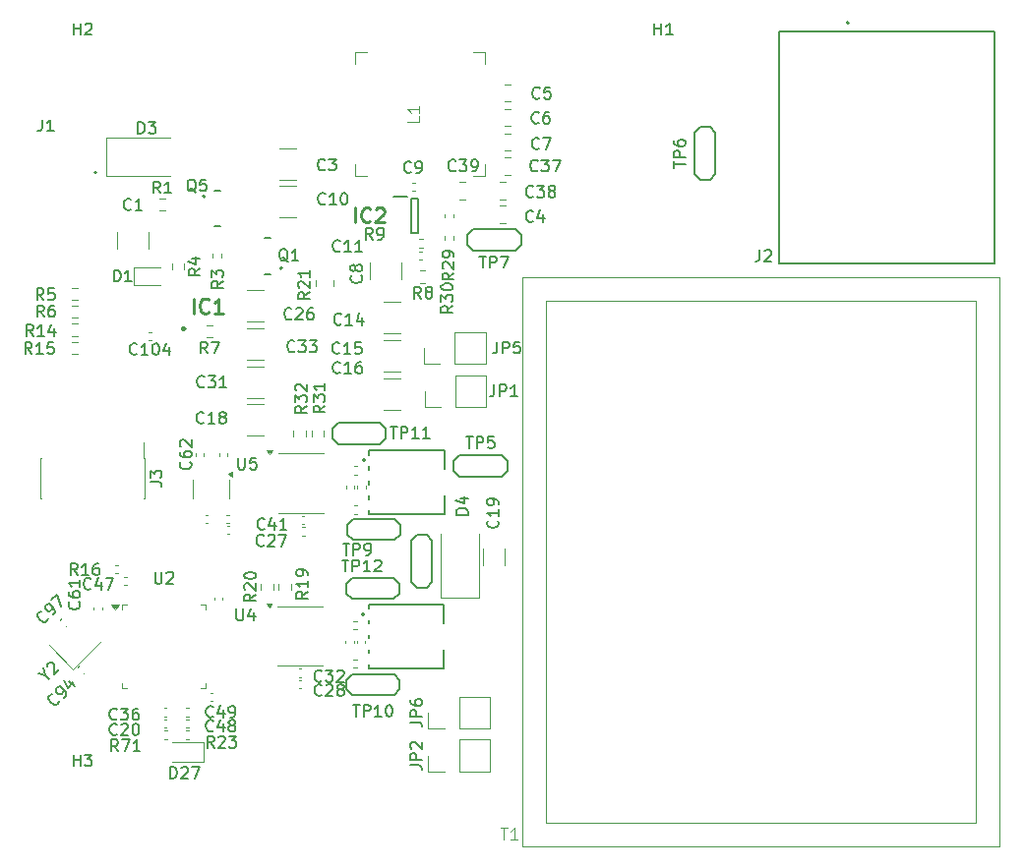
<source format=gbr>
G04 #@! TF.GenerationSoftware,KiCad,Pcbnew,9.0.1+1*
G04 #@! TF.CreationDate,2025-10-09T09:51:30+00:00*
G04 #@! TF.ProjectId,c64psu,63363470-7375-42e6-9b69-6361645f7063,rev?*
G04 #@! TF.SameCoordinates,Original*
G04 #@! TF.FileFunction,Legend,Top*
G04 #@! TF.FilePolarity,Positive*
%FSLAX46Y46*%
G04 Gerber Fmt 4.6, Leading zero omitted, Abs format (unit mm)*
G04 Created by KiCad (PCBNEW 9.0.1+1) date 2025-10-09 09:51:30*
%MOMM*%
%LPD*%
G01*
G04 APERTURE LIST*
%ADD10C,0.100000*%
%ADD11C,0.150000*%
%ADD12C,0.254000*%
%ADD13C,0.120000*%
%ADD14C,0.127000*%
%ADD15C,0.200000*%
%ADD16C,0.152400*%
%ADD17C,0.010000*%
%ADD18C,2.500000*%
%ADD19C,1.400000*%
%ADD20R,0.800000X0.200000*%
%ADD21R,1.750000X2.650000*%
%ADD22C,3.600000*%
%ADD23C,5.600000*%
%ADD24R,1.700000X1.700000*%
%ADD25C,1.700000*%
%ADD26R,1.200000X0.600000*%
%ADD27R,1.100000X0.600000*%
%ADD28R,1.100000X0.300000*%
%ADD29O,1.754000X1.254000*%
%ADD30O,2.154000X1.254000*%
%ADD31R,0.711200X0.406400*%
%ADD32R,3.987800X1.727200*%
%ADD33R,0.740000X2.400000*%
%ADD34C,2.400000*%
%ADD35C,2.154000*%
G04 APERTURE END LIST*
D10*
X176013095Y-107032419D02*
X176584523Y-107032419D01*
X176298809Y-108032419D02*
X176298809Y-107032419D01*
X177441666Y-108032419D02*
X176870238Y-108032419D01*
X177155952Y-108032419D02*
X177155952Y-107032419D01*
X177155952Y-107032419D02*
X177060714Y-107175276D01*
X177060714Y-107175276D02*
X176965476Y-107270514D01*
X176965476Y-107270514D02*
X176870238Y-107318133D01*
D11*
X155617942Y-82655580D02*
X155570323Y-82703200D01*
X155570323Y-82703200D02*
X155427466Y-82750819D01*
X155427466Y-82750819D02*
X155332228Y-82750819D01*
X155332228Y-82750819D02*
X155189371Y-82703200D01*
X155189371Y-82703200D02*
X155094133Y-82607961D01*
X155094133Y-82607961D02*
X155046514Y-82512723D01*
X155046514Y-82512723D02*
X154998895Y-82322247D01*
X154998895Y-82322247D02*
X154998895Y-82179390D01*
X154998895Y-82179390D02*
X155046514Y-81988914D01*
X155046514Y-81988914D02*
X155094133Y-81893676D01*
X155094133Y-81893676D02*
X155189371Y-81798438D01*
X155189371Y-81798438D02*
X155332228Y-81750819D01*
X155332228Y-81750819D02*
X155427466Y-81750819D01*
X155427466Y-81750819D02*
X155570323Y-81798438D01*
X155570323Y-81798438D02*
X155617942Y-81846057D01*
X155998895Y-81846057D02*
X156046514Y-81798438D01*
X156046514Y-81798438D02*
X156141752Y-81750819D01*
X156141752Y-81750819D02*
X156379847Y-81750819D01*
X156379847Y-81750819D02*
X156475085Y-81798438D01*
X156475085Y-81798438D02*
X156522704Y-81846057D01*
X156522704Y-81846057D02*
X156570323Y-81941295D01*
X156570323Y-81941295D02*
X156570323Y-82036533D01*
X156570323Y-82036533D02*
X156522704Y-82179390D01*
X156522704Y-82179390D02*
X155951276Y-82750819D01*
X155951276Y-82750819D02*
X156570323Y-82750819D01*
X156903657Y-81750819D02*
X157570323Y-81750819D01*
X157570323Y-81750819D02*
X157141752Y-82750819D01*
X160596342Y-95558780D02*
X160548723Y-95606400D01*
X160548723Y-95606400D02*
X160405866Y-95654019D01*
X160405866Y-95654019D02*
X160310628Y-95654019D01*
X160310628Y-95654019D02*
X160167771Y-95606400D01*
X160167771Y-95606400D02*
X160072533Y-95511161D01*
X160072533Y-95511161D02*
X160024914Y-95415923D01*
X160024914Y-95415923D02*
X159977295Y-95225447D01*
X159977295Y-95225447D02*
X159977295Y-95082590D01*
X159977295Y-95082590D02*
X160024914Y-94892114D01*
X160024914Y-94892114D02*
X160072533Y-94796876D01*
X160072533Y-94796876D02*
X160167771Y-94701638D01*
X160167771Y-94701638D02*
X160310628Y-94654019D01*
X160310628Y-94654019D02*
X160405866Y-94654019D01*
X160405866Y-94654019D02*
X160548723Y-94701638D01*
X160548723Y-94701638D02*
X160596342Y-94749257D01*
X160977295Y-94749257D02*
X161024914Y-94701638D01*
X161024914Y-94701638D02*
X161120152Y-94654019D01*
X161120152Y-94654019D02*
X161358247Y-94654019D01*
X161358247Y-94654019D02*
X161453485Y-94701638D01*
X161453485Y-94701638D02*
X161501104Y-94749257D01*
X161501104Y-94749257D02*
X161548723Y-94844495D01*
X161548723Y-94844495D02*
X161548723Y-94939733D01*
X161548723Y-94939733D02*
X161501104Y-95082590D01*
X161501104Y-95082590D02*
X160929676Y-95654019D01*
X160929676Y-95654019D02*
X161548723Y-95654019D01*
X162120152Y-95082590D02*
X162024914Y-95034971D01*
X162024914Y-95034971D02*
X161977295Y-94987352D01*
X161977295Y-94987352D02*
X161929676Y-94892114D01*
X161929676Y-94892114D02*
X161929676Y-94844495D01*
X161929676Y-94844495D02*
X161977295Y-94749257D01*
X161977295Y-94749257D02*
X162024914Y-94701638D01*
X162024914Y-94701638D02*
X162120152Y-94654019D01*
X162120152Y-94654019D02*
X162310628Y-94654019D01*
X162310628Y-94654019D02*
X162405866Y-94701638D01*
X162405866Y-94701638D02*
X162453485Y-94749257D01*
X162453485Y-94749257D02*
X162501104Y-94844495D01*
X162501104Y-94844495D02*
X162501104Y-94892114D01*
X162501104Y-94892114D02*
X162453485Y-94987352D01*
X162453485Y-94987352D02*
X162405866Y-95034971D01*
X162405866Y-95034971D02*
X162310628Y-95082590D01*
X162310628Y-95082590D02*
X162120152Y-95082590D01*
X162120152Y-95082590D02*
X162024914Y-95130209D01*
X162024914Y-95130209D02*
X161977295Y-95177828D01*
X161977295Y-95177828D02*
X161929676Y-95273066D01*
X161929676Y-95273066D02*
X161929676Y-95463542D01*
X161929676Y-95463542D02*
X161977295Y-95558780D01*
X161977295Y-95558780D02*
X162024914Y-95606400D01*
X162024914Y-95606400D02*
X162120152Y-95654019D01*
X162120152Y-95654019D02*
X162310628Y-95654019D01*
X162310628Y-95654019D02*
X162405866Y-95606400D01*
X162405866Y-95606400D02*
X162453485Y-95558780D01*
X162453485Y-95558780D02*
X162501104Y-95463542D01*
X162501104Y-95463542D02*
X162501104Y-95273066D01*
X162501104Y-95273066D02*
X162453485Y-95177828D01*
X162453485Y-95177828D02*
X162405866Y-95130209D01*
X162405866Y-95130209D02*
X162310628Y-95082590D01*
X178783333Y-54734580D02*
X178735714Y-54782200D01*
X178735714Y-54782200D02*
X178592857Y-54829819D01*
X178592857Y-54829819D02*
X178497619Y-54829819D01*
X178497619Y-54829819D02*
X178354762Y-54782200D01*
X178354762Y-54782200D02*
X178259524Y-54686961D01*
X178259524Y-54686961D02*
X178211905Y-54591723D01*
X178211905Y-54591723D02*
X178164286Y-54401247D01*
X178164286Y-54401247D02*
X178164286Y-54258390D01*
X178164286Y-54258390D02*
X178211905Y-54067914D01*
X178211905Y-54067914D02*
X178259524Y-53972676D01*
X178259524Y-53972676D02*
X178354762Y-53877438D01*
X178354762Y-53877438D02*
X178497619Y-53829819D01*
X178497619Y-53829819D02*
X178592857Y-53829819D01*
X178592857Y-53829819D02*
X178735714Y-53877438D01*
X178735714Y-53877438D02*
X178783333Y-53925057D01*
X179640476Y-54163152D02*
X179640476Y-54829819D01*
X179402381Y-53782200D02*
X179164286Y-54496485D01*
X179164286Y-54496485D02*
X179783333Y-54496485D01*
X153416095Y-75146819D02*
X153416095Y-75956342D01*
X153416095Y-75956342D02*
X153463714Y-76051580D01*
X153463714Y-76051580D02*
X153511333Y-76099200D01*
X153511333Y-76099200D02*
X153606571Y-76146819D01*
X153606571Y-76146819D02*
X153797047Y-76146819D01*
X153797047Y-76146819D02*
X153892285Y-76099200D01*
X153892285Y-76099200D02*
X153939904Y-76051580D01*
X153939904Y-76051580D02*
X153987523Y-75956342D01*
X153987523Y-75956342D02*
X153987523Y-75146819D01*
X154939904Y-75146819D02*
X154463714Y-75146819D01*
X154463714Y-75146819D02*
X154416095Y-75623009D01*
X154416095Y-75623009D02*
X154463714Y-75575390D01*
X154463714Y-75575390D02*
X154558952Y-75527771D01*
X154558952Y-75527771D02*
X154797047Y-75527771D01*
X154797047Y-75527771D02*
X154892285Y-75575390D01*
X154892285Y-75575390D02*
X154939904Y-75623009D01*
X154939904Y-75623009D02*
X154987523Y-75718247D01*
X154987523Y-75718247D02*
X154987523Y-75956342D01*
X154987523Y-75956342D02*
X154939904Y-76051580D01*
X154939904Y-76051580D02*
X154892285Y-76099200D01*
X154892285Y-76099200D02*
X154797047Y-76146819D01*
X154797047Y-76146819D02*
X154558952Y-76146819D01*
X154558952Y-76146819D02*
X154463714Y-76099200D01*
X154463714Y-76099200D02*
X154416095Y-76051580D01*
X179182142Y-50384580D02*
X179134523Y-50432200D01*
X179134523Y-50432200D02*
X178991666Y-50479819D01*
X178991666Y-50479819D02*
X178896428Y-50479819D01*
X178896428Y-50479819D02*
X178753571Y-50432200D01*
X178753571Y-50432200D02*
X178658333Y-50336961D01*
X178658333Y-50336961D02*
X178610714Y-50241723D01*
X178610714Y-50241723D02*
X178563095Y-50051247D01*
X178563095Y-50051247D02*
X178563095Y-49908390D01*
X178563095Y-49908390D02*
X178610714Y-49717914D01*
X178610714Y-49717914D02*
X178658333Y-49622676D01*
X178658333Y-49622676D02*
X178753571Y-49527438D01*
X178753571Y-49527438D02*
X178896428Y-49479819D01*
X178896428Y-49479819D02*
X178991666Y-49479819D01*
X178991666Y-49479819D02*
X179134523Y-49527438D01*
X179134523Y-49527438D02*
X179182142Y-49575057D01*
X179515476Y-49479819D02*
X180134523Y-49479819D01*
X180134523Y-49479819D02*
X179801190Y-49860771D01*
X179801190Y-49860771D02*
X179944047Y-49860771D01*
X179944047Y-49860771D02*
X180039285Y-49908390D01*
X180039285Y-49908390D02*
X180086904Y-49956009D01*
X180086904Y-49956009D02*
X180134523Y-50051247D01*
X180134523Y-50051247D02*
X180134523Y-50289342D01*
X180134523Y-50289342D02*
X180086904Y-50384580D01*
X180086904Y-50384580D02*
X180039285Y-50432200D01*
X180039285Y-50432200D02*
X179944047Y-50479819D01*
X179944047Y-50479819D02*
X179658333Y-50479819D01*
X179658333Y-50479819D02*
X179563095Y-50432200D01*
X179563095Y-50432200D02*
X179515476Y-50384580D01*
X180467857Y-49479819D02*
X181134523Y-49479819D01*
X181134523Y-49479819D02*
X180705952Y-50479819D01*
X163311105Y-96432019D02*
X163882533Y-96432019D01*
X163596819Y-97432019D02*
X163596819Y-96432019D01*
X164215867Y-97432019D02*
X164215867Y-96432019D01*
X164215867Y-96432019D02*
X164596819Y-96432019D01*
X164596819Y-96432019D02*
X164692057Y-96479638D01*
X164692057Y-96479638D02*
X164739676Y-96527257D01*
X164739676Y-96527257D02*
X164787295Y-96622495D01*
X164787295Y-96622495D02*
X164787295Y-96765352D01*
X164787295Y-96765352D02*
X164739676Y-96860590D01*
X164739676Y-96860590D02*
X164692057Y-96908209D01*
X164692057Y-96908209D02*
X164596819Y-96955828D01*
X164596819Y-96955828D02*
X164215867Y-96955828D01*
X165739676Y-97432019D02*
X165168248Y-97432019D01*
X165453962Y-97432019D02*
X165453962Y-96432019D01*
X165453962Y-96432019D02*
X165358724Y-96574876D01*
X165358724Y-96574876D02*
X165263486Y-96670114D01*
X165263486Y-96670114D02*
X165168248Y-96717733D01*
X166358724Y-96432019D02*
X166453962Y-96432019D01*
X166453962Y-96432019D02*
X166549200Y-96479638D01*
X166549200Y-96479638D02*
X166596819Y-96527257D01*
X166596819Y-96527257D02*
X166644438Y-96622495D01*
X166644438Y-96622495D02*
X166692057Y-96812971D01*
X166692057Y-96812971D02*
X166692057Y-97051066D01*
X166692057Y-97051066D02*
X166644438Y-97241542D01*
X166644438Y-97241542D02*
X166596819Y-97336780D01*
X166596819Y-97336780D02*
X166549200Y-97384400D01*
X166549200Y-97384400D02*
X166453962Y-97432019D01*
X166453962Y-97432019D02*
X166358724Y-97432019D01*
X166358724Y-97432019D02*
X166263486Y-97384400D01*
X166263486Y-97384400D02*
X166215867Y-97336780D01*
X166215867Y-97336780D02*
X166168248Y-97241542D01*
X166168248Y-97241542D02*
X166120629Y-97051066D01*
X166120629Y-97051066D02*
X166120629Y-96812971D01*
X166120629Y-96812971D02*
X166168248Y-96622495D01*
X166168248Y-96622495D02*
X166215867Y-96527257D01*
X166215867Y-96527257D02*
X166263486Y-96479638D01*
X166263486Y-96479638D02*
X166358724Y-96432019D01*
X158005542Y-63148380D02*
X157957923Y-63196000D01*
X157957923Y-63196000D02*
X157815066Y-63243619D01*
X157815066Y-63243619D02*
X157719828Y-63243619D01*
X157719828Y-63243619D02*
X157576971Y-63196000D01*
X157576971Y-63196000D02*
X157481733Y-63100761D01*
X157481733Y-63100761D02*
X157434114Y-63005523D01*
X157434114Y-63005523D02*
X157386495Y-62815047D01*
X157386495Y-62815047D02*
X157386495Y-62672190D01*
X157386495Y-62672190D02*
X157434114Y-62481714D01*
X157434114Y-62481714D02*
X157481733Y-62386476D01*
X157481733Y-62386476D02*
X157576971Y-62291238D01*
X157576971Y-62291238D02*
X157719828Y-62243619D01*
X157719828Y-62243619D02*
X157815066Y-62243619D01*
X157815066Y-62243619D02*
X157957923Y-62291238D01*
X157957923Y-62291238D02*
X158005542Y-62338857D01*
X158386495Y-62338857D02*
X158434114Y-62291238D01*
X158434114Y-62291238D02*
X158529352Y-62243619D01*
X158529352Y-62243619D02*
X158767447Y-62243619D01*
X158767447Y-62243619D02*
X158862685Y-62291238D01*
X158862685Y-62291238D02*
X158910304Y-62338857D01*
X158910304Y-62338857D02*
X158957923Y-62434095D01*
X158957923Y-62434095D02*
X158957923Y-62529333D01*
X158957923Y-62529333D02*
X158910304Y-62672190D01*
X158910304Y-62672190D02*
X158338876Y-63243619D01*
X158338876Y-63243619D02*
X158957923Y-63243619D01*
X159815066Y-62243619D02*
X159624590Y-62243619D01*
X159624590Y-62243619D02*
X159529352Y-62291238D01*
X159529352Y-62291238D02*
X159481733Y-62338857D01*
X159481733Y-62338857D02*
X159386495Y-62481714D01*
X159386495Y-62481714D02*
X159338876Y-62672190D01*
X159338876Y-62672190D02*
X159338876Y-63053142D01*
X159338876Y-63053142D02*
X159386495Y-63148380D01*
X159386495Y-63148380D02*
X159434114Y-63196000D01*
X159434114Y-63196000D02*
X159529352Y-63243619D01*
X159529352Y-63243619D02*
X159719828Y-63243619D01*
X159719828Y-63243619D02*
X159815066Y-63196000D01*
X159815066Y-63196000D02*
X159862685Y-63148380D01*
X159862685Y-63148380D02*
X159910304Y-63053142D01*
X159910304Y-63053142D02*
X159910304Y-62815047D01*
X159910304Y-62815047D02*
X159862685Y-62719809D01*
X159862685Y-62719809D02*
X159815066Y-62672190D01*
X159815066Y-62672190D02*
X159719828Y-62624571D01*
X159719828Y-62624571D02*
X159529352Y-62624571D01*
X159529352Y-62624571D02*
X159434114Y-62672190D01*
X159434114Y-62672190D02*
X159386495Y-62719809D01*
X159386495Y-62719809D02*
X159338876Y-62815047D01*
X162415695Y-82512819D02*
X162987123Y-82512819D01*
X162701409Y-83512819D02*
X162701409Y-82512819D01*
X163320457Y-83512819D02*
X163320457Y-82512819D01*
X163320457Y-82512819D02*
X163701409Y-82512819D01*
X163701409Y-82512819D02*
X163796647Y-82560438D01*
X163796647Y-82560438D02*
X163844266Y-82608057D01*
X163844266Y-82608057D02*
X163891885Y-82703295D01*
X163891885Y-82703295D02*
X163891885Y-82846152D01*
X163891885Y-82846152D02*
X163844266Y-82941390D01*
X163844266Y-82941390D02*
X163796647Y-82989009D01*
X163796647Y-82989009D02*
X163701409Y-83036628D01*
X163701409Y-83036628D02*
X163320457Y-83036628D01*
X164368076Y-83512819D02*
X164558552Y-83512819D01*
X164558552Y-83512819D02*
X164653790Y-83465200D01*
X164653790Y-83465200D02*
X164701409Y-83417580D01*
X164701409Y-83417580D02*
X164796647Y-83274723D01*
X164796647Y-83274723D02*
X164844266Y-83084247D01*
X164844266Y-83084247D02*
X164844266Y-82703295D01*
X164844266Y-82703295D02*
X164796647Y-82608057D01*
X164796647Y-82608057D02*
X164749028Y-82560438D01*
X164749028Y-82560438D02*
X164653790Y-82512819D01*
X164653790Y-82512819D02*
X164463314Y-82512819D01*
X164463314Y-82512819D02*
X164368076Y-82560438D01*
X164368076Y-82560438D02*
X164320457Y-82608057D01*
X164320457Y-82608057D02*
X164272838Y-82703295D01*
X164272838Y-82703295D02*
X164272838Y-82941390D01*
X164272838Y-82941390D02*
X164320457Y-83036628D01*
X164320457Y-83036628D02*
X164368076Y-83084247D01*
X164368076Y-83084247D02*
X164463314Y-83131866D01*
X164463314Y-83131866D02*
X164653790Y-83131866D01*
X164653790Y-83131866D02*
X164749028Y-83084247D01*
X164749028Y-83084247D02*
X164796647Y-83036628D01*
X164796647Y-83036628D02*
X164844266Y-82941390D01*
X142711905Y-59954819D02*
X142711905Y-58954819D01*
X142711905Y-58954819D02*
X142950000Y-58954819D01*
X142950000Y-58954819D02*
X143092857Y-59002438D01*
X143092857Y-59002438D02*
X143188095Y-59097676D01*
X143188095Y-59097676D02*
X143235714Y-59192914D01*
X143235714Y-59192914D02*
X143283333Y-59383390D01*
X143283333Y-59383390D02*
X143283333Y-59526247D01*
X143283333Y-59526247D02*
X143235714Y-59716723D01*
X143235714Y-59716723D02*
X143188095Y-59811961D01*
X143188095Y-59811961D02*
X143092857Y-59907200D01*
X143092857Y-59907200D02*
X142950000Y-59954819D01*
X142950000Y-59954819D02*
X142711905Y-59954819D01*
X144235714Y-59954819D02*
X143664286Y-59954819D01*
X143950000Y-59954819D02*
X143950000Y-58954819D01*
X143950000Y-58954819D02*
X143854762Y-59097676D01*
X143854762Y-59097676D02*
X143759524Y-59192914D01*
X143759524Y-59192914D02*
X143664286Y-59240533D01*
D12*
X149550237Y-62694318D02*
X149550237Y-61424318D01*
X150880714Y-62573365D02*
X150820238Y-62633842D01*
X150820238Y-62633842D02*
X150638809Y-62694318D01*
X150638809Y-62694318D02*
X150517857Y-62694318D01*
X150517857Y-62694318D02*
X150336428Y-62633842D01*
X150336428Y-62633842D02*
X150215476Y-62512889D01*
X150215476Y-62512889D02*
X150154999Y-62391937D01*
X150154999Y-62391937D02*
X150094523Y-62150032D01*
X150094523Y-62150032D02*
X150094523Y-61968603D01*
X150094523Y-61968603D02*
X150154999Y-61726699D01*
X150154999Y-61726699D02*
X150215476Y-61605746D01*
X150215476Y-61605746D02*
X150336428Y-61484794D01*
X150336428Y-61484794D02*
X150517857Y-61424318D01*
X150517857Y-61424318D02*
X150638809Y-61424318D01*
X150638809Y-61424318D02*
X150820238Y-61484794D01*
X150820238Y-61484794D02*
X150880714Y-61545270D01*
X152090238Y-62694318D02*
X151364523Y-62694318D01*
X151727380Y-62694318D02*
X151727380Y-61424318D01*
X151727380Y-61424318D02*
X151606428Y-61605746D01*
X151606428Y-61605746D02*
X151485476Y-61726699D01*
X151485476Y-61726699D02*
X151364523Y-61787175D01*
D11*
X159306419Y-70696057D02*
X158830228Y-71029390D01*
X159306419Y-71267485D02*
X158306419Y-71267485D01*
X158306419Y-71267485D02*
X158306419Y-70886533D01*
X158306419Y-70886533D02*
X158354038Y-70791295D01*
X158354038Y-70791295D02*
X158401657Y-70743676D01*
X158401657Y-70743676D02*
X158496895Y-70696057D01*
X158496895Y-70696057D02*
X158639752Y-70696057D01*
X158639752Y-70696057D02*
X158734990Y-70743676D01*
X158734990Y-70743676D02*
X158782609Y-70791295D01*
X158782609Y-70791295D02*
X158830228Y-70886533D01*
X158830228Y-70886533D02*
X158830228Y-71267485D01*
X158306419Y-70362723D02*
X158306419Y-69743676D01*
X158306419Y-69743676D02*
X158687371Y-70077009D01*
X158687371Y-70077009D02*
X158687371Y-69934152D01*
X158687371Y-69934152D02*
X158734990Y-69838914D01*
X158734990Y-69838914D02*
X158782609Y-69791295D01*
X158782609Y-69791295D02*
X158877847Y-69743676D01*
X158877847Y-69743676D02*
X159115942Y-69743676D01*
X159115942Y-69743676D02*
X159211180Y-69791295D01*
X159211180Y-69791295D02*
X159258800Y-69838914D01*
X159258800Y-69838914D02*
X159306419Y-69934152D01*
X159306419Y-69934152D02*
X159306419Y-70219866D01*
X159306419Y-70219866D02*
X159258800Y-70315104D01*
X159258800Y-70315104D02*
X159211180Y-70362723D01*
X158401657Y-69362723D02*
X158354038Y-69315104D01*
X158354038Y-69315104D02*
X158306419Y-69219866D01*
X158306419Y-69219866D02*
X158306419Y-68981771D01*
X158306419Y-68981771D02*
X158354038Y-68886533D01*
X158354038Y-68886533D02*
X158401657Y-68838914D01*
X158401657Y-68838914D02*
X158496895Y-68791295D01*
X158496895Y-68791295D02*
X158592133Y-68791295D01*
X158592133Y-68791295D02*
X158734990Y-68838914D01*
X158734990Y-68838914D02*
X159306419Y-69410342D01*
X159306419Y-69410342D02*
X159306419Y-68791295D01*
X189238095Y-38704819D02*
X189238095Y-37704819D01*
X189238095Y-38181009D02*
X189809523Y-38181009D01*
X189809523Y-38704819D02*
X189809523Y-37704819D01*
X190809523Y-38704819D02*
X190238095Y-38704819D01*
X190523809Y-38704819D02*
X190523809Y-37704819D01*
X190523809Y-37704819D02*
X190428571Y-37847676D01*
X190428571Y-37847676D02*
X190333333Y-37942914D01*
X190333333Y-37942914D02*
X190238095Y-37990533D01*
X160881219Y-70645257D02*
X160405028Y-70978590D01*
X160881219Y-71216685D02*
X159881219Y-71216685D01*
X159881219Y-71216685D02*
X159881219Y-70835733D01*
X159881219Y-70835733D02*
X159928838Y-70740495D01*
X159928838Y-70740495D02*
X159976457Y-70692876D01*
X159976457Y-70692876D02*
X160071695Y-70645257D01*
X160071695Y-70645257D02*
X160214552Y-70645257D01*
X160214552Y-70645257D02*
X160309790Y-70692876D01*
X160309790Y-70692876D02*
X160357409Y-70740495D01*
X160357409Y-70740495D02*
X160405028Y-70835733D01*
X160405028Y-70835733D02*
X160405028Y-71216685D01*
X159881219Y-70311923D02*
X159881219Y-69692876D01*
X159881219Y-69692876D02*
X160262171Y-70026209D01*
X160262171Y-70026209D02*
X160262171Y-69883352D01*
X160262171Y-69883352D02*
X160309790Y-69788114D01*
X160309790Y-69788114D02*
X160357409Y-69740495D01*
X160357409Y-69740495D02*
X160452647Y-69692876D01*
X160452647Y-69692876D02*
X160690742Y-69692876D01*
X160690742Y-69692876D02*
X160785980Y-69740495D01*
X160785980Y-69740495D02*
X160833600Y-69788114D01*
X160833600Y-69788114D02*
X160881219Y-69883352D01*
X160881219Y-69883352D02*
X160881219Y-70169066D01*
X160881219Y-70169066D02*
X160833600Y-70264304D01*
X160833600Y-70264304D02*
X160785980Y-70311923D01*
X160881219Y-68740495D02*
X160881219Y-69311923D01*
X160881219Y-69026209D02*
X159881219Y-69026209D01*
X159881219Y-69026209D02*
X160024076Y-69121447D01*
X160024076Y-69121447D02*
X160119314Y-69216685D01*
X160119314Y-69216685D02*
X160166933Y-69311923D01*
X136658333Y-61554819D02*
X136325000Y-61078628D01*
X136086905Y-61554819D02*
X136086905Y-60554819D01*
X136086905Y-60554819D02*
X136467857Y-60554819D01*
X136467857Y-60554819D02*
X136563095Y-60602438D01*
X136563095Y-60602438D02*
X136610714Y-60650057D01*
X136610714Y-60650057D02*
X136658333Y-60745295D01*
X136658333Y-60745295D02*
X136658333Y-60888152D01*
X136658333Y-60888152D02*
X136610714Y-60983390D01*
X136610714Y-60983390D02*
X136563095Y-61031009D01*
X136563095Y-61031009D02*
X136467857Y-61078628D01*
X136467857Y-61078628D02*
X136086905Y-61078628D01*
X137563095Y-60554819D02*
X137086905Y-60554819D01*
X137086905Y-60554819D02*
X137039286Y-61031009D01*
X137039286Y-61031009D02*
X137086905Y-60983390D01*
X137086905Y-60983390D02*
X137182143Y-60935771D01*
X137182143Y-60935771D02*
X137420238Y-60935771D01*
X137420238Y-60935771D02*
X137515476Y-60983390D01*
X137515476Y-60983390D02*
X137563095Y-61031009D01*
X137563095Y-61031009D02*
X137610714Y-61126247D01*
X137610714Y-61126247D02*
X137610714Y-61364342D01*
X137610714Y-61364342D02*
X137563095Y-61459580D01*
X137563095Y-61459580D02*
X137515476Y-61507200D01*
X137515476Y-61507200D02*
X137420238Y-61554819D01*
X137420238Y-61554819D02*
X137182143Y-61554819D01*
X137182143Y-61554819D02*
X137086905Y-61507200D01*
X137086905Y-61507200D02*
X137039286Y-61459580D01*
X179358333Y-44134580D02*
X179310714Y-44182200D01*
X179310714Y-44182200D02*
X179167857Y-44229819D01*
X179167857Y-44229819D02*
X179072619Y-44229819D01*
X179072619Y-44229819D02*
X178929762Y-44182200D01*
X178929762Y-44182200D02*
X178834524Y-44086961D01*
X178834524Y-44086961D02*
X178786905Y-43991723D01*
X178786905Y-43991723D02*
X178739286Y-43801247D01*
X178739286Y-43801247D02*
X178739286Y-43658390D01*
X178739286Y-43658390D02*
X178786905Y-43467914D01*
X178786905Y-43467914D02*
X178834524Y-43372676D01*
X178834524Y-43372676D02*
X178929762Y-43277438D01*
X178929762Y-43277438D02*
X179072619Y-43229819D01*
X179072619Y-43229819D02*
X179167857Y-43229819D01*
X179167857Y-43229819D02*
X179310714Y-43277438D01*
X179310714Y-43277438D02*
X179358333Y-43325057D01*
X180263095Y-43229819D02*
X179786905Y-43229819D01*
X179786905Y-43229819D02*
X179739286Y-43706009D01*
X179739286Y-43706009D02*
X179786905Y-43658390D01*
X179786905Y-43658390D02*
X179882143Y-43610771D01*
X179882143Y-43610771D02*
X180120238Y-43610771D01*
X180120238Y-43610771D02*
X180215476Y-43658390D01*
X180215476Y-43658390D02*
X180263095Y-43706009D01*
X180263095Y-43706009D02*
X180310714Y-43801247D01*
X180310714Y-43801247D02*
X180310714Y-44039342D01*
X180310714Y-44039342D02*
X180263095Y-44134580D01*
X180263095Y-44134580D02*
X180215476Y-44182200D01*
X180215476Y-44182200D02*
X180120238Y-44229819D01*
X180120238Y-44229819D02*
X179882143Y-44229819D01*
X179882143Y-44229819D02*
X179786905Y-44182200D01*
X179786905Y-44182200D02*
X179739286Y-44134580D01*
X155668742Y-81233180D02*
X155621123Y-81280800D01*
X155621123Y-81280800D02*
X155478266Y-81328419D01*
X155478266Y-81328419D02*
X155383028Y-81328419D01*
X155383028Y-81328419D02*
X155240171Y-81280800D01*
X155240171Y-81280800D02*
X155144933Y-81185561D01*
X155144933Y-81185561D02*
X155097314Y-81090323D01*
X155097314Y-81090323D02*
X155049695Y-80899847D01*
X155049695Y-80899847D02*
X155049695Y-80756990D01*
X155049695Y-80756990D02*
X155097314Y-80566514D01*
X155097314Y-80566514D02*
X155144933Y-80471276D01*
X155144933Y-80471276D02*
X155240171Y-80376038D01*
X155240171Y-80376038D02*
X155383028Y-80328419D01*
X155383028Y-80328419D02*
X155478266Y-80328419D01*
X155478266Y-80328419D02*
X155621123Y-80376038D01*
X155621123Y-80376038D02*
X155668742Y-80423657D01*
X156525885Y-80661752D02*
X156525885Y-81328419D01*
X156287790Y-80280800D02*
X156049695Y-80995085D01*
X156049695Y-80995085D02*
X156668742Y-80995085D01*
X157573504Y-81328419D02*
X157002076Y-81328419D01*
X157287790Y-81328419D02*
X157287790Y-80328419D01*
X157287790Y-80328419D02*
X157192552Y-80471276D01*
X157192552Y-80471276D02*
X157097314Y-80566514D01*
X157097314Y-80566514D02*
X157002076Y-80614133D01*
X152129819Y-59916666D02*
X151653628Y-60249999D01*
X152129819Y-60488094D02*
X151129819Y-60488094D01*
X151129819Y-60488094D02*
X151129819Y-60107142D01*
X151129819Y-60107142D02*
X151177438Y-60011904D01*
X151177438Y-60011904D02*
X151225057Y-59964285D01*
X151225057Y-59964285D02*
X151320295Y-59916666D01*
X151320295Y-59916666D02*
X151463152Y-59916666D01*
X151463152Y-59916666D02*
X151558390Y-59964285D01*
X151558390Y-59964285D02*
X151606009Y-60011904D01*
X151606009Y-60011904D02*
X151653628Y-60107142D01*
X151653628Y-60107142D02*
X151653628Y-60488094D01*
X151129819Y-59583332D02*
X151129819Y-58964285D01*
X151129819Y-58964285D02*
X151510771Y-59297618D01*
X151510771Y-59297618D02*
X151510771Y-59154761D01*
X151510771Y-59154761D02*
X151558390Y-59059523D01*
X151558390Y-59059523D02*
X151606009Y-59011904D01*
X151606009Y-59011904D02*
X151701247Y-58964285D01*
X151701247Y-58964285D02*
X151939342Y-58964285D01*
X151939342Y-58964285D02*
X152034580Y-59011904D01*
X152034580Y-59011904D02*
X152082200Y-59059523D01*
X152082200Y-59059523D02*
X152129819Y-59154761D01*
X152129819Y-59154761D02*
X152129819Y-59440475D01*
X152129819Y-59440475D02*
X152082200Y-59535713D01*
X152082200Y-59535713D02*
X152034580Y-59583332D01*
X159408019Y-86663999D02*
X158931828Y-86997332D01*
X159408019Y-87235427D02*
X158408019Y-87235427D01*
X158408019Y-87235427D02*
X158408019Y-86854475D01*
X158408019Y-86854475D02*
X158455638Y-86759237D01*
X158455638Y-86759237D02*
X158503257Y-86711618D01*
X158503257Y-86711618D02*
X158598495Y-86663999D01*
X158598495Y-86663999D02*
X158741352Y-86663999D01*
X158741352Y-86663999D02*
X158836590Y-86711618D01*
X158836590Y-86711618D02*
X158884209Y-86759237D01*
X158884209Y-86759237D02*
X158931828Y-86854475D01*
X158931828Y-86854475D02*
X158931828Y-87235427D01*
X159408019Y-85711618D02*
X159408019Y-86283046D01*
X159408019Y-85997332D02*
X158408019Y-85997332D01*
X158408019Y-85997332D02*
X158550876Y-86092570D01*
X158550876Y-86092570D02*
X158646114Y-86187808D01*
X158646114Y-86187808D02*
X158693733Y-86283046D01*
X159408019Y-85235427D02*
X159408019Y-85044951D01*
X159408019Y-85044951D02*
X159360400Y-84949713D01*
X159360400Y-84949713D02*
X159312780Y-84902094D01*
X159312780Y-84902094D02*
X159169923Y-84806856D01*
X159169923Y-84806856D02*
X158979447Y-84759237D01*
X158979447Y-84759237D02*
X158598495Y-84759237D01*
X158598495Y-84759237D02*
X158503257Y-84806856D01*
X158503257Y-84806856D02*
X158455638Y-84854475D01*
X158455638Y-84854475D02*
X158408019Y-84949713D01*
X158408019Y-84949713D02*
X158408019Y-85140189D01*
X158408019Y-85140189D02*
X158455638Y-85235427D01*
X158455638Y-85235427D02*
X158503257Y-85283046D01*
X158503257Y-85283046D02*
X158598495Y-85330665D01*
X158598495Y-85330665D02*
X158836590Y-85330665D01*
X158836590Y-85330665D02*
X158931828Y-85283046D01*
X158931828Y-85283046D02*
X158979447Y-85235427D01*
X158979447Y-85235427D02*
X159027066Y-85140189D01*
X159027066Y-85140189D02*
X159027066Y-84949713D01*
X159027066Y-84949713D02*
X158979447Y-84854475D01*
X158979447Y-84854475D02*
X158931828Y-84806856D01*
X158931828Y-84806856D02*
X158836590Y-84759237D01*
X162272742Y-63605580D02*
X162225123Y-63653200D01*
X162225123Y-63653200D02*
X162082266Y-63700819D01*
X162082266Y-63700819D02*
X161987028Y-63700819D01*
X161987028Y-63700819D02*
X161844171Y-63653200D01*
X161844171Y-63653200D02*
X161748933Y-63557961D01*
X161748933Y-63557961D02*
X161701314Y-63462723D01*
X161701314Y-63462723D02*
X161653695Y-63272247D01*
X161653695Y-63272247D02*
X161653695Y-63129390D01*
X161653695Y-63129390D02*
X161701314Y-62938914D01*
X161701314Y-62938914D02*
X161748933Y-62843676D01*
X161748933Y-62843676D02*
X161844171Y-62748438D01*
X161844171Y-62748438D02*
X161987028Y-62700819D01*
X161987028Y-62700819D02*
X162082266Y-62700819D01*
X162082266Y-62700819D02*
X162225123Y-62748438D01*
X162225123Y-62748438D02*
X162272742Y-62796057D01*
X163225123Y-63700819D02*
X162653695Y-63700819D01*
X162939409Y-63700819D02*
X162939409Y-62700819D01*
X162939409Y-62700819D02*
X162844171Y-62843676D01*
X162844171Y-62843676D02*
X162748933Y-62938914D01*
X162748933Y-62938914D02*
X162653695Y-62986533D01*
X164082266Y-63034152D02*
X164082266Y-63700819D01*
X163844171Y-62653200D02*
X163606076Y-63367485D01*
X163606076Y-63367485D02*
X164225123Y-63367485D01*
X151257142Y-98634580D02*
X151209523Y-98682200D01*
X151209523Y-98682200D02*
X151066666Y-98729819D01*
X151066666Y-98729819D02*
X150971428Y-98729819D01*
X150971428Y-98729819D02*
X150828571Y-98682200D01*
X150828571Y-98682200D02*
X150733333Y-98586961D01*
X150733333Y-98586961D02*
X150685714Y-98491723D01*
X150685714Y-98491723D02*
X150638095Y-98301247D01*
X150638095Y-98301247D02*
X150638095Y-98158390D01*
X150638095Y-98158390D02*
X150685714Y-97967914D01*
X150685714Y-97967914D02*
X150733333Y-97872676D01*
X150733333Y-97872676D02*
X150828571Y-97777438D01*
X150828571Y-97777438D02*
X150971428Y-97729819D01*
X150971428Y-97729819D02*
X151066666Y-97729819D01*
X151066666Y-97729819D02*
X151209523Y-97777438D01*
X151209523Y-97777438D02*
X151257142Y-97825057D01*
X152114285Y-98063152D02*
X152114285Y-98729819D01*
X151876190Y-97682200D02*
X151638095Y-98396485D01*
X151638095Y-98396485D02*
X152257142Y-98396485D01*
X152780952Y-98158390D02*
X152685714Y-98110771D01*
X152685714Y-98110771D02*
X152638095Y-98063152D01*
X152638095Y-98063152D02*
X152590476Y-97967914D01*
X152590476Y-97967914D02*
X152590476Y-97920295D01*
X152590476Y-97920295D02*
X152638095Y-97825057D01*
X152638095Y-97825057D02*
X152685714Y-97777438D01*
X152685714Y-97777438D02*
X152780952Y-97729819D01*
X152780952Y-97729819D02*
X152971428Y-97729819D01*
X152971428Y-97729819D02*
X153066666Y-97777438D01*
X153066666Y-97777438D02*
X153114285Y-97825057D01*
X153114285Y-97825057D02*
X153161904Y-97920295D01*
X153161904Y-97920295D02*
X153161904Y-97967914D01*
X153161904Y-97967914D02*
X153114285Y-98063152D01*
X153114285Y-98063152D02*
X153066666Y-98110771D01*
X153066666Y-98110771D02*
X152971428Y-98158390D01*
X152971428Y-98158390D02*
X152780952Y-98158390D01*
X152780952Y-98158390D02*
X152685714Y-98206009D01*
X152685714Y-98206009D02*
X152638095Y-98253628D01*
X152638095Y-98253628D02*
X152590476Y-98348866D01*
X152590476Y-98348866D02*
X152590476Y-98539342D01*
X152590476Y-98539342D02*
X152638095Y-98634580D01*
X152638095Y-98634580D02*
X152685714Y-98682200D01*
X152685714Y-98682200D02*
X152780952Y-98729819D01*
X152780952Y-98729819D02*
X152971428Y-98729819D01*
X152971428Y-98729819D02*
X153066666Y-98682200D01*
X153066666Y-98682200D02*
X153114285Y-98634580D01*
X153114285Y-98634580D02*
X153161904Y-98539342D01*
X153161904Y-98539342D02*
X153161904Y-98348866D01*
X153161904Y-98348866D02*
X153114285Y-98253628D01*
X153114285Y-98253628D02*
X153066666Y-98206009D01*
X153066666Y-98206009D02*
X152971428Y-98158390D01*
X171979819Y-59217857D02*
X171503628Y-59551190D01*
X171979819Y-59789285D02*
X170979819Y-59789285D01*
X170979819Y-59789285D02*
X170979819Y-59408333D01*
X170979819Y-59408333D02*
X171027438Y-59313095D01*
X171027438Y-59313095D02*
X171075057Y-59265476D01*
X171075057Y-59265476D02*
X171170295Y-59217857D01*
X171170295Y-59217857D02*
X171313152Y-59217857D01*
X171313152Y-59217857D02*
X171408390Y-59265476D01*
X171408390Y-59265476D02*
X171456009Y-59313095D01*
X171456009Y-59313095D02*
X171503628Y-59408333D01*
X171503628Y-59408333D02*
X171503628Y-59789285D01*
X171075057Y-58836904D02*
X171027438Y-58789285D01*
X171027438Y-58789285D02*
X170979819Y-58694047D01*
X170979819Y-58694047D02*
X170979819Y-58455952D01*
X170979819Y-58455952D02*
X171027438Y-58360714D01*
X171027438Y-58360714D02*
X171075057Y-58313095D01*
X171075057Y-58313095D02*
X171170295Y-58265476D01*
X171170295Y-58265476D02*
X171265533Y-58265476D01*
X171265533Y-58265476D02*
X171408390Y-58313095D01*
X171408390Y-58313095D02*
X171979819Y-58884523D01*
X171979819Y-58884523D02*
X171979819Y-58265476D01*
X171979819Y-57789285D02*
X171979819Y-57598809D01*
X171979819Y-57598809D02*
X171932200Y-57503571D01*
X171932200Y-57503571D02*
X171884580Y-57455952D01*
X171884580Y-57455952D02*
X171741723Y-57360714D01*
X171741723Y-57360714D02*
X171551247Y-57313095D01*
X171551247Y-57313095D02*
X171170295Y-57313095D01*
X171170295Y-57313095D02*
X171075057Y-57360714D01*
X171075057Y-57360714D02*
X171027438Y-57408333D01*
X171027438Y-57408333D02*
X170979819Y-57503571D01*
X170979819Y-57503571D02*
X170979819Y-57694047D01*
X170979819Y-57694047D02*
X171027438Y-57789285D01*
X171027438Y-57789285D02*
X171075057Y-57836904D01*
X171075057Y-57836904D02*
X171170295Y-57884523D01*
X171170295Y-57884523D02*
X171408390Y-57884523D01*
X171408390Y-57884523D02*
X171503628Y-57836904D01*
X171503628Y-57836904D02*
X171551247Y-57789285D01*
X171551247Y-57789285D02*
X171598866Y-57694047D01*
X171598866Y-57694047D02*
X171598866Y-57503571D01*
X171598866Y-57503571D02*
X171551247Y-57408333D01*
X171551247Y-57408333D02*
X171503628Y-57360714D01*
X171503628Y-57360714D02*
X171408390Y-57313095D01*
X137049693Y-88933830D02*
X137049693Y-89001174D01*
X137049693Y-89001174D02*
X136982349Y-89135861D01*
X136982349Y-89135861D02*
X136915006Y-89203204D01*
X136915006Y-89203204D02*
X136780319Y-89270548D01*
X136780319Y-89270548D02*
X136645632Y-89270548D01*
X136645632Y-89270548D02*
X136544617Y-89236876D01*
X136544617Y-89236876D02*
X136376258Y-89135861D01*
X136376258Y-89135861D02*
X136275243Y-89034846D01*
X136275243Y-89034846D02*
X136174227Y-88866487D01*
X136174227Y-88866487D02*
X136140556Y-88765472D01*
X136140556Y-88765472D02*
X136140556Y-88630785D01*
X136140556Y-88630785D02*
X136207899Y-88496098D01*
X136207899Y-88496098D02*
X136275243Y-88428754D01*
X136275243Y-88428754D02*
X136409930Y-88361411D01*
X136409930Y-88361411D02*
X136477273Y-88361411D01*
X137453754Y-88664456D02*
X137588441Y-88529769D01*
X137588441Y-88529769D02*
X137622113Y-88428754D01*
X137622113Y-88428754D02*
X137622113Y-88361411D01*
X137622113Y-88361411D02*
X137588441Y-88193052D01*
X137588441Y-88193052D02*
X137487426Y-88024693D01*
X137487426Y-88024693D02*
X137218052Y-87755319D01*
X137218052Y-87755319D02*
X137117036Y-87721647D01*
X137117036Y-87721647D02*
X137049693Y-87721647D01*
X137049693Y-87721647D02*
X136948678Y-87755319D01*
X136948678Y-87755319D02*
X136813991Y-87890006D01*
X136813991Y-87890006D02*
X136780319Y-87991021D01*
X136780319Y-87991021D02*
X136780319Y-88058365D01*
X136780319Y-88058365D02*
X136813991Y-88159380D01*
X136813991Y-88159380D02*
X136982349Y-88327739D01*
X136982349Y-88327739D02*
X137083365Y-88361411D01*
X137083365Y-88361411D02*
X137150708Y-88361411D01*
X137150708Y-88361411D02*
X137251723Y-88327739D01*
X137251723Y-88327739D02*
X137386410Y-88193052D01*
X137386410Y-88193052D02*
X137420082Y-88092037D01*
X137420082Y-88092037D02*
X137420082Y-88024693D01*
X137420082Y-88024693D02*
X137386410Y-87923678D01*
X137319067Y-87384930D02*
X137790472Y-86913525D01*
X137790472Y-86913525D02*
X138194533Y-87923678D01*
X175696666Y-65139219D02*
X175696666Y-65853504D01*
X175696666Y-65853504D02*
X175649047Y-65996361D01*
X175649047Y-65996361D02*
X175553809Y-66091600D01*
X175553809Y-66091600D02*
X175410952Y-66139219D01*
X175410952Y-66139219D02*
X175315714Y-66139219D01*
X176172857Y-66139219D02*
X176172857Y-65139219D01*
X176172857Y-65139219D02*
X176553809Y-65139219D01*
X176553809Y-65139219D02*
X176649047Y-65186838D01*
X176649047Y-65186838D02*
X176696666Y-65234457D01*
X176696666Y-65234457D02*
X176744285Y-65329695D01*
X176744285Y-65329695D02*
X176744285Y-65472552D01*
X176744285Y-65472552D02*
X176696666Y-65567790D01*
X176696666Y-65567790D02*
X176649047Y-65615409D01*
X176649047Y-65615409D02*
X176553809Y-65663028D01*
X176553809Y-65663028D02*
X176172857Y-65663028D01*
X177649047Y-65139219D02*
X177172857Y-65139219D01*
X177172857Y-65139219D02*
X177125238Y-65615409D01*
X177125238Y-65615409D02*
X177172857Y-65567790D01*
X177172857Y-65567790D02*
X177268095Y-65520171D01*
X177268095Y-65520171D02*
X177506190Y-65520171D01*
X177506190Y-65520171D02*
X177601428Y-65567790D01*
X177601428Y-65567790D02*
X177649047Y-65615409D01*
X177649047Y-65615409D02*
X177696666Y-65710647D01*
X177696666Y-65710647D02*
X177696666Y-65948742D01*
X177696666Y-65948742D02*
X177649047Y-66043980D01*
X177649047Y-66043980D02*
X177601428Y-66091600D01*
X177601428Y-66091600D02*
X177506190Y-66139219D01*
X177506190Y-66139219D02*
X177268095Y-66139219D01*
X177268095Y-66139219D02*
X177172857Y-66091600D01*
X177172857Y-66091600D02*
X177125238Y-66043980D01*
X146704033Y-52341969D02*
X146370700Y-51865778D01*
X146132605Y-52341969D02*
X146132605Y-51341969D01*
X146132605Y-51341969D02*
X146513557Y-51341969D01*
X146513557Y-51341969D02*
X146608795Y-51389588D01*
X146608795Y-51389588D02*
X146656414Y-51437207D01*
X146656414Y-51437207D02*
X146704033Y-51532445D01*
X146704033Y-51532445D02*
X146704033Y-51675302D01*
X146704033Y-51675302D02*
X146656414Y-51770540D01*
X146656414Y-51770540D02*
X146608795Y-51818159D01*
X146608795Y-51818159D02*
X146513557Y-51865778D01*
X146513557Y-51865778D02*
X146132605Y-51865778D01*
X147656414Y-52341969D02*
X147084986Y-52341969D01*
X147370700Y-52341969D02*
X147370700Y-51341969D01*
X147370700Y-51341969D02*
X147275462Y-51484826D01*
X147275462Y-51484826D02*
X147180224Y-51580064D01*
X147180224Y-51580064D02*
X147084986Y-51627683D01*
X168215019Y-101620533D02*
X168929304Y-101620533D01*
X168929304Y-101620533D02*
X169072161Y-101668152D01*
X169072161Y-101668152D02*
X169167400Y-101763390D01*
X169167400Y-101763390D02*
X169215019Y-101906247D01*
X169215019Y-101906247D02*
X169215019Y-102001485D01*
X169215019Y-101144342D02*
X168215019Y-101144342D01*
X168215019Y-101144342D02*
X168215019Y-100763390D01*
X168215019Y-100763390D02*
X168262638Y-100668152D01*
X168262638Y-100668152D02*
X168310257Y-100620533D01*
X168310257Y-100620533D02*
X168405495Y-100572914D01*
X168405495Y-100572914D02*
X168548352Y-100572914D01*
X168548352Y-100572914D02*
X168643590Y-100620533D01*
X168643590Y-100620533D02*
X168691209Y-100668152D01*
X168691209Y-100668152D02*
X168738828Y-100763390D01*
X168738828Y-100763390D02*
X168738828Y-101144342D01*
X168310257Y-100191961D02*
X168262638Y-100144342D01*
X168262638Y-100144342D02*
X168215019Y-100049104D01*
X168215019Y-100049104D02*
X168215019Y-99811009D01*
X168215019Y-99811009D02*
X168262638Y-99715771D01*
X168262638Y-99715771D02*
X168310257Y-99668152D01*
X168310257Y-99668152D02*
X168405495Y-99620533D01*
X168405495Y-99620533D02*
X168500733Y-99620533D01*
X168500733Y-99620533D02*
X168643590Y-99668152D01*
X168643590Y-99668152D02*
X169215019Y-100239580D01*
X169215019Y-100239580D02*
X169215019Y-99620533D01*
X171879819Y-62042857D02*
X171403628Y-62376190D01*
X171879819Y-62614285D02*
X170879819Y-62614285D01*
X170879819Y-62614285D02*
X170879819Y-62233333D01*
X170879819Y-62233333D02*
X170927438Y-62138095D01*
X170927438Y-62138095D02*
X170975057Y-62090476D01*
X170975057Y-62090476D02*
X171070295Y-62042857D01*
X171070295Y-62042857D02*
X171213152Y-62042857D01*
X171213152Y-62042857D02*
X171308390Y-62090476D01*
X171308390Y-62090476D02*
X171356009Y-62138095D01*
X171356009Y-62138095D02*
X171403628Y-62233333D01*
X171403628Y-62233333D02*
X171403628Y-62614285D01*
X170879819Y-61709523D02*
X170879819Y-61090476D01*
X170879819Y-61090476D02*
X171260771Y-61423809D01*
X171260771Y-61423809D02*
X171260771Y-61280952D01*
X171260771Y-61280952D02*
X171308390Y-61185714D01*
X171308390Y-61185714D02*
X171356009Y-61138095D01*
X171356009Y-61138095D02*
X171451247Y-61090476D01*
X171451247Y-61090476D02*
X171689342Y-61090476D01*
X171689342Y-61090476D02*
X171784580Y-61138095D01*
X171784580Y-61138095D02*
X171832200Y-61185714D01*
X171832200Y-61185714D02*
X171879819Y-61280952D01*
X171879819Y-61280952D02*
X171879819Y-61566666D01*
X171879819Y-61566666D02*
X171832200Y-61661904D01*
X171832200Y-61661904D02*
X171784580Y-61709523D01*
X170879819Y-60471428D02*
X170879819Y-60376190D01*
X170879819Y-60376190D02*
X170927438Y-60280952D01*
X170927438Y-60280952D02*
X170975057Y-60233333D01*
X170975057Y-60233333D02*
X171070295Y-60185714D01*
X171070295Y-60185714D02*
X171260771Y-60138095D01*
X171260771Y-60138095D02*
X171498866Y-60138095D01*
X171498866Y-60138095D02*
X171689342Y-60185714D01*
X171689342Y-60185714D02*
X171784580Y-60233333D01*
X171784580Y-60233333D02*
X171832200Y-60280952D01*
X171832200Y-60280952D02*
X171879819Y-60376190D01*
X171879819Y-60376190D02*
X171879819Y-60471428D01*
X171879819Y-60471428D02*
X171832200Y-60566666D01*
X171832200Y-60566666D02*
X171784580Y-60614285D01*
X171784580Y-60614285D02*
X171689342Y-60661904D01*
X171689342Y-60661904D02*
X171498866Y-60709523D01*
X171498866Y-60709523D02*
X171260771Y-60709523D01*
X171260771Y-60709523D02*
X171070295Y-60661904D01*
X171070295Y-60661904D02*
X170975057Y-60614285D01*
X170975057Y-60614285D02*
X170927438Y-60566666D01*
X170927438Y-60566666D02*
X170879819Y-60471428D01*
X135755142Y-64666019D02*
X135421809Y-64189828D01*
X135183714Y-64666019D02*
X135183714Y-63666019D01*
X135183714Y-63666019D02*
X135564666Y-63666019D01*
X135564666Y-63666019D02*
X135659904Y-63713638D01*
X135659904Y-63713638D02*
X135707523Y-63761257D01*
X135707523Y-63761257D02*
X135755142Y-63856495D01*
X135755142Y-63856495D02*
X135755142Y-63999352D01*
X135755142Y-63999352D02*
X135707523Y-64094590D01*
X135707523Y-64094590D02*
X135659904Y-64142209D01*
X135659904Y-64142209D02*
X135564666Y-64189828D01*
X135564666Y-64189828D02*
X135183714Y-64189828D01*
X136707523Y-64666019D02*
X136136095Y-64666019D01*
X136421809Y-64666019D02*
X136421809Y-63666019D01*
X136421809Y-63666019D02*
X136326571Y-63808876D01*
X136326571Y-63808876D02*
X136231333Y-63904114D01*
X136231333Y-63904114D02*
X136136095Y-63951733D01*
X137564666Y-63999352D02*
X137564666Y-64666019D01*
X137326571Y-63618400D02*
X137088476Y-64332685D01*
X137088476Y-64332685D02*
X137707523Y-64332685D01*
X144793004Y-47207969D02*
X144793004Y-46207969D01*
X144793004Y-46207969D02*
X145031099Y-46207969D01*
X145031099Y-46207969D02*
X145173956Y-46255588D01*
X145173956Y-46255588D02*
X145269194Y-46350826D01*
X145269194Y-46350826D02*
X145316813Y-46446064D01*
X145316813Y-46446064D02*
X145364432Y-46636540D01*
X145364432Y-46636540D02*
X145364432Y-46779397D01*
X145364432Y-46779397D02*
X145316813Y-46969873D01*
X145316813Y-46969873D02*
X145269194Y-47065111D01*
X145269194Y-47065111D02*
X145173956Y-47160350D01*
X145173956Y-47160350D02*
X145031099Y-47207969D01*
X145031099Y-47207969D02*
X144793004Y-47207969D01*
X145697766Y-46207969D02*
X146316813Y-46207969D01*
X146316813Y-46207969D02*
X145983480Y-46588921D01*
X145983480Y-46588921D02*
X146126337Y-46588921D01*
X146126337Y-46588921D02*
X146221575Y-46636540D01*
X146221575Y-46636540D02*
X146269194Y-46684159D01*
X146269194Y-46684159D02*
X146316813Y-46779397D01*
X146316813Y-46779397D02*
X146316813Y-47017492D01*
X146316813Y-47017492D02*
X146269194Y-47112730D01*
X146269194Y-47112730D02*
X146221575Y-47160350D01*
X146221575Y-47160350D02*
X146126337Y-47207969D01*
X146126337Y-47207969D02*
X145840623Y-47207969D01*
X145840623Y-47207969D02*
X145745385Y-47160350D01*
X145745385Y-47160350D02*
X145697766Y-47112730D01*
X149284479Y-75503357D02*
X149332099Y-75550976D01*
X149332099Y-75550976D02*
X149379718Y-75693833D01*
X149379718Y-75693833D02*
X149379718Y-75789071D01*
X149379718Y-75789071D02*
X149332099Y-75931928D01*
X149332099Y-75931928D02*
X149236860Y-76027166D01*
X149236860Y-76027166D02*
X149141622Y-76074785D01*
X149141622Y-76074785D02*
X148951146Y-76122404D01*
X148951146Y-76122404D02*
X148808289Y-76122404D01*
X148808289Y-76122404D02*
X148617813Y-76074785D01*
X148617813Y-76074785D02*
X148522575Y-76027166D01*
X148522575Y-76027166D02*
X148427337Y-75931928D01*
X148427337Y-75931928D02*
X148379718Y-75789071D01*
X148379718Y-75789071D02*
X148379718Y-75693833D01*
X148379718Y-75693833D02*
X148427337Y-75550976D01*
X148427337Y-75550976D02*
X148474956Y-75503357D01*
X148379718Y-74646214D02*
X148379718Y-74836690D01*
X148379718Y-74836690D02*
X148427337Y-74931928D01*
X148427337Y-74931928D02*
X148474956Y-74979547D01*
X148474956Y-74979547D02*
X148617813Y-75074785D01*
X148617813Y-75074785D02*
X148808289Y-75122404D01*
X148808289Y-75122404D02*
X149189241Y-75122404D01*
X149189241Y-75122404D02*
X149284479Y-75074785D01*
X149284479Y-75074785D02*
X149332099Y-75027166D01*
X149332099Y-75027166D02*
X149379718Y-74931928D01*
X149379718Y-74931928D02*
X149379718Y-74741452D01*
X149379718Y-74741452D02*
X149332099Y-74646214D01*
X149332099Y-74646214D02*
X149284479Y-74598595D01*
X149284479Y-74598595D02*
X149189241Y-74550976D01*
X149189241Y-74550976D02*
X148951146Y-74550976D01*
X148951146Y-74550976D02*
X148855908Y-74598595D01*
X148855908Y-74598595D02*
X148808289Y-74646214D01*
X148808289Y-74646214D02*
X148760670Y-74741452D01*
X148760670Y-74741452D02*
X148760670Y-74931928D01*
X148760670Y-74931928D02*
X148808289Y-75027166D01*
X148808289Y-75027166D02*
X148855908Y-75074785D01*
X148855908Y-75074785D02*
X148951146Y-75122404D01*
X148474956Y-74170023D02*
X148427337Y-74122404D01*
X148427337Y-74122404D02*
X148379718Y-74027166D01*
X148379718Y-74027166D02*
X148379718Y-73789071D01*
X148379718Y-73789071D02*
X148427337Y-73693833D01*
X148427337Y-73693833D02*
X148474956Y-73646214D01*
X148474956Y-73646214D02*
X148570194Y-73598595D01*
X148570194Y-73598595D02*
X148665432Y-73598595D01*
X148665432Y-73598595D02*
X148808289Y-73646214D01*
X148808289Y-73646214D02*
X149379718Y-74217642D01*
X149379718Y-74217642D02*
X149379718Y-73598595D01*
X157689561Y-58258857D02*
X157594323Y-58211238D01*
X157594323Y-58211238D02*
X157499085Y-58116000D01*
X157499085Y-58116000D02*
X157356228Y-57973142D01*
X157356228Y-57973142D02*
X157260990Y-57925523D01*
X157260990Y-57925523D02*
X157165752Y-57925523D01*
X157213371Y-58163619D02*
X157118133Y-58116000D01*
X157118133Y-58116000D02*
X157022895Y-58020761D01*
X157022895Y-58020761D02*
X156975276Y-57830285D01*
X156975276Y-57830285D02*
X156975276Y-57496952D01*
X156975276Y-57496952D02*
X157022895Y-57306476D01*
X157022895Y-57306476D02*
X157118133Y-57211238D01*
X157118133Y-57211238D02*
X157213371Y-57163619D01*
X157213371Y-57163619D02*
X157403847Y-57163619D01*
X157403847Y-57163619D02*
X157499085Y-57211238D01*
X157499085Y-57211238D02*
X157594323Y-57306476D01*
X157594323Y-57306476D02*
X157641942Y-57496952D01*
X157641942Y-57496952D02*
X157641942Y-57830285D01*
X157641942Y-57830285D02*
X157594323Y-58020761D01*
X157594323Y-58020761D02*
X157499085Y-58116000D01*
X157499085Y-58116000D02*
X157403847Y-58163619D01*
X157403847Y-58163619D02*
X157213371Y-58163619D01*
X158594323Y-58163619D02*
X158022895Y-58163619D01*
X158308609Y-58163619D02*
X158308609Y-57163619D01*
X158308609Y-57163619D02*
X158213371Y-57306476D01*
X158213371Y-57306476D02*
X158118133Y-57401714D01*
X158118133Y-57401714D02*
X158022895Y-57449333D01*
X175442666Y-68847619D02*
X175442666Y-69561904D01*
X175442666Y-69561904D02*
X175395047Y-69704761D01*
X175395047Y-69704761D02*
X175299809Y-69800000D01*
X175299809Y-69800000D02*
X175156952Y-69847619D01*
X175156952Y-69847619D02*
X175061714Y-69847619D01*
X175918857Y-69847619D02*
X175918857Y-68847619D01*
X175918857Y-68847619D02*
X176299809Y-68847619D01*
X176299809Y-68847619D02*
X176395047Y-68895238D01*
X176395047Y-68895238D02*
X176442666Y-68942857D01*
X176442666Y-68942857D02*
X176490285Y-69038095D01*
X176490285Y-69038095D02*
X176490285Y-69180952D01*
X176490285Y-69180952D02*
X176442666Y-69276190D01*
X176442666Y-69276190D02*
X176395047Y-69323809D01*
X176395047Y-69323809D02*
X176299809Y-69371428D01*
X176299809Y-69371428D02*
X175918857Y-69371428D01*
X177442666Y-69847619D02*
X176871238Y-69847619D01*
X177156952Y-69847619D02*
X177156952Y-68847619D01*
X177156952Y-68847619D02*
X177061714Y-68990476D01*
X177061714Y-68990476D02*
X176966476Y-69085714D01*
X176966476Y-69085714D02*
X176871238Y-69133333D01*
X172127836Y-50371047D02*
X172080217Y-50418667D01*
X172080217Y-50418667D02*
X171937360Y-50466286D01*
X171937360Y-50466286D02*
X171842122Y-50466286D01*
X171842122Y-50466286D02*
X171699265Y-50418667D01*
X171699265Y-50418667D02*
X171604027Y-50323428D01*
X171604027Y-50323428D02*
X171556408Y-50228190D01*
X171556408Y-50228190D02*
X171508789Y-50037714D01*
X171508789Y-50037714D02*
X171508789Y-49894857D01*
X171508789Y-49894857D02*
X171556408Y-49704381D01*
X171556408Y-49704381D02*
X171604027Y-49609143D01*
X171604027Y-49609143D02*
X171699265Y-49513905D01*
X171699265Y-49513905D02*
X171842122Y-49466286D01*
X171842122Y-49466286D02*
X171937360Y-49466286D01*
X171937360Y-49466286D02*
X172080217Y-49513905D01*
X172080217Y-49513905D02*
X172127836Y-49561524D01*
X172461170Y-49466286D02*
X173080217Y-49466286D01*
X173080217Y-49466286D02*
X172746884Y-49847238D01*
X172746884Y-49847238D02*
X172889741Y-49847238D01*
X172889741Y-49847238D02*
X172984979Y-49894857D01*
X172984979Y-49894857D02*
X173032598Y-49942476D01*
X173032598Y-49942476D02*
X173080217Y-50037714D01*
X173080217Y-50037714D02*
X173080217Y-50275809D01*
X173080217Y-50275809D02*
X173032598Y-50371047D01*
X173032598Y-50371047D02*
X172984979Y-50418667D01*
X172984979Y-50418667D02*
X172889741Y-50466286D01*
X172889741Y-50466286D02*
X172604027Y-50466286D01*
X172604027Y-50466286D02*
X172508789Y-50418667D01*
X172508789Y-50418667D02*
X172461170Y-50371047D01*
X173556408Y-50466286D02*
X173746884Y-50466286D01*
X173746884Y-50466286D02*
X173842122Y-50418667D01*
X173842122Y-50418667D02*
X173889741Y-50371047D01*
X173889741Y-50371047D02*
X173984979Y-50228190D01*
X173984979Y-50228190D02*
X174032598Y-50037714D01*
X174032598Y-50037714D02*
X174032598Y-49656762D01*
X174032598Y-49656762D02*
X173984979Y-49561524D01*
X173984979Y-49561524D02*
X173937360Y-49513905D01*
X173937360Y-49513905D02*
X173842122Y-49466286D01*
X173842122Y-49466286D02*
X173651646Y-49466286D01*
X173651646Y-49466286D02*
X173556408Y-49513905D01*
X173556408Y-49513905D02*
X173508789Y-49561524D01*
X173508789Y-49561524D02*
X173461170Y-49656762D01*
X173461170Y-49656762D02*
X173461170Y-49894857D01*
X173461170Y-49894857D02*
X173508789Y-49990095D01*
X173508789Y-49990095D02*
X173556408Y-50037714D01*
X173556408Y-50037714D02*
X173651646Y-50085333D01*
X173651646Y-50085333D02*
X173842122Y-50085333D01*
X173842122Y-50085333D02*
X173937360Y-50037714D01*
X173937360Y-50037714D02*
X173984979Y-49990095D01*
X173984979Y-49990095D02*
X174032598Y-49894857D01*
X173032096Y-73299219D02*
X173603524Y-73299219D01*
X173317810Y-74299219D02*
X173317810Y-73299219D01*
X173936858Y-74299219D02*
X173936858Y-73299219D01*
X173936858Y-73299219D02*
X174317810Y-73299219D01*
X174317810Y-73299219D02*
X174413048Y-73346838D01*
X174413048Y-73346838D02*
X174460667Y-73394457D01*
X174460667Y-73394457D02*
X174508286Y-73489695D01*
X174508286Y-73489695D02*
X174508286Y-73632552D01*
X174508286Y-73632552D02*
X174460667Y-73727790D01*
X174460667Y-73727790D02*
X174413048Y-73775409D01*
X174413048Y-73775409D02*
X174317810Y-73823028D01*
X174317810Y-73823028D02*
X173936858Y-73823028D01*
X175413048Y-73299219D02*
X174936858Y-73299219D01*
X174936858Y-73299219D02*
X174889239Y-73775409D01*
X174889239Y-73775409D02*
X174936858Y-73727790D01*
X174936858Y-73727790D02*
X175032096Y-73680171D01*
X175032096Y-73680171D02*
X175270191Y-73680171D01*
X175270191Y-73680171D02*
X175365429Y-73727790D01*
X175365429Y-73727790D02*
X175413048Y-73775409D01*
X175413048Y-73775409D02*
X175460667Y-73870647D01*
X175460667Y-73870647D02*
X175460667Y-74108742D01*
X175460667Y-74108742D02*
X175413048Y-74203980D01*
X175413048Y-74203980D02*
X175365429Y-74251600D01*
X175365429Y-74251600D02*
X175270191Y-74299219D01*
X175270191Y-74299219D02*
X175032096Y-74299219D01*
X175032096Y-74299219D02*
X174936858Y-74251600D01*
X174936858Y-74251600D02*
X174889239Y-74203980D01*
X166511505Y-72454419D02*
X167082933Y-72454419D01*
X166797219Y-73454419D02*
X166797219Y-72454419D01*
X167416267Y-73454419D02*
X167416267Y-72454419D01*
X167416267Y-72454419D02*
X167797219Y-72454419D01*
X167797219Y-72454419D02*
X167892457Y-72502038D01*
X167892457Y-72502038D02*
X167940076Y-72549657D01*
X167940076Y-72549657D02*
X167987695Y-72644895D01*
X167987695Y-72644895D02*
X167987695Y-72787752D01*
X167987695Y-72787752D02*
X167940076Y-72882990D01*
X167940076Y-72882990D02*
X167892457Y-72930609D01*
X167892457Y-72930609D02*
X167797219Y-72978228D01*
X167797219Y-72978228D02*
X167416267Y-72978228D01*
X168940076Y-73454419D02*
X168368648Y-73454419D01*
X168654362Y-73454419D02*
X168654362Y-72454419D01*
X168654362Y-72454419D02*
X168559124Y-72597276D01*
X168559124Y-72597276D02*
X168463886Y-72692514D01*
X168463886Y-72692514D02*
X168368648Y-72740133D01*
X169892457Y-73454419D02*
X169321029Y-73454419D01*
X169606743Y-73454419D02*
X169606743Y-72454419D01*
X169606743Y-72454419D02*
X169511505Y-72597276D01*
X169511505Y-72597276D02*
X169416267Y-72692514D01*
X169416267Y-72692514D02*
X169321029Y-72740133D01*
X142963742Y-98945380D02*
X142916123Y-98993000D01*
X142916123Y-98993000D02*
X142773266Y-99040619D01*
X142773266Y-99040619D02*
X142678028Y-99040619D01*
X142678028Y-99040619D02*
X142535171Y-98993000D01*
X142535171Y-98993000D02*
X142439933Y-98897761D01*
X142439933Y-98897761D02*
X142392314Y-98802523D01*
X142392314Y-98802523D02*
X142344695Y-98612047D01*
X142344695Y-98612047D02*
X142344695Y-98469190D01*
X142344695Y-98469190D02*
X142392314Y-98278714D01*
X142392314Y-98278714D02*
X142439933Y-98183476D01*
X142439933Y-98183476D02*
X142535171Y-98088238D01*
X142535171Y-98088238D02*
X142678028Y-98040619D01*
X142678028Y-98040619D02*
X142773266Y-98040619D01*
X142773266Y-98040619D02*
X142916123Y-98088238D01*
X142916123Y-98088238D02*
X142963742Y-98135857D01*
X143344695Y-98135857D02*
X143392314Y-98088238D01*
X143392314Y-98088238D02*
X143487552Y-98040619D01*
X143487552Y-98040619D02*
X143725647Y-98040619D01*
X143725647Y-98040619D02*
X143820885Y-98088238D01*
X143820885Y-98088238D02*
X143868504Y-98135857D01*
X143868504Y-98135857D02*
X143916123Y-98231095D01*
X143916123Y-98231095D02*
X143916123Y-98326333D01*
X143916123Y-98326333D02*
X143868504Y-98469190D01*
X143868504Y-98469190D02*
X143297076Y-99040619D01*
X143297076Y-99040619D02*
X143916123Y-99040619D01*
X144535171Y-98040619D02*
X144630409Y-98040619D01*
X144630409Y-98040619D02*
X144725647Y-98088238D01*
X144725647Y-98088238D02*
X144773266Y-98135857D01*
X144773266Y-98135857D02*
X144820885Y-98231095D01*
X144820885Y-98231095D02*
X144868504Y-98421571D01*
X144868504Y-98421571D02*
X144868504Y-98659666D01*
X144868504Y-98659666D02*
X144820885Y-98850142D01*
X144820885Y-98850142D02*
X144773266Y-98945380D01*
X144773266Y-98945380D02*
X144725647Y-98993000D01*
X144725647Y-98993000D02*
X144630409Y-99040619D01*
X144630409Y-99040619D02*
X144535171Y-99040619D01*
X144535171Y-99040619D02*
X144439933Y-98993000D01*
X144439933Y-98993000D02*
X144392314Y-98945380D01*
X144392314Y-98945380D02*
X144344695Y-98850142D01*
X144344695Y-98850142D02*
X144297076Y-98659666D01*
X144297076Y-98659666D02*
X144297076Y-98421571D01*
X144297076Y-98421571D02*
X144344695Y-98231095D01*
X144344695Y-98231095D02*
X144392314Y-98135857D01*
X144392314Y-98135857D02*
X144439933Y-98088238D01*
X144439933Y-98088238D02*
X144535171Y-98040619D01*
X151332142Y-100104819D02*
X150998809Y-99628628D01*
X150760714Y-100104819D02*
X150760714Y-99104819D01*
X150760714Y-99104819D02*
X151141666Y-99104819D01*
X151141666Y-99104819D02*
X151236904Y-99152438D01*
X151236904Y-99152438D02*
X151284523Y-99200057D01*
X151284523Y-99200057D02*
X151332142Y-99295295D01*
X151332142Y-99295295D02*
X151332142Y-99438152D01*
X151332142Y-99438152D02*
X151284523Y-99533390D01*
X151284523Y-99533390D02*
X151236904Y-99581009D01*
X151236904Y-99581009D02*
X151141666Y-99628628D01*
X151141666Y-99628628D02*
X150760714Y-99628628D01*
X151713095Y-99200057D02*
X151760714Y-99152438D01*
X151760714Y-99152438D02*
X151855952Y-99104819D01*
X151855952Y-99104819D02*
X152094047Y-99104819D01*
X152094047Y-99104819D02*
X152189285Y-99152438D01*
X152189285Y-99152438D02*
X152236904Y-99200057D01*
X152236904Y-99200057D02*
X152284523Y-99295295D01*
X152284523Y-99295295D02*
X152284523Y-99390533D01*
X152284523Y-99390533D02*
X152236904Y-99533390D01*
X152236904Y-99533390D02*
X151665476Y-100104819D01*
X151665476Y-100104819D02*
X152284523Y-100104819D01*
X152617857Y-99104819D02*
X153236904Y-99104819D01*
X153236904Y-99104819D02*
X152903571Y-99485771D01*
X152903571Y-99485771D02*
X153046428Y-99485771D01*
X153046428Y-99485771D02*
X153141666Y-99533390D01*
X153141666Y-99533390D02*
X153189285Y-99581009D01*
X153189285Y-99581009D02*
X153236904Y-99676247D01*
X153236904Y-99676247D02*
X153236904Y-99914342D01*
X153236904Y-99914342D02*
X153189285Y-100009580D01*
X153189285Y-100009580D02*
X153141666Y-100057200D01*
X153141666Y-100057200D02*
X153046428Y-100104819D01*
X153046428Y-100104819D02*
X152760714Y-100104819D01*
X152760714Y-100104819D02*
X152665476Y-100057200D01*
X152665476Y-100057200D02*
X152617857Y-100009580D01*
X159560419Y-60891657D02*
X159084228Y-61224990D01*
X159560419Y-61463085D02*
X158560419Y-61463085D01*
X158560419Y-61463085D02*
X158560419Y-61082133D01*
X158560419Y-61082133D02*
X158608038Y-60986895D01*
X158608038Y-60986895D02*
X158655657Y-60939276D01*
X158655657Y-60939276D02*
X158750895Y-60891657D01*
X158750895Y-60891657D02*
X158893752Y-60891657D01*
X158893752Y-60891657D02*
X158988990Y-60939276D01*
X158988990Y-60939276D02*
X159036609Y-60986895D01*
X159036609Y-60986895D02*
X159084228Y-61082133D01*
X159084228Y-61082133D02*
X159084228Y-61463085D01*
X158655657Y-60510704D02*
X158608038Y-60463085D01*
X158608038Y-60463085D02*
X158560419Y-60367847D01*
X158560419Y-60367847D02*
X158560419Y-60129752D01*
X158560419Y-60129752D02*
X158608038Y-60034514D01*
X158608038Y-60034514D02*
X158655657Y-59986895D01*
X158655657Y-59986895D02*
X158750895Y-59939276D01*
X158750895Y-59939276D02*
X158846133Y-59939276D01*
X158846133Y-59939276D02*
X158988990Y-59986895D01*
X158988990Y-59986895D02*
X159560419Y-60558323D01*
X159560419Y-60558323D02*
X159560419Y-59939276D01*
X159560419Y-58986895D02*
X159560419Y-59558323D01*
X159560419Y-59272609D02*
X158560419Y-59272609D01*
X158560419Y-59272609D02*
X158703276Y-59367847D01*
X158703276Y-59367847D02*
X158798514Y-59463085D01*
X158798514Y-59463085D02*
X158846133Y-59558323D01*
X146248295Y-84977019D02*
X146248295Y-85786542D01*
X146248295Y-85786542D02*
X146295914Y-85881780D01*
X146295914Y-85881780D02*
X146343533Y-85929400D01*
X146343533Y-85929400D02*
X146438771Y-85977019D01*
X146438771Y-85977019D02*
X146629247Y-85977019D01*
X146629247Y-85977019D02*
X146724485Y-85929400D01*
X146724485Y-85929400D02*
X146772104Y-85881780D01*
X146772104Y-85881780D02*
X146819723Y-85786542D01*
X146819723Y-85786542D02*
X146819723Y-84977019D01*
X147248295Y-85072257D02*
X147295914Y-85024638D01*
X147295914Y-85024638D02*
X147391152Y-84977019D01*
X147391152Y-84977019D02*
X147629247Y-84977019D01*
X147629247Y-84977019D02*
X147724485Y-85024638D01*
X147724485Y-85024638D02*
X147772104Y-85072257D01*
X147772104Y-85072257D02*
X147819723Y-85167495D01*
X147819723Y-85167495D02*
X147819723Y-85262733D01*
X147819723Y-85262733D02*
X147772104Y-85405590D01*
X147772104Y-85405590D02*
X147200676Y-85977019D01*
X147200676Y-85977019D02*
X147819723Y-85977019D01*
D12*
X163453837Y-54856668D02*
X163453837Y-53586668D01*
X164784314Y-54735715D02*
X164723838Y-54796192D01*
X164723838Y-54796192D02*
X164542409Y-54856668D01*
X164542409Y-54856668D02*
X164421457Y-54856668D01*
X164421457Y-54856668D02*
X164240028Y-54796192D01*
X164240028Y-54796192D02*
X164119076Y-54675239D01*
X164119076Y-54675239D02*
X164058599Y-54554287D01*
X164058599Y-54554287D02*
X163998123Y-54312382D01*
X163998123Y-54312382D02*
X163998123Y-54130953D01*
X163998123Y-54130953D02*
X164058599Y-53889049D01*
X164058599Y-53889049D02*
X164119076Y-53768096D01*
X164119076Y-53768096D02*
X164240028Y-53647144D01*
X164240028Y-53647144D02*
X164421457Y-53586668D01*
X164421457Y-53586668D02*
X164542409Y-53586668D01*
X164542409Y-53586668D02*
X164723838Y-53647144D01*
X164723838Y-53647144D02*
X164784314Y-53707620D01*
X165268123Y-53707620D02*
X165328599Y-53647144D01*
X165328599Y-53647144D02*
X165449552Y-53586668D01*
X165449552Y-53586668D02*
X165751933Y-53586668D01*
X165751933Y-53586668D02*
X165872885Y-53647144D01*
X165872885Y-53647144D02*
X165933361Y-53707620D01*
X165933361Y-53707620D02*
X165993838Y-53828572D01*
X165993838Y-53828572D02*
X165993838Y-53949525D01*
X165993838Y-53949525D02*
X165933361Y-54130953D01*
X165933361Y-54130953D02*
X165207647Y-54856668D01*
X165207647Y-54856668D02*
X165993838Y-54856668D01*
D11*
X135653542Y-66190019D02*
X135320209Y-65713828D01*
X135082114Y-66190019D02*
X135082114Y-65190019D01*
X135082114Y-65190019D02*
X135463066Y-65190019D01*
X135463066Y-65190019D02*
X135558304Y-65237638D01*
X135558304Y-65237638D02*
X135605923Y-65285257D01*
X135605923Y-65285257D02*
X135653542Y-65380495D01*
X135653542Y-65380495D02*
X135653542Y-65523352D01*
X135653542Y-65523352D02*
X135605923Y-65618590D01*
X135605923Y-65618590D02*
X135558304Y-65666209D01*
X135558304Y-65666209D02*
X135463066Y-65713828D01*
X135463066Y-65713828D02*
X135082114Y-65713828D01*
X136605923Y-66190019D02*
X136034495Y-66190019D01*
X136320209Y-66190019D02*
X136320209Y-65190019D01*
X136320209Y-65190019D02*
X136224971Y-65332876D01*
X136224971Y-65332876D02*
X136129733Y-65428114D01*
X136129733Y-65428114D02*
X136034495Y-65475733D01*
X137510685Y-65190019D02*
X137034495Y-65190019D01*
X137034495Y-65190019D02*
X136986876Y-65666209D01*
X136986876Y-65666209D02*
X137034495Y-65618590D01*
X137034495Y-65618590D02*
X137129733Y-65570971D01*
X137129733Y-65570971D02*
X137367828Y-65570971D01*
X137367828Y-65570971D02*
X137463066Y-65618590D01*
X137463066Y-65618590D02*
X137510685Y-65666209D01*
X137510685Y-65666209D02*
X137558304Y-65761447D01*
X137558304Y-65761447D02*
X137558304Y-65999542D01*
X137558304Y-65999542D02*
X137510685Y-66094780D01*
X137510685Y-66094780D02*
X137463066Y-66142400D01*
X137463066Y-66142400D02*
X137367828Y-66190019D01*
X137367828Y-66190019D02*
X137129733Y-66190019D01*
X137129733Y-66190019D02*
X137034495Y-66142400D01*
X137034495Y-66142400D02*
X136986876Y-66094780D01*
X136536666Y-46014819D02*
X136536666Y-46729104D01*
X136536666Y-46729104D02*
X136489047Y-46871961D01*
X136489047Y-46871961D02*
X136393809Y-46967200D01*
X136393809Y-46967200D02*
X136250952Y-47014819D01*
X136250952Y-47014819D02*
X136155714Y-47014819D01*
X137536666Y-47014819D02*
X136965238Y-47014819D01*
X137250952Y-47014819D02*
X137250952Y-46014819D01*
X137250952Y-46014819D02*
X137155714Y-46157676D01*
X137155714Y-46157676D02*
X137060476Y-46252914D01*
X137060476Y-46252914D02*
X136965238Y-46300533D01*
X163986380Y-59450266D02*
X164034000Y-59497885D01*
X164034000Y-59497885D02*
X164081619Y-59640742D01*
X164081619Y-59640742D02*
X164081619Y-59735980D01*
X164081619Y-59735980D02*
X164034000Y-59878837D01*
X164034000Y-59878837D02*
X163938761Y-59974075D01*
X163938761Y-59974075D02*
X163843523Y-60021694D01*
X163843523Y-60021694D02*
X163653047Y-60069313D01*
X163653047Y-60069313D02*
X163510190Y-60069313D01*
X163510190Y-60069313D02*
X163319714Y-60021694D01*
X163319714Y-60021694D02*
X163224476Y-59974075D01*
X163224476Y-59974075D02*
X163129238Y-59878837D01*
X163129238Y-59878837D02*
X163081619Y-59735980D01*
X163081619Y-59735980D02*
X163081619Y-59640742D01*
X163081619Y-59640742D02*
X163129238Y-59497885D01*
X163129238Y-59497885D02*
X163176857Y-59450266D01*
X163510190Y-58878837D02*
X163462571Y-58974075D01*
X163462571Y-58974075D02*
X163414952Y-59021694D01*
X163414952Y-59021694D02*
X163319714Y-59069313D01*
X163319714Y-59069313D02*
X163272095Y-59069313D01*
X163272095Y-59069313D02*
X163176857Y-59021694D01*
X163176857Y-59021694D02*
X163129238Y-58974075D01*
X163129238Y-58974075D02*
X163081619Y-58878837D01*
X163081619Y-58878837D02*
X163081619Y-58688361D01*
X163081619Y-58688361D02*
X163129238Y-58593123D01*
X163129238Y-58593123D02*
X163176857Y-58545504D01*
X163176857Y-58545504D02*
X163272095Y-58497885D01*
X163272095Y-58497885D02*
X163319714Y-58497885D01*
X163319714Y-58497885D02*
X163414952Y-58545504D01*
X163414952Y-58545504D02*
X163462571Y-58593123D01*
X163462571Y-58593123D02*
X163510190Y-58688361D01*
X163510190Y-58688361D02*
X163510190Y-58878837D01*
X163510190Y-58878837D02*
X163557809Y-58974075D01*
X163557809Y-58974075D02*
X163605428Y-59021694D01*
X163605428Y-59021694D02*
X163700666Y-59069313D01*
X163700666Y-59069313D02*
X163891142Y-59069313D01*
X163891142Y-59069313D02*
X163986380Y-59021694D01*
X163986380Y-59021694D02*
X164034000Y-58974075D01*
X164034000Y-58974075D02*
X164081619Y-58878837D01*
X164081619Y-58878837D02*
X164081619Y-58688361D01*
X164081619Y-58688361D02*
X164034000Y-58593123D01*
X164034000Y-58593123D02*
X163986380Y-58545504D01*
X163986380Y-58545504D02*
X163891142Y-58497885D01*
X163891142Y-58497885D02*
X163700666Y-58497885D01*
X163700666Y-58497885D02*
X163605428Y-58545504D01*
X163605428Y-58545504D02*
X163557809Y-58593123D01*
X163557809Y-58593123D02*
X163510190Y-58688361D01*
X139703980Y-87561657D02*
X139751600Y-87609276D01*
X139751600Y-87609276D02*
X139799219Y-87752133D01*
X139799219Y-87752133D02*
X139799219Y-87847371D01*
X139799219Y-87847371D02*
X139751600Y-87990228D01*
X139751600Y-87990228D02*
X139656361Y-88085466D01*
X139656361Y-88085466D02*
X139561123Y-88133085D01*
X139561123Y-88133085D02*
X139370647Y-88180704D01*
X139370647Y-88180704D02*
X139227790Y-88180704D01*
X139227790Y-88180704D02*
X139037314Y-88133085D01*
X139037314Y-88133085D02*
X138942076Y-88085466D01*
X138942076Y-88085466D02*
X138846838Y-87990228D01*
X138846838Y-87990228D02*
X138799219Y-87847371D01*
X138799219Y-87847371D02*
X138799219Y-87752133D01*
X138799219Y-87752133D02*
X138846838Y-87609276D01*
X138846838Y-87609276D02*
X138894457Y-87561657D01*
X138799219Y-86704514D02*
X138799219Y-86894990D01*
X138799219Y-86894990D02*
X138846838Y-86990228D01*
X138846838Y-86990228D02*
X138894457Y-87037847D01*
X138894457Y-87037847D02*
X139037314Y-87133085D01*
X139037314Y-87133085D02*
X139227790Y-87180704D01*
X139227790Y-87180704D02*
X139608742Y-87180704D01*
X139608742Y-87180704D02*
X139703980Y-87133085D01*
X139703980Y-87133085D02*
X139751600Y-87085466D01*
X139751600Y-87085466D02*
X139799219Y-86990228D01*
X139799219Y-86990228D02*
X139799219Y-86799752D01*
X139799219Y-86799752D02*
X139751600Y-86704514D01*
X139751600Y-86704514D02*
X139703980Y-86656895D01*
X139703980Y-86656895D02*
X139608742Y-86609276D01*
X139608742Y-86609276D02*
X139370647Y-86609276D01*
X139370647Y-86609276D02*
X139275409Y-86656895D01*
X139275409Y-86656895D02*
X139227790Y-86704514D01*
X139227790Y-86704514D02*
X139180171Y-86799752D01*
X139180171Y-86799752D02*
X139180171Y-86990228D01*
X139180171Y-86990228D02*
X139227790Y-87085466D01*
X139227790Y-87085466D02*
X139275409Y-87133085D01*
X139275409Y-87133085D02*
X139370647Y-87180704D01*
X139799219Y-85656895D02*
X139799219Y-86228323D01*
X139799219Y-85942609D02*
X138799219Y-85942609D01*
X138799219Y-85942609D02*
X138942076Y-86037847D01*
X138942076Y-86037847D02*
X139037314Y-86133085D01*
X139037314Y-86133085D02*
X139084933Y-86228323D01*
X158259542Y-65942380D02*
X158211923Y-65990000D01*
X158211923Y-65990000D02*
X158069066Y-66037619D01*
X158069066Y-66037619D02*
X157973828Y-66037619D01*
X157973828Y-66037619D02*
X157830971Y-65990000D01*
X157830971Y-65990000D02*
X157735733Y-65894761D01*
X157735733Y-65894761D02*
X157688114Y-65799523D01*
X157688114Y-65799523D02*
X157640495Y-65609047D01*
X157640495Y-65609047D02*
X157640495Y-65466190D01*
X157640495Y-65466190D02*
X157688114Y-65275714D01*
X157688114Y-65275714D02*
X157735733Y-65180476D01*
X157735733Y-65180476D02*
X157830971Y-65085238D01*
X157830971Y-65085238D02*
X157973828Y-65037619D01*
X157973828Y-65037619D02*
X158069066Y-65037619D01*
X158069066Y-65037619D02*
X158211923Y-65085238D01*
X158211923Y-65085238D02*
X158259542Y-65132857D01*
X158592876Y-65037619D02*
X159211923Y-65037619D01*
X159211923Y-65037619D02*
X158878590Y-65418571D01*
X158878590Y-65418571D02*
X159021447Y-65418571D01*
X159021447Y-65418571D02*
X159116685Y-65466190D01*
X159116685Y-65466190D02*
X159164304Y-65513809D01*
X159164304Y-65513809D02*
X159211923Y-65609047D01*
X159211923Y-65609047D02*
X159211923Y-65847142D01*
X159211923Y-65847142D02*
X159164304Y-65942380D01*
X159164304Y-65942380D02*
X159116685Y-65990000D01*
X159116685Y-65990000D02*
X159021447Y-66037619D01*
X159021447Y-66037619D02*
X158735733Y-66037619D01*
X158735733Y-66037619D02*
X158640495Y-65990000D01*
X158640495Y-65990000D02*
X158592876Y-65942380D01*
X159545257Y-65037619D02*
X160164304Y-65037619D01*
X160164304Y-65037619D02*
X159830971Y-65418571D01*
X159830971Y-65418571D02*
X159973828Y-65418571D01*
X159973828Y-65418571D02*
X160069066Y-65466190D01*
X160069066Y-65466190D02*
X160116685Y-65513809D01*
X160116685Y-65513809D02*
X160164304Y-65609047D01*
X160164304Y-65609047D02*
X160164304Y-65847142D01*
X160164304Y-65847142D02*
X160116685Y-65942380D01*
X160116685Y-65942380D02*
X160069066Y-65990000D01*
X160069066Y-65990000D02*
X159973828Y-66037619D01*
X159973828Y-66037619D02*
X159688114Y-66037619D01*
X159688114Y-66037619D02*
X159592876Y-65990000D01*
X159592876Y-65990000D02*
X159545257Y-65942380D01*
X144183333Y-53719580D02*
X144135714Y-53767200D01*
X144135714Y-53767200D02*
X143992857Y-53814819D01*
X143992857Y-53814819D02*
X143897619Y-53814819D01*
X143897619Y-53814819D02*
X143754762Y-53767200D01*
X143754762Y-53767200D02*
X143659524Y-53671961D01*
X143659524Y-53671961D02*
X143611905Y-53576723D01*
X143611905Y-53576723D02*
X143564286Y-53386247D01*
X143564286Y-53386247D02*
X143564286Y-53243390D01*
X143564286Y-53243390D02*
X143611905Y-53052914D01*
X143611905Y-53052914D02*
X143659524Y-52957676D01*
X143659524Y-52957676D02*
X143754762Y-52862438D01*
X143754762Y-52862438D02*
X143897619Y-52814819D01*
X143897619Y-52814819D02*
X143992857Y-52814819D01*
X143992857Y-52814819D02*
X144135714Y-52862438D01*
X144135714Y-52862438D02*
X144183333Y-52910057D01*
X145135714Y-53814819D02*
X144564286Y-53814819D01*
X144850000Y-53814819D02*
X144850000Y-52814819D01*
X144850000Y-52814819D02*
X144754762Y-52957676D01*
X144754762Y-52957676D02*
X144659524Y-53052914D01*
X144659524Y-53052914D02*
X144564286Y-53100533D01*
D10*
X168976920Y-45711416D02*
X168976920Y-46187606D01*
X168976920Y-46187606D02*
X167976920Y-46187606D01*
X168976920Y-44854273D02*
X168976920Y-45425701D01*
X168976920Y-45139987D02*
X167976920Y-45139987D01*
X167976920Y-45139987D02*
X168119777Y-45235225D01*
X168119777Y-45235225D02*
X168215015Y-45330463D01*
X168215015Y-45330463D02*
X168262634Y-45425701D01*
D11*
X149764761Y-52264457D02*
X149669523Y-52216838D01*
X149669523Y-52216838D02*
X149574285Y-52121600D01*
X149574285Y-52121600D02*
X149431428Y-51978742D01*
X149431428Y-51978742D02*
X149336190Y-51931123D01*
X149336190Y-51931123D02*
X149240952Y-51931123D01*
X149288571Y-52169219D02*
X149193333Y-52121600D01*
X149193333Y-52121600D02*
X149098095Y-52026361D01*
X149098095Y-52026361D02*
X149050476Y-51835885D01*
X149050476Y-51835885D02*
X149050476Y-51502552D01*
X149050476Y-51502552D02*
X149098095Y-51312076D01*
X149098095Y-51312076D02*
X149193333Y-51216838D01*
X149193333Y-51216838D02*
X149288571Y-51169219D01*
X149288571Y-51169219D02*
X149479047Y-51169219D01*
X149479047Y-51169219D02*
X149574285Y-51216838D01*
X149574285Y-51216838D02*
X149669523Y-51312076D01*
X149669523Y-51312076D02*
X149717142Y-51502552D01*
X149717142Y-51502552D02*
X149717142Y-51835885D01*
X149717142Y-51835885D02*
X149669523Y-52026361D01*
X149669523Y-52026361D02*
X149574285Y-52121600D01*
X149574285Y-52121600D02*
X149479047Y-52169219D01*
X149479047Y-52169219D02*
X149288571Y-52169219D01*
X150621904Y-51169219D02*
X150145714Y-51169219D01*
X150145714Y-51169219D02*
X150098095Y-51645409D01*
X150098095Y-51645409D02*
X150145714Y-51597790D01*
X150145714Y-51597790D02*
X150240952Y-51550171D01*
X150240952Y-51550171D02*
X150479047Y-51550171D01*
X150479047Y-51550171D02*
X150574285Y-51597790D01*
X150574285Y-51597790D02*
X150621904Y-51645409D01*
X150621904Y-51645409D02*
X150669523Y-51740647D01*
X150669523Y-51740647D02*
X150669523Y-51978742D01*
X150669523Y-51978742D02*
X150621904Y-52073980D01*
X150621904Y-52073980D02*
X150574285Y-52121600D01*
X150574285Y-52121600D02*
X150479047Y-52169219D01*
X150479047Y-52169219D02*
X150240952Y-52169219D01*
X150240952Y-52169219D02*
X150145714Y-52121600D01*
X150145714Y-52121600D02*
X150098095Y-52073980D01*
X168215019Y-97912133D02*
X168929304Y-97912133D01*
X168929304Y-97912133D02*
X169072161Y-97959752D01*
X169072161Y-97959752D02*
X169167400Y-98054990D01*
X169167400Y-98054990D02*
X169215019Y-98197847D01*
X169215019Y-98197847D02*
X169215019Y-98293085D01*
X169215019Y-97435942D02*
X168215019Y-97435942D01*
X168215019Y-97435942D02*
X168215019Y-97054990D01*
X168215019Y-97054990D02*
X168262638Y-96959752D01*
X168262638Y-96959752D02*
X168310257Y-96912133D01*
X168310257Y-96912133D02*
X168405495Y-96864514D01*
X168405495Y-96864514D02*
X168548352Y-96864514D01*
X168548352Y-96864514D02*
X168643590Y-96912133D01*
X168643590Y-96912133D02*
X168691209Y-96959752D01*
X168691209Y-96959752D02*
X168738828Y-97054990D01*
X168738828Y-97054990D02*
X168738828Y-97435942D01*
X168215019Y-96007371D02*
X168215019Y-96197847D01*
X168215019Y-96197847D02*
X168262638Y-96293085D01*
X168262638Y-96293085D02*
X168310257Y-96340704D01*
X168310257Y-96340704D02*
X168453114Y-96435942D01*
X168453114Y-96435942D02*
X168643590Y-96483561D01*
X168643590Y-96483561D02*
X169024542Y-96483561D01*
X169024542Y-96483561D02*
X169119780Y-96435942D01*
X169119780Y-96435942D02*
X169167400Y-96388323D01*
X169167400Y-96388323D02*
X169215019Y-96293085D01*
X169215019Y-96293085D02*
X169215019Y-96102609D01*
X169215019Y-96102609D02*
X169167400Y-96007371D01*
X169167400Y-96007371D02*
X169119780Y-95959752D01*
X169119780Y-95959752D02*
X169024542Y-95912133D01*
X169024542Y-95912133D02*
X168786447Y-95912133D01*
X168786447Y-95912133D02*
X168691209Y-95959752D01*
X168691209Y-95959752D02*
X168643590Y-96007371D01*
X168643590Y-96007371D02*
X168595971Y-96102609D01*
X168595971Y-96102609D02*
X168595971Y-96293085D01*
X168595971Y-96293085D02*
X168643590Y-96388323D01*
X168643590Y-96388323D02*
X168691209Y-96435942D01*
X168691209Y-96435942D02*
X168786447Y-96483561D01*
X162345905Y-83935219D02*
X162917333Y-83935219D01*
X162631619Y-84935219D02*
X162631619Y-83935219D01*
X163250667Y-84935219D02*
X163250667Y-83935219D01*
X163250667Y-83935219D02*
X163631619Y-83935219D01*
X163631619Y-83935219D02*
X163726857Y-83982838D01*
X163726857Y-83982838D02*
X163774476Y-84030457D01*
X163774476Y-84030457D02*
X163822095Y-84125695D01*
X163822095Y-84125695D02*
X163822095Y-84268552D01*
X163822095Y-84268552D02*
X163774476Y-84363790D01*
X163774476Y-84363790D02*
X163726857Y-84411409D01*
X163726857Y-84411409D02*
X163631619Y-84459028D01*
X163631619Y-84459028D02*
X163250667Y-84459028D01*
X164774476Y-84935219D02*
X164203048Y-84935219D01*
X164488762Y-84935219D02*
X164488762Y-83935219D01*
X164488762Y-83935219D02*
X164393524Y-84078076D01*
X164393524Y-84078076D02*
X164298286Y-84173314D01*
X164298286Y-84173314D02*
X164203048Y-84220933D01*
X165155429Y-84030457D02*
X165203048Y-83982838D01*
X165203048Y-83982838D02*
X165298286Y-83935219D01*
X165298286Y-83935219D02*
X165536381Y-83935219D01*
X165536381Y-83935219D02*
X165631619Y-83982838D01*
X165631619Y-83982838D02*
X165679238Y-84030457D01*
X165679238Y-84030457D02*
X165726857Y-84125695D01*
X165726857Y-84125695D02*
X165726857Y-84220933D01*
X165726857Y-84220933D02*
X165679238Y-84363790D01*
X165679238Y-84363790D02*
X165107810Y-84935219D01*
X165107810Y-84935219D02*
X165726857Y-84935219D01*
X153263695Y-88151619D02*
X153263695Y-88961142D01*
X153263695Y-88961142D02*
X153311314Y-89056380D01*
X153311314Y-89056380D02*
X153358933Y-89104000D01*
X153358933Y-89104000D02*
X153454171Y-89151619D01*
X153454171Y-89151619D02*
X153644647Y-89151619D01*
X153644647Y-89151619D02*
X153739885Y-89104000D01*
X153739885Y-89104000D02*
X153787504Y-89056380D01*
X153787504Y-89056380D02*
X153835123Y-88961142D01*
X153835123Y-88961142D02*
X153835123Y-88151619D01*
X154739885Y-88484952D02*
X154739885Y-89151619D01*
X154501790Y-88104000D02*
X154263695Y-88818285D01*
X154263695Y-88818285D02*
X154882742Y-88818285D01*
X139238095Y-101704819D02*
X139238095Y-100704819D01*
X139238095Y-101181009D02*
X139809523Y-101181009D01*
X139809523Y-101704819D02*
X139809523Y-100704819D01*
X140190476Y-100704819D02*
X140809523Y-100704819D01*
X140809523Y-100704819D02*
X140476190Y-101085771D01*
X140476190Y-101085771D02*
X140619047Y-101085771D01*
X140619047Y-101085771D02*
X140714285Y-101133390D01*
X140714285Y-101133390D02*
X140761904Y-101181009D01*
X140761904Y-101181009D02*
X140809523Y-101276247D01*
X140809523Y-101276247D02*
X140809523Y-101514342D01*
X140809523Y-101514342D02*
X140761904Y-101609580D01*
X140761904Y-101609580D02*
X140714285Y-101657200D01*
X140714285Y-101657200D02*
X140619047Y-101704819D01*
X140619047Y-101704819D02*
X140333333Y-101704819D01*
X140333333Y-101704819D02*
X140238095Y-101657200D01*
X140238095Y-101657200D02*
X140190476Y-101609580D01*
X139565142Y-85240019D02*
X139231809Y-84763828D01*
X138993714Y-85240019D02*
X138993714Y-84240019D01*
X138993714Y-84240019D02*
X139374666Y-84240019D01*
X139374666Y-84240019D02*
X139469904Y-84287638D01*
X139469904Y-84287638D02*
X139517523Y-84335257D01*
X139517523Y-84335257D02*
X139565142Y-84430495D01*
X139565142Y-84430495D02*
X139565142Y-84573352D01*
X139565142Y-84573352D02*
X139517523Y-84668590D01*
X139517523Y-84668590D02*
X139469904Y-84716209D01*
X139469904Y-84716209D02*
X139374666Y-84763828D01*
X139374666Y-84763828D02*
X138993714Y-84763828D01*
X140517523Y-85240019D02*
X139946095Y-85240019D01*
X140231809Y-85240019D02*
X140231809Y-84240019D01*
X140231809Y-84240019D02*
X140136571Y-84382876D01*
X140136571Y-84382876D02*
X140041333Y-84478114D01*
X140041333Y-84478114D02*
X139946095Y-84525733D01*
X141374666Y-84240019D02*
X141184190Y-84240019D01*
X141184190Y-84240019D02*
X141088952Y-84287638D01*
X141088952Y-84287638D02*
X141041333Y-84335257D01*
X141041333Y-84335257D02*
X140946095Y-84478114D01*
X140946095Y-84478114D02*
X140898476Y-84668590D01*
X140898476Y-84668590D02*
X140898476Y-85049542D01*
X140898476Y-85049542D02*
X140946095Y-85144780D01*
X140946095Y-85144780D02*
X140993714Y-85192400D01*
X140993714Y-85192400D02*
X141088952Y-85240019D01*
X141088952Y-85240019D02*
X141279428Y-85240019D01*
X141279428Y-85240019D02*
X141374666Y-85192400D01*
X141374666Y-85192400D02*
X141422285Y-85144780D01*
X141422285Y-85144780D02*
X141469904Y-85049542D01*
X141469904Y-85049542D02*
X141469904Y-84811447D01*
X141469904Y-84811447D02*
X141422285Y-84716209D01*
X141422285Y-84716209D02*
X141374666Y-84668590D01*
X141374666Y-84668590D02*
X141279428Y-84620971D01*
X141279428Y-84620971D02*
X141088952Y-84620971D01*
X141088952Y-84620971D02*
X140993714Y-84668590D01*
X140993714Y-84668590D02*
X140946095Y-84716209D01*
X140946095Y-84716209D02*
X140898476Y-84811447D01*
X145823219Y-77227533D02*
X146537504Y-77227533D01*
X146537504Y-77227533D02*
X146680361Y-77275152D01*
X146680361Y-77275152D02*
X146775600Y-77370390D01*
X146775600Y-77370390D02*
X146823219Y-77513247D01*
X146823219Y-77513247D02*
X146823219Y-77608485D01*
X145823219Y-76846580D02*
X145823219Y-76227533D01*
X145823219Y-76227533D02*
X146204171Y-76560866D01*
X146204171Y-76560866D02*
X146204171Y-76418009D01*
X146204171Y-76418009D02*
X146251790Y-76322771D01*
X146251790Y-76322771D02*
X146299409Y-76275152D01*
X146299409Y-76275152D02*
X146394647Y-76227533D01*
X146394647Y-76227533D02*
X146632742Y-76227533D01*
X146632742Y-76227533D02*
X146727980Y-76275152D01*
X146727980Y-76275152D02*
X146775600Y-76322771D01*
X146775600Y-76322771D02*
X146823219Y-76418009D01*
X146823219Y-76418009D02*
X146823219Y-76703723D01*
X146823219Y-76703723D02*
X146775600Y-76798961D01*
X146775600Y-76798961D02*
X146727980Y-76846580D01*
X140733542Y-86394857D02*
X140685923Y-86442477D01*
X140685923Y-86442477D02*
X140543066Y-86490096D01*
X140543066Y-86490096D02*
X140447828Y-86490096D01*
X140447828Y-86490096D02*
X140304971Y-86442477D01*
X140304971Y-86442477D02*
X140209733Y-86347238D01*
X140209733Y-86347238D02*
X140162114Y-86252000D01*
X140162114Y-86252000D02*
X140114495Y-86061524D01*
X140114495Y-86061524D02*
X140114495Y-85918667D01*
X140114495Y-85918667D02*
X140162114Y-85728191D01*
X140162114Y-85728191D02*
X140209733Y-85632953D01*
X140209733Y-85632953D02*
X140304971Y-85537715D01*
X140304971Y-85537715D02*
X140447828Y-85490096D01*
X140447828Y-85490096D02*
X140543066Y-85490096D01*
X140543066Y-85490096D02*
X140685923Y-85537715D01*
X140685923Y-85537715D02*
X140733542Y-85585334D01*
X141590685Y-85823429D02*
X141590685Y-86490096D01*
X141352590Y-85442477D02*
X141114495Y-86156762D01*
X141114495Y-86156762D02*
X141733542Y-86156762D01*
X142019257Y-85490096D02*
X142685923Y-85490096D01*
X142685923Y-85490096D02*
X142257352Y-86490096D01*
X160596342Y-94339580D02*
X160548723Y-94387200D01*
X160548723Y-94387200D02*
X160405866Y-94434819D01*
X160405866Y-94434819D02*
X160310628Y-94434819D01*
X160310628Y-94434819D02*
X160167771Y-94387200D01*
X160167771Y-94387200D02*
X160072533Y-94291961D01*
X160072533Y-94291961D02*
X160024914Y-94196723D01*
X160024914Y-94196723D02*
X159977295Y-94006247D01*
X159977295Y-94006247D02*
X159977295Y-93863390D01*
X159977295Y-93863390D02*
X160024914Y-93672914D01*
X160024914Y-93672914D02*
X160072533Y-93577676D01*
X160072533Y-93577676D02*
X160167771Y-93482438D01*
X160167771Y-93482438D02*
X160310628Y-93434819D01*
X160310628Y-93434819D02*
X160405866Y-93434819D01*
X160405866Y-93434819D02*
X160548723Y-93482438D01*
X160548723Y-93482438D02*
X160596342Y-93530057D01*
X160929676Y-93434819D02*
X161548723Y-93434819D01*
X161548723Y-93434819D02*
X161215390Y-93815771D01*
X161215390Y-93815771D02*
X161358247Y-93815771D01*
X161358247Y-93815771D02*
X161453485Y-93863390D01*
X161453485Y-93863390D02*
X161501104Y-93911009D01*
X161501104Y-93911009D02*
X161548723Y-94006247D01*
X161548723Y-94006247D02*
X161548723Y-94244342D01*
X161548723Y-94244342D02*
X161501104Y-94339580D01*
X161501104Y-94339580D02*
X161453485Y-94387200D01*
X161453485Y-94387200D02*
X161358247Y-94434819D01*
X161358247Y-94434819D02*
X161072533Y-94434819D01*
X161072533Y-94434819D02*
X160977295Y-94387200D01*
X160977295Y-94387200D02*
X160929676Y-94339580D01*
X161929676Y-93530057D02*
X161977295Y-93482438D01*
X161977295Y-93482438D02*
X162072533Y-93434819D01*
X162072533Y-93434819D02*
X162310628Y-93434819D01*
X162310628Y-93434819D02*
X162405866Y-93482438D01*
X162405866Y-93482438D02*
X162453485Y-93530057D01*
X162453485Y-93530057D02*
X162501104Y-93625295D01*
X162501104Y-93625295D02*
X162501104Y-93720533D01*
X162501104Y-93720533D02*
X162453485Y-93863390D01*
X162453485Y-93863390D02*
X161882057Y-94434819D01*
X161882057Y-94434819D02*
X162501104Y-94434819D01*
X179283333Y-46259580D02*
X179235714Y-46307200D01*
X179235714Y-46307200D02*
X179092857Y-46354819D01*
X179092857Y-46354819D02*
X178997619Y-46354819D01*
X178997619Y-46354819D02*
X178854762Y-46307200D01*
X178854762Y-46307200D02*
X178759524Y-46211961D01*
X178759524Y-46211961D02*
X178711905Y-46116723D01*
X178711905Y-46116723D02*
X178664286Y-45926247D01*
X178664286Y-45926247D02*
X178664286Y-45783390D01*
X178664286Y-45783390D02*
X178711905Y-45592914D01*
X178711905Y-45592914D02*
X178759524Y-45497676D01*
X178759524Y-45497676D02*
X178854762Y-45402438D01*
X178854762Y-45402438D02*
X178997619Y-45354819D01*
X178997619Y-45354819D02*
X179092857Y-45354819D01*
X179092857Y-45354819D02*
X179235714Y-45402438D01*
X179235714Y-45402438D02*
X179283333Y-45450057D01*
X180140476Y-45354819D02*
X179950000Y-45354819D01*
X179950000Y-45354819D02*
X179854762Y-45402438D01*
X179854762Y-45402438D02*
X179807143Y-45450057D01*
X179807143Y-45450057D02*
X179711905Y-45592914D01*
X179711905Y-45592914D02*
X179664286Y-45783390D01*
X179664286Y-45783390D02*
X179664286Y-46164342D01*
X179664286Y-46164342D02*
X179711905Y-46259580D01*
X179711905Y-46259580D02*
X179759524Y-46307200D01*
X179759524Y-46307200D02*
X179854762Y-46354819D01*
X179854762Y-46354819D02*
X180045238Y-46354819D01*
X180045238Y-46354819D02*
X180140476Y-46307200D01*
X180140476Y-46307200D02*
X180188095Y-46259580D01*
X180188095Y-46259580D02*
X180235714Y-46164342D01*
X180235714Y-46164342D02*
X180235714Y-45926247D01*
X180235714Y-45926247D02*
X180188095Y-45831009D01*
X180188095Y-45831009D02*
X180140476Y-45783390D01*
X180140476Y-45783390D02*
X180045238Y-45735771D01*
X180045238Y-45735771D02*
X179854762Y-45735771D01*
X179854762Y-45735771D02*
X179759524Y-45783390D01*
X179759524Y-45783390D02*
X179711905Y-45831009D01*
X179711905Y-45831009D02*
X179664286Y-45926247D01*
X136683333Y-63004819D02*
X136350000Y-62528628D01*
X136111905Y-63004819D02*
X136111905Y-62004819D01*
X136111905Y-62004819D02*
X136492857Y-62004819D01*
X136492857Y-62004819D02*
X136588095Y-62052438D01*
X136588095Y-62052438D02*
X136635714Y-62100057D01*
X136635714Y-62100057D02*
X136683333Y-62195295D01*
X136683333Y-62195295D02*
X136683333Y-62338152D01*
X136683333Y-62338152D02*
X136635714Y-62433390D01*
X136635714Y-62433390D02*
X136588095Y-62481009D01*
X136588095Y-62481009D02*
X136492857Y-62528628D01*
X136492857Y-62528628D02*
X136111905Y-62528628D01*
X137540476Y-62004819D02*
X137350000Y-62004819D01*
X137350000Y-62004819D02*
X137254762Y-62052438D01*
X137254762Y-62052438D02*
X137207143Y-62100057D01*
X137207143Y-62100057D02*
X137111905Y-62242914D01*
X137111905Y-62242914D02*
X137064286Y-62433390D01*
X137064286Y-62433390D02*
X137064286Y-62814342D01*
X137064286Y-62814342D02*
X137111905Y-62909580D01*
X137111905Y-62909580D02*
X137159524Y-62957200D01*
X137159524Y-62957200D02*
X137254762Y-63004819D01*
X137254762Y-63004819D02*
X137445238Y-63004819D01*
X137445238Y-63004819D02*
X137540476Y-62957200D01*
X137540476Y-62957200D02*
X137588095Y-62909580D01*
X137588095Y-62909580D02*
X137635714Y-62814342D01*
X137635714Y-62814342D02*
X137635714Y-62576247D01*
X137635714Y-62576247D02*
X137588095Y-62481009D01*
X137588095Y-62481009D02*
X137540476Y-62433390D01*
X137540476Y-62433390D02*
X137445238Y-62385771D01*
X137445238Y-62385771D02*
X137254762Y-62385771D01*
X137254762Y-62385771D02*
X137159524Y-62433390D01*
X137159524Y-62433390D02*
X137111905Y-62481009D01*
X137111905Y-62481009D02*
X137064286Y-62576247D01*
X136796842Y-93846605D02*
X137133560Y-94183323D01*
X136190751Y-93711918D02*
X136796842Y-93846605D01*
X136796842Y-93846605D02*
X136662155Y-93240514D01*
X136931529Y-93105827D02*
X136931529Y-93038483D01*
X136931529Y-93038483D02*
X136965201Y-92937468D01*
X136965201Y-92937468D02*
X137133560Y-92769109D01*
X137133560Y-92769109D02*
X137234575Y-92735437D01*
X137234575Y-92735437D02*
X137301918Y-92735437D01*
X137301918Y-92735437D02*
X137402934Y-92769109D01*
X137402934Y-92769109D02*
X137470277Y-92836453D01*
X137470277Y-92836453D02*
X137537621Y-92971140D01*
X137537621Y-92971140D02*
X137537621Y-93779262D01*
X137537621Y-93779262D02*
X137975353Y-93341529D01*
X143065342Y-100412219D02*
X142732009Y-99936028D01*
X142493914Y-100412219D02*
X142493914Y-99412219D01*
X142493914Y-99412219D02*
X142874866Y-99412219D01*
X142874866Y-99412219D02*
X142970104Y-99459838D01*
X142970104Y-99459838D02*
X143017723Y-99507457D01*
X143017723Y-99507457D02*
X143065342Y-99602695D01*
X143065342Y-99602695D02*
X143065342Y-99745552D01*
X143065342Y-99745552D02*
X143017723Y-99840790D01*
X143017723Y-99840790D02*
X142970104Y-99888409D01*
X142970104Y-99888409D02*
X142874866Y-99936028D01*
X142874866Y-99936028D02*
X142493914Y-99936028D01*
X143398676Y-99412219D02*
X144065342Y-99412219D01*
X144065342Y-99412219D02*
X143636771Y-100412219D01*
X144970104Y-100412219D02*
X144398676Y-100412219D01*
X144684390Y-100412219D02*
X144684390Y-99412219D01*
X144684390Y-99412219D02*
X144589152Y-99555076D01*
X144589152Y-99555076D02*
X144493914Y-99650314D01*
X144493914Y-99650314D02*
X144398676Y-99697933D01*
X164984133Y-56334819D02*
X164650800Y-55858628D01*
X164412705Y-56334819D02*
X164412705Y-55334819D01*
X164412705Y-55334819D02*
X164793657Y-55334819D01*
X164793657Y-55334819D02*
X164888895Y-55382438D01*
X164888895Y-55382438D02*
X164936514Y-55430057D01*
X164936514Y-55430057D02*
X164984133Y-55525295D01*
X164984133Y-55525295D02*
X164984133Y-55668152D01*
X164984133Y-55668152D02*
X164936514Y-55763390D01*
X164936514Y-55763390D02*
X164888895Y-55811009D01*
X164888895Y-55811009D02*
X164793657Y-55858628D01*
X164793657Y-55858628D02*
X164412705Y-55858628D01*
X165460324Y-56334819D02*
X165650800Y-56334819D01*
X165650800Y-56334819D02*
X165746038Y-56287200D01*
X165746038Y-56287200D02*
X165793657Y-56239580D01*
X165793657Y-56239580D02*
X165888895Y-56096723D01*
X165888895Y-56096723D02*
X165936514Y-55906247D01*
X165936514Y-55906247D02*
X165936514Y-55525295D01*
X165936514Y-55525295D02*
X165888895Y-55430057D01*
X165888895Y-55430057D02*
X165841276Y-55382438D01*
X165841276Y-55382438D02*
X165746038Y-55334819D01*
X165746038Y-55334819D02*
X165555562Y-55334819D01*
X165555562Y-55334819D02*
X165460324Y-55382438D01*
X165460324Y-55382438D02*
X165412705Y-55430057D01*
X165412705Y-55430057D02*
X165365086Y-55525295D01*
X165365086Y-55525295D02*
X165365086Y-55763390D01*
X165365086Y-55763390D02*
X165412705Y-55858628D01*
X165412705Y-55858628D02*
X165460324Y-55906247D01*
X165460324Y-55906247D02*
X165555562Y-55953866D01*
X165555562Y-55953866D02*
X165746038Y-55953866D01*
X165746038Y-55953866D02*
X165841276Y-55906247D01*
X165841276Y-55906247D02*
X165888895Y-55858628D01*
X165888895Y-55858628D02*
X165936514Y-55763390D01*
X150436342Y-72089180D02*
X150388723Y-72136800D01*
X150388723Y-72136800D02*
X150245866Y-72184419D01*
X150245866Y-72184419D02*
X150150628Y-72184419D01*
X150150628Y-72184419D02*
X150007771Y-72136800D01*
X150007771Y-72136800D02*
X149912533Y-72041561D01*
X149912533Y-72041561D02*
X149864914Y-71946323D01*
X149864914Y-71946323D02*
X149817295Y-71755847D01*
X149817295Y-71755847D02*
X149817295Y-71612990D01*
X149817295Y-71612990D02*
X149864914Y-71422514D01*
X149864914Y-71422514D02*
X149912533Y-71327276D01*
X149912533Y-71327276D02*
X150007771Y-71232038D01*
X150007771Y-71232038D02*
X150150628Y-71184419D01*
X150150628Y-71184419D02*
X150245866Y-71184419D01*
X150245866Y-71184419D02*
X150388723Y-71232038D01*
X150388723Y-71232038D02*
X150436342Y-71279657D01*
X151388723Y-72184419D02*
X150817295Y-72184419D01*
X151103009Y-72184419D02*
X151103009Y-71184419D01*
X151103009Y-71184419D02*
X151007771Y-71327276D01*
X151007771Y-71327276D02*
X150912533Y-71422514D01*
X150912533Y-71422514D02*
X150817295Y-71470133D01*
X151960152Y-71612990D02*
X151864914Y-71565371D01*
X151864914Y-71565371D02*
X151817295Y-71517752D01*
X151817295Y-71517752D02*
X151769676Y-71422514D01*
X151769676Y-71422514D02*
X151769676Y-71374895D01*
X151769676Y-71374895D02*
X151817295Y-71279657D01*
X151817295Y-71279657D02*
X151864914Y-71232038D01*
X151864914Y-71232038D02*
X151960152Y-71184419D01*
X151960152Y-71184419D02*
X152150628Y-71184419D01*
X152150628Y-71184419D02*
X152245866Y-71232038D01*
X152245866Y-71232038D02*
X152293485Y-71279657D01*
X152293485Y-71279657D02*
X152341104Y-71374895D01*
X152341104Y-71374895D02*
X152341104Y-71422514D01*
X152341104Y-71422514D02*
X152293485Y-71517752D01*
X152293485Y-71517752D02*
X152245866Y-71565371D01*
X152245866Y-71565371D02*
X152150628Y-71612990D01*
X152150628Y-71612990D02*
X151960152Y-71612990D01*
X151960152Y-71612990D02*
X151864914Y-71660609D01*
X151864914Y-71660609D02*
X151817295Y-71708228D01*
X151817295Y-71708228D02*
X151769676Y-71803466D01*
X151769676Y-71803466D02*
X151769676Y-71993942D01*
X151769676Y-71993942D02*
X151817295Y-72089180D01*
X151817295Y-72089180D02*
X151864914Y-72136800D01*
X151864914Y-72136800D02*
X151960152Y-72184419D01*
X151960152Y-72184419D02*
X152150628Y-72184419D01*
X152150628Y-72184419D02*
X152245866Y-72136800D01*
X152245866Y-72136800D02*
X152293485Y-72089180D01*
X152293485Y-72089180D02*
X152341104Y-71993942D01*
X152341104Y-71993942D02*
X152341104Y-71803466D01*
X152341104Y-71803466D02*
X152293485Y-71708228D01*
X152293485Y-71708228D02*
X152245866Y-71660609D01*
X152245866Y-71660609D02*
X152150628Y-71612990D01*
X162171142Y-67771180D02*
X162123523Y-67818800D01*
X162123523Y-67818800D02*
X161980666Y-67866419D01*
X161980666Y-67866419D02*
X161885428Y-67866419D01*
X161885428Y-67866419D02*
X161742571Y-67818800D01*
X161742571Y-67818800D02*
X161647333Y-67723561D01*
X161647333Y-67723561D02*
X161599714Y-67628323D01*
X161599714Y-67628323D02*
X161552095Y-67437847D01*
X161552095Y-67437847D02*
X161552095Y-67294990D01*
X161552095Y-67294990D02*
X161599714Y-67104514D01*
X161599714Y-67104514D02*
X161647333Y-67009276D01*
X161647333Y-67009276D02*
X161742571Y-66914038D01*
X161742571Y-66914038D02*
X161885428Y-66866419D01*
X161885428Y-66866419D02*
X161980666Y-66866419D01*
X161980666Y-66866419D02*
X162123523Y-66914038D01*
X162123523Y-66914038D02*
X162171142Y-66961657D01*
X163123523Y-67866419D02*
X162552095Y-67866419D01*
X162837809Y-67866419D02*
X162837809Y-66866419D01*
X162837809Y-66866419D02*
X162742571Y-67009276D01*
X162742571Y-67009276D02*
X162647333Y-67104514D01*
X162647333Y-67104514D02*
X162552095Y-67152133D01*
X163980666Y-66866419D02*
X163790190Y-66866419D01*
X163790190Y-66866419D02*
X163694952Y-66914038D01*
X163694952Y-66914038D02*
X163647333Y-66961657D01*
X163647333Y-66961657D02*
X163552095Y-67104514D01*
X163552095Y-67104514D02*
X163504476Y-67294990D01*
X163504476Y-67294990D02*
X163504476Y-67675942D01*
X163504476Y-67675942D02*
X163552095Y-67771180D01*
X163552095Y-67771180D02*
X163599714Y-67818800D01*
X163599714Y-67818800D02*
X163694952Y-67866419D01*
X163694952Y-67866419D02*
X163885428Y-67866419D01*
X163885428Y-67866419D02*
X163980666Y-67818800D01*
X163980666Y-67818800D02*
X164028285Y-67771180D01*
X164028285Y-67771180D02*
X164075904Y-67675942D01*
X164075904Y-67675942D02*
X164075904Y-67437847D01*
X164075904Y-67437847D02*
X164028285Y-67342609D01*
X164028285Y-67342609D02*
X163980666Y-67294990D01*
X163980666Y-67294990D02*
X163885428Y-67247371D01*
X163885428Y-67247371D02*
X163694952Y-67247371D01*
X163694952Y-67247371D02*
X163599714Y-67294990D01*
X163599714Y-67294990D02*
X163552095Y-67342609D01*
X163552095Y-67342609D02*
X163504476Y-67437847D01*
X160901142Y-53242380D02*
X160853523Y-53290000D01*
X160853523Y-53290000D02*
X160710666Y-53337619D01*
X160710666Y-53337619D02*
X160615428Y-53337619D01*
X160615428Y-53337619D02*
X160472571Y-53290000D01*
X160472571Y-53290000D02*
X160377333Y-53194761D01*
X160377333Y-53194761D02*
X160329714Y-53099523D01*
X160329714Y-53099523D02*
X160282095Y-52909047D01*
X160282095Y-52909047D02*
X160282095Y-52766190D01*
X160282095Y-52766190D02*
X160329714Y-52575714D01*
X160329714Y-52575714D02*
X160377333Y-52480476D01*
X160377333Y-52480476D02*
X160472571Y-52385238D01*
X160472571Y-52385238D02*
X160615428Y-52337619D01*
X160615428Y-52337619D02*
X160710666Y-52337619D01*
X160710666Y-52337619D02*
X160853523Y-52385238D01*
X160853523Y-52385238D02*
X160901142Y-52432857D01*
X161853523Y-53337619D02*
X161282095Y-53337619D01*
X161567809Y-53337619D02*
X161567809Y-52337619D01*
X161567809Y-52337619D02*
X161472571Y-52480476D01*
X161472571Y-52480476D02*
X161377333Y-52575714D01*
X161377333Y-52575714D02*
X161282095Y-52623333D01*
X162472571Y-52337619D02*
X162567809Y-52337619D01*
X162567809Y-52337619D02*
X162663047Y-52385238D01*
X162663047Y-52385238D02*
X162710666Y-52432857D01*
X162710666Y-52432857D02*
X162758285Y-52528095D01*
X162758285Y-52528095D02*
X162805904Y-52718571D01*
X162805904Y-52718571D02*
X162805904Y-52956666D01*
X162805904Y-52956666D02*
X162758285Y-53147142D01*
X162758285Y-53147142D02*
X162710666Y-53242380D01*
X162710666Y-53242380D02*
X162663047Y-53290000D01*
X162663047Y-53290000D02*
X162567809Y-53337619D01*
X162567809Y-53337619D02*
X162472571Y-53337619D01*
X162472571Y-53337619D02*
X162377333Y-53290000D01*
X162377333Y-53290000D02*
X162329714Y-53242380D01*
X162329714Y-53242380D02*
X162282095Y-53147142D01*
X162282095Y-53147142D02*
X162234476Y-52956666D01*
X162234476Y-52956666D02*
X162234476Y-52718571D01*
X162234476Y-52718571D02*
X162282095Y-52528095D01*
X162282095Y-52528095D02*
X162329714Y-52432857D01*
X162329714Y-52432857D02*
X162377333Y-52385238D01*
X162377333Y-52385238D02*
X162472571Y-52337619D01*
X174178395Y-57779819D02*
X174749823Y-57779819D01*
X174464109Y-58779819D02*
X174464109Y-57779819D01*
X175083157Y-58779819D02*
X175083157Y-57779819D01*
X175083157Y-57779819D02*
X175464109Y-57779819D01*
X175464109Y-57779819D02*
X175559347Y-57827438D01*
X175559347Y-57827438D02*
X175606966Y-57875057D01*
X175606966Y-57875057D02*
X175654585Y-57970295D01*
X175654585Y-57970295D02*
X175654585Y-58113152D01*
X175654585Y-58113152D02*
X175606966Y-58208390D01*
X175606966Y-58208390D02*
X175559347Y-58256009D01*
X175559347Y-58256009D02*
X175464109Y-58303628D01*
X175464109Y-58303628D02*
X175083157Y-58303628D01*
X175987919Y-57779819D02*
X176654585Y-57779819D01*
X176654585Y-57779819D02*
X176226014Y-58779819D01*
X150124819Y-58826666D02*
X149648628Y-59159999D01*
X150124819Y-59398094D02*
X149124819Y-59398094D01*
X149124819Y-59398094D02*
X149124819Y-59017142D01*
X149124819Y-59017142D02*
X149172438Y-58921904D01*
X149172438Y-58921904D02*
X149220057Y-58874285D01*
X149220057Y-58874285D02*
X149315295Y-58826666D01*
X149315295Y-58826666D02*
X149458152Y-58826666D01*
X149458152Y-58826666D02*
X149553390Y-58874285D01*
X149553390Y-58874285D02*
X149601009Y-58921904D01*
X149601009Y-58921904D02*
X149648628Y-59017142D01*
X149648628Y-59017142D02*
X149648628Y-59398094D01*
X149458152Y-57969523D02*
X150124819Y-57969523D01*
X149077200Y-58207618D02*
X149791485Y-58445713D01*
X149791485Y-58445713D02*
X149791485Y-57826666D01*
X142963742Y-97624580D02*
X142916123Y-97672200D01*
X142916123Y-97672200D02*
X142773266Y-97719819D01*
X142773266Y-97719819D02*
X142678028Y-97719819D01*
X142678028Y-97719819D02*
X142535171Y-97672200D01*
X142535171Y-97672200D02*
X142439933Y-97576961D01*
X142439933Y-97576961D02*
X142392314Y-97481723D01*
X142392314Y-97481723D02*
X142344695Y-97291247D01*
X142344695Y-97291247D02*
X142344695Y-97148390D01*
X142344695Y-97148390D02*
X142392314Y-96957914D01*
X142392314Y-96957914D02*
X142439933Y-96862676D01*
X142439933Y-96862676D02*
X142535171Y-96767438D01*
X142535171Y-96767438D02*
X142678028Y-96719819D01*
X142678028Y-96719819D02*
X142773266Y-96719819D01*
X142773266Y-96719819D02*
X142916123Y-96767438D01*
X142916123Y-96767438D02*
X142963742Y-96815057D01*
X143297076Y-96719819D02*
X143916123Y-96719819D01*
X143916123Y-96719819D02*
X143582790Y-97100771D01*
X143582790Y-97100771D02*
X143725647Y-97100771D01*
X143725647Y-97100771D02*
X143820885Y-97148390D01*
X143820885Y-97148390D02*
X143868504Y-97196009D01*
X143868504Y-97196009D02*
X143916123Y-97291247D01*
X143916123Y-97291247D02*
X143916123Y-97529342D01*
X143916123Y-97529342D02*
X143868504Y-97624580D01*
X143868504Y-97624580D02*
X143820885Y-97672200D01*
X143820885Y-97672200D02*
X143725647Y-97719819D01*
X143725647Y-97719819D02*
X143439933Y-97719819D01*
X143439933Y-97719819D02*
X143344695Y-97672200D01*
X143344695Y-97672200D02*
X143297076Y-97624580D01*
X144773266Y-96719819D02*
X144582790Y-96719819D01*
X144582790Y-96719819D02*
X144487552Y-96767438D01*
X144487552Y-96767438D02*
X144439933Y-96815057D01*
X144439933Y-96815057D02*
X144344695Y-96957914D01*
X144344695Y-96957914D02*
X144297076Y-97148390D01*
X144297076Y-97148390D02*
X144297076Y-97529342D01*
X144297076Y-97529342D02*
X144344695Y-97624580D01*
X144344695Y-97624580D02*
X144392314Y-97672200D01*
X144392314Y-97672200D02*
X144487552Y-97719819D01*
X144487552Y-97719819D02*
X144678028Y-97719819D01*
X144678028Y-97719819D02*
X144773266Y-97672200D01*
X144773266Y-97672200D02*
X144820885Y-97624580D01*
X144820885Y-97624580D02*
X144868504Y-97529342D01*
X144868504Y-97529342D02*
X144868504Y-97291247D01*
X144868504Y-97291247D02*
X144820885Y-97196009D01*
X144820885Y-97196009D02*
X144773266Y-97148390D01*
X144773266Y-97148390D02*
X144678028Y-97100771D01*
X144678028Y-97100771D02*
X144487552Y-97100771D01*
X144487552Y-97100771D02*
X144392314Y-97148390D01*
X144392314Y-97148390D02*
X144344695Y-97196009D01*
X144344695Y-97196009D02*
X144297076Y-97291247D01*
X168286133Y-50499180D02*
X168238514Y-50546800D01*
X168238514Y-50546800D02*
X168095657Y-50594419D01*
X168095657Y-50594419D02*
X168000419Y-50594419D01*
X168000419Y-50594419D02*
X167857562Y-50546800D01*
X167857562Y-50546800D02*
X167762324Y-50451561D01*
X167762324Y-50451561D02*
X167714705Y-50356323D01*
X167714705Y-50356323D02*
X167667086Y-50165847D01*
X167667086Y-50165847D02*
X167667086Y-50022990D01*
X167667086Y-50022990D02*
X167714705Y-49832514D01*
X167714705Y-49832514D02*
X167762324Y-49737276D01*
X167762324Y-49737276D02*
X167857562Y-49642038D01*
X167857562Y-49642038D02*
X168000419Y-49594419D01*
X168000419Y-49594419D02*
X168095657Y-49594419D01*
X168095657Y-49594419D02*
X168238514Y-49642038D01*
X168238514Y-49642038D02*
X168286133Y-49689657D01*
X168762324Y-50594419D02*
X168952800Y-50594419D01*
X168952800Y-50594419D02*
X169048038Y-50546800D01*
X169048038Y-50546800D02*
X169095657Y-50499180D01*
X169095657Y-50499180D02*
X169190895Y-50356323D01*
X169190895Y-50356323D02*
X169238514Y-50165847D01*
X169238514Y-50165847D02*
X169238514Y-49784895D01*
X169238514Y-49784895D02*
X169190895Y-49689657D01*
X169190895Y-49689657D02*
X169143276Y-49642038D01*
X169143276Y-49642038D02*
X169048038Y-49594419D01*
X169048038Y-49594419D02*
X168857562Y-49594419D01*
X168857562Y-49594419D02*
X168762324Y-49642038D01*
X168762324Y-49642038D02*
X168714705Y-49689657D01*
X168714705Y-49689657D02*
X168667086Y-49784895D01*
X168667086Y-49784895D02*
X168667086Y-50022990D01*
X168667086Y-50022990D02*
X168714705Y-50118228D01*
X168714705Y-50118228D02*
X168762324Y-50165847D01*
X168762324Y-50165847D02*
X168857562Y-50213466D01*
X168857562Y-50213466D02*
X169048038Y-50213466D01*
X169048038Y-50213466D02*
X169143276Y-50165847D01*
X169143276Y-50165847D02*
X169190895Y-50118228D01*
X169190895Y-50118228D02*
X169238514Y-50022990D01*
X198306666Y-57214819D02*
X198306666Y-57929104D01*
X198306666Y-57929104D02*
X198259047Y-58071961D01*
X198259047Y-58071961D02*
X198163809Y-58167200D01*
X198163809Y-58167200D02*
X198020952Y-58214819D01*
X198020952Y-58214819D02*
X197925714Y-58214819D01*
X198735238Y-57310057D02*
X198782857Y-57262438D01*
X198782857Y-57262438D02*
X198878095Y-57214819D01*
X198878095Y-57214819D02*
X199116190Y-57214819D01*
X199116190Y-57214819D02*
X199211428Y-57262438D01*
X199211428Y-57262438D02*
X199259047Y-57310057D01*
X199259047Y-57310057D02*
X199306666Y-57405295D01*
X199306666Y-57405295D02*
X199306666Y-57500533D01*
X199306666Y-57500533D02*
X199259047Y-57643390D01*
X199259047Y-57643390D02*
X198687619Y-58214819D01*
X198687619Y-58214819D02*
X199306666Y-58214819D01*
X175734380Y-80557258D02*
X175782000Y-80604877D01*
X175782000Y-80604877D02*
X175829619Y-80747734D01*
X175829619Y-80747734D02*
X175829619Y-80842972D01*
X175829619Y-80842972D02*
X175782000Y-80985829D01*
X175782000Y-80985829D02*
X175686761Y-81081067D01*
X175686761Y-81081067D02*
X175591523Y-81128686D01*
X175591523Y-81128686D02*
X175401047Y-81176305D01*
X175401047Y-81176305D02*
X175258190Y-81176305D01*
X175258190Y-81176305D02*
X175067714Y-81128686D01*
X175067714Y-81128686D02*
X174972476Y-81081067D01*
X174972476Y-81081067D02*
X174877238Y-80985829D01*
X174877238Y-80985829D02*
X174829619Y-80842972D01*
X174829619Y-80842972D02*
X174829619Y-80747734D01*
X174829619Y-80747734D02*
X174877238Y-80604877D01*
X174877238Y-80604877D02*
X174924857Y-80557258D01*
X175829619Y-79604877D02*
X175829619Y-80176305D01*
X175829619Y-79890591D02*
X174829619Y-79890591D01*
X174829619Y-79890591D02*
X174972476Y-79985829D01*
X174972476Y-79985829D02*
X175067714Y-80081067D01*
X175067714Y-80081067D02*
X175115333Y-80176305D01*
X175829619Y-79128686D02*
X175829619Y-78938210D01*
X175829619Y-78938210D02*
X175782000Y-78842972D01*
X175782000Y-78842972D02*
X175734380Y-78795353D01*
X175734380Y-78795353D02*
X175591523Y-78700115D01*
X175591523Y-78700115D02*
X175401047Y-78652496D01*
X175401047Y-78652496D02*
X175020095Y-78652496D01*
X175020095Y-78652496D02*
X174924857Y-78700115D01*
X174924857Y-78700115D02*
X174877238Y-78747734D01*
X174877238Y-78747734D02*
X174829619Y-78842972D01*
X174829619Y-78842972D02*
X174829619Y-79033448D01*
X174829619Y-79033448D02*
X174877238Y-79128686D01*
X174877238Y-79128686D02*
X174924857Y-79176305D01*
X174924857Y-79176305D02*
X175020095Y-79223924D01*
X175020095Y-79223924D02*
X175258190Y-79223924D01*
X175258190Y-79223924D02*
X175353428Y-79176305D01*
X175353428Y-79176305D02*
X175401047Y-79128686D01*
X175401047Y-79128686D02*
X175448666Y-79033448D01*
X175448666Y-79033448D02*
X175448666Y-78842972D01*
X175448666Y-78842972D02*
X175401047Y-78747734D01*
X175401047Y-78747734D02*
X175353428Y-78700115D01*
X175353428Y-78700115D02*
X175258190Y-78652496D01*
X179308333Y-48484580D02*
X179260714Y-48532200D01*
X179260714Y-48532200D02*
X179117857Y-48579819D01*
X179117857Y-48579819D02*
X179022619Y-48579819D01*
X179022619Y-48579819D02*
X178879762Y-48532200D01*
X178879762Y-48532200D02*
X178784524Y-48436961D01*
X178784524Y-48436961D02*
X178736905Y-48341723D01*
X178736905Y-48341723D02*
X178689286Y-48151247D01*
X178689286Y-48151247D02*
X178689286Y-48008390D01*
X178689286Y-48008390D02*
X178736905Y-47817914D01*
X178736905Y-47817914D02*
X178784524Y-47722676D01*
X178784524Y-47722676D02*
X178879762Y-47627438D01*
X178879762Y-47627438D02*
X179022619Y-47579819D01*
X179022619Y-47579819D02*
X179117857Y-47579819D01*
X179117857Y-47579819D02*
X179260714Y-47627438D01*
X179260714Y-47627438D02*
X179308333Y-47675057D01*
X179641667Y-47579819D02*
X180308333Y-47579819D01*
X180308333Y-47579819D02*
X179879762Y-48579819D01*
X162171142Y-57306380D02*
X162123523Y-57354000D01*
X162123523Y-57354000D02*
X161980666Y-57401619D01*
X161980666Y-57401619D02*
X161885428Y-57401619D01*
X161885428Y-57401619D02*
X161742571Y-57354000D01*
X161742571Y-57354000D02*
X161647333Y-57258761D01*
X161647333Y-57258761D02*
X161599714Y-57163523D01*
X161599714Y-57163523D02*
X161552095Y-56973047D01*
X161552095Y-56973047D02*
X161552095Y-56830190D01*
X161552095Y-56830190D02*
X161599714Y-56639714D01*
X161599714Y-56639714D02*
X161647333Y-56544476D01*
X161647333Y-56544476D02*
X161742571Y-56449238D01*
X161742571Y-56449238D02*
X161885428Y-56401619D01*
X161885428Y-56401619D02*
X161980666Y-56401619D01*
X161980666Y-56401619D02*
X162123523Y-56449238D01*
X162123523Y-56449238D02*
X162171142Y-56496857D01*
X163123523Y-57401619D02*
X162552095Y-57401619D01*
X162837809Y-57401619D02*
X162837809Y-56401619D01*
X162837809Y-56401619D02*
X162742571Y-56544476D01*
X162742571Y-56544476D02*
X162647333Y-56639714D01*
X162647333Y-56639714D02*
X162552095Y-56687333D01*
X164075904Y-57401619D02*
X163504476Y-57401619D01*
X163790190Y-57401619D02*
X163790190Y-56401619D01*
X163790190Y-56401619D02*
X163694952Y-56544476D01*
X163694952Y-56544476D02*
X163599714Y-56639714D01*
X163599714Y-56639714D02*
X163504476Y-56687333D01*
X162120342Y-66094780D02*
X162072723Y-66142400D01*
X162072723Y-66142400D02*
X161929866Y-66190019D01*
X161929866Y-66190019D02*
X161834628Y-66190019D01*
X161834628Y-66190019D02*
X161691771Y-66142400D01*
X161691771Y-66142400D02*
X161596533Y-66047161D01*
X161596533Y-66047161D02*
X161548914Y-65951923D01*
X161548914Y-65951923D02*
X161501295Y-65761447D01*
X161501295Y-65761447D02*
X161501295Y-65618590D01*
X161501295Y-65618590D02*
X161548914Y-65428114D01*
X161548914Y-65428114D02*
X161596533Y-65332876D01*
X161596533Y-65332876D02*
X161691771Y-65237638D01*
X161691771Y-65237638D02*
X161834628Y-65190019D01*
X161834628Y-65190019D02*
X161929866Y-65190019D01*
X161929866Y-65190019D02*
X162072723Y-65237638D01*
X162072723Y-65237638D02*
X162120342Y-65285257D01*
X163072723Y-66190019D02*
X162501295Y-66190019D01*
X162787009Y-66190019D02*
X162787009Y-65190019D01*
X162787009Y-65190019D02*
X162691771Y-65332876D01*
X162691771Y-65332876D02*
X162596533Y-65428114D01*
X162596533Y-65428114D02*
X162501295Y-65475733D01*
X163977485Y-65190019D02*
X163501295Y-65190019D01*
X163501295Y-65190019D02*
X163453676Y-65666209D01*
X163453676Y-65666209D02*
X163501295Y-65618590D01*
X163501295Y-65618590D02*
X163596533Y-65570971D01*
X163596533Y-65570971D02*
X163834628Y-65570971D01*
X163834628Y-65570971D02*
X163929866Y-65618590D01*
X163929866Y-65618590D02*
X163977485Y-65666209D01*
X163977485Y-65666209D02*
X164025104Y-65761447D01*
X164025104Y-65761447D02*
X164025104Y-65999542D01*
X164025104Y-65999542D02*
X163977485Y-66094780D01*
X163977485Y-66094780D02*
X163929866Y-66142400D01*
X163929866Y-66142400D02*
X163834628Y-66190019D01*
X163834628Y-66190019D02*
X163596533Y-66190019D01*
X163596533Y-66190019D02*
X163501295Y-66142400D01*
X163501295Y-66142400D02*
X163453676Y-66094780D01*
X160869333Y-50295980D02*
X160821714Y-50343600D01*
X160821714Y-50343600D02*
X160678857Y-50391219D01*
X160678857Y-50391219D02*
X160583619Y-50391219D01*
X160583619Y-50391219D02*
X160440762Y-50343600D01*
X160440762Y-50343600D02*
X160345524Y-50248361D01*
X160345524Y-50248361D02*
X160297905Y-50153123D01*
X160297905Y-50153123D02*
X160250286Y-49962647D01*
X160250286Y-49962647D02*
X160250286Y-49819790D01*
X160250286Y-49819790D02*
X160297905Y-49629314D01*
X160297905Y-49629314D02*
X160345524Y-49534076D01*
X160345524Y-49534076D02*
X160440762Y-49438838D01*
X160440762Y-49438838D02*
X160583619Y-49391219D01*
X160583619Y-49391219D02*
X160678857Y-49391219D01*
X160678857Y-49391219D02*
X160821714Y-49438838D01*
X160821714Y-49438838D02*
X160869333Y-49486457D01*
X161202667Y-49391219D02*
X161821714Y-49391219D01*
X161821714Y-49391219D02*
X161488381Y-49772171D01*
X161488381Y-49772171D02*
X161631238Y-49772171D01*
X161631238Y-49772171D02*
X161726476Y-49819790D01*
X161726476Y-49819790D02*
X161774095Y-49867409D01*
X161774095Y-49867409D02*
X161821714Y-49962647D01*
X161821714Y-49962647D02*
X161821714Y-50200742D01*
X161821714Y-50200742D02*
X161774095Y-50295980D01*
X161774095Y-50295980D02*
X161726476Y-50343600D01*
X161726476Y-50343600D02*
X161631238Y-50391219D01*
X161631238Y-50391219D02*
X161345524Y-50391219D01*
X161345524Y-50391219D02*
X161250286Y-50343600D01*
X161250286Y-50343600D02*
X161202667Y-50295980D01*
X147573914Y-102770220D02*
X147573914Y-101770220D01*
X147573914Y-101770220D02*
X147812009Y-101770220D01*
X147812009Y-101770220D02*
X147954866Y-101817839D01*
X147954866Y-101817839D02*
X148050104Y-101913077D01*
X148050104Y-101913077D02*
X148097723Y-102008315D01*
X148097723Y-102008315D02*
X148145342Y-102198791D01*
X148145342Y-102198791D02*
X148145342Y-102341648D01*
X148145342Y-102341648D02*
X148097723Y-102532124D01*
X148097723Y-102532124D02*
X148050104Y-102627362D01*
X148050104Y-102627362D02*
X147954866Y-102722601D01*
X147954866Y-102722601D02*
X147812009Y-102770220D01*
X147812009Y-102770220D02*
X147573914Y-102770220D01*
X148526295Y-101865458D02*
X148573914Y-101817839D01*
X148573914Y-101817839D02*
X148669152Y-101770220D01*
X148669152Y-101770220D02*
X148907247Y-101770220D01*
X148907247Y-101770220D02*
X149002485Y-101817839D01*
X149002485Y-101817839D02*
X149050104Y-101865458D01*
X149050104Y-101865458D02*
X149097723Y-101960696D01*
X149097723Y-101960696D02*
X149097723Y-102055934D01*
X149097723Y-102055934D02*
X149050104Y-102198791D01*
X149050104Y-102198791D02*
X148478676Y-102770220D01*
X148478676Y-102770220D02*
X149097723Y-102770220D01*
X149431057Y-101770220D02*
X150097723Y-101770220D01*
X150097723Y-101770220D02*
X149669152Y-102770220D01*
X173174819Y-80036894D02*
X172174819Y-80036894D01*
X172174819Y-80036894D02*
X172174819Y-79798799D01*
X172174819Y-79798799D02*
X172222438Y-79655942D01*
X172222438Y-79655942D02*
X172317676Y-79560704D01*
X172317676Y-79560704D02*
X172412914Y-79513085D01*
X172412914Y-79513085D02*
X172603390Y-79465466D01*
X172603390Y-79465466D02*
X172746247Y-79465466D01*
X172746247Y-79465466D02*
X172936723Y-79513085D01*
X172936723Y-79513085D02*
X173031961Y-79560704D01*
X173031961Y-79560704D02*
X173127200Y-79655942D01*
X173127200Y-79655942D02*
X173174819Y-79798799D01*
X173174819Y-79798799D02*
X173174819Y-80036894D01*
X172508152Y-78608323D02*
X173174819Y-78608323D01*
X172127200Y-78846418D02*
X172841485Y-79084513D01*
X172841485Y-79084513D02*
X172841485Y-78465466D01*
X190879819Y-50162303D02*
X190879819Y-49590875D01*
X191879819Y-49876589D02*
X190879819Y-49876589D01*
X191879819Y-49257541D02*
X190879819Y-49257541D01*
X190879819Y-49257541D02*
X190879819Y-48876589D01*
X190879819Y-48876589D02*
X190927438Y-48781351D01*
X190927438Y-48781351D02*
X190975057Y-48733732D01*
X190975057Y-48733732D02*
X191070295Y-48686113D01*
X191070295Y-48686113D02*
X191213152Y-48686113D01*
X191213152Y-48686113D02*
X191308390Y-48733732D01*
X191308390Y-48733732D02*
X191356009Y-48781351D01*
X191356009Y-48781351D02*
X191403628Y-48876589D01*
X191403628Y-48876589D02*
X191403628Y-49257541D01*
X190879819Y-47828970D02*
X190879819Y-48019446D01*
X190879819Y-48019446D02*
X190927438Y-48114684D01*
X190927438Y-48114684D02*
X190975057Y-48162303D01*
X190975057Y-48162303D02*
X191117914Y-48257541D01*
X191117914Y-48257541D02*
X191308390Y-48305160D01*
X191308390Y-48305160D02*
X191689342Y-48305160D01*
X191689342Y-48305160D02*
X191784580Y-48257541D01*
X191784580Y-48257541D02*
X191832200Y-48209922D01*
X191832200Y-48209922D02*
X191879819Y-48114684D01*
X191879819Y-48114684D02*
X191879819Y-47924208D01*
X191879819Y-47924208D02*
X191832200Y-47828970D01*
X191832200Y-47828970D02*
X191784580Y-47781351D01*
X191784580Y-47781351D02*
X191689342Y-47733732D01*
X191689342Y-47733732D02*
X191451247Y-47733732D01*
X191451247Y-47733732D02*
X191356009Y-47781351D01*
X191356009Y-47781351D02*
X191308390Y-47828970D01*
X191308390Y-47828970D02*
X191260771Y-47924208D01*
X191260771Y-47924208D02*
X191260771Y-48114684D01*
X191260771Y-48114684D02*
X191308390Y-48209922D01*
X191308390Y-48209922D02*
X191356009Y-48257541D01*
X191356009Y-48257541D02*
X191451247Y-48305160D01*
X150758333Y-66134819D02*
X150425000Y-65658628D01*
X150186905Y-66134819D02*
X150186905Y-65134819D01*
X150186905Y-65134819D02*
X150567857Y-65134819D01*
X150567857Y-65134819D02*
X150663095Y-65182438D01*
X150663095Y-65182438D02*
X150710714Y-65230057D01*
X150710714Y-65230057D02*
X150758333Y-65325295D01*
X150758333Y-65325295D02*
X150758333Y-65468152D01*
X150758333Y-65468152D02*
X150710714Y-65563390D01*
X150710714Y-65563390D02*
X150663095Y-65611009D01*
X150663095Y-65611009D02*
X150567857Y-65658628D01*
X150567857Y-65658628D02*
X150186905Y-65658628D01*
X151091667Y-65134819D02*
X151758333Y-65134819D01*
X151758333Y-65134819D02*
X151329762Y-66134819D01*
X178782142Y-52609580D02*
X178734523Y-52657200D01*
X178734523Y-52657200D02*
X178591666Y-52704819D01*
X178591666Y-52704819D02*
X178496428Y-52704819D01*
X178496428Y-52704819D02*
X178353571Y-52657200D01*
X178353571Y-52657200D02*
X178258333Y-52561961D01*
X178258333Y-52561961D02*
X178210714Y-52466723D01*
X178210714Y-52466723D02*
X178163095Y-52276247D01*
X178163095Y-52276247D02*
X178163095Y-52133390D01*
X178163095Y-52133390D02*
X178210714Y-51942914D01*
X178210714Y-51942914D02*
X178258333Y-51847676D01*
X178258333Y-51847676D02*
X178353571Y-51752438D01*
X178353571Y-51752438D02*
X178496428Y-51704819D01*
X178496428Y-51704819D02*
X178591666Y-51704819D01*
X178591666Y-51704819D02*
X178734523Y-51752438D01*
X178734523Y-51752438D02*
X178782142Y-51800057D01*
X179115476Y-51704819D02*
X179734523Y-51704819D01*
X179734523Y-51704819D02*
X179401190Y-52085771D01*
X179401190Y-52085771D02*
X179544047Y-52085771D01*
X179544047Y-52085771D02*
X179639285Y-52133390D01*
X179639285Y-52133390D02*
X179686904Y-52181009D01*
X179686904Y-52181009D02*
X179734523Y-52276247D01*
X179734523Y-52276247D02*
X179734523Y-52514342D01*
X179734523Y-52514342D02*
X179686904Y-52609580D01*
X179686904Y-52609580D02*
X179639285Y-52657200D01*
X179639285Y-52657200D02*
X179544047Y-52704819D01*
X179544047Y-52704819D02*
X179258333Y-52704819D01*
X179258333Y-52704819D02*
X179163095Y-52657200D01*
X179163095Y-52657200D02*
X179115476Y-52609580D01*
X180305952Y-52133390D02*
X180210714Y-52085771D01*
X180210714Y-52085771D02*
X180163095Y-52038152D01*
X180163095Y-52038152D02*
X180115476Y-51942914D01*
X180115476Y-51942914D02*
X180115476Y-51895295D01*
X180115476Y-51895295D02*
X180163095Y-51800057D01*
X180163095Y-51800057D02*
X180210714Y-51752438D01*
X180210714Y-51752438D02*
X180305952Y-51704819D01*
X180305952Y-51704819D02*
X180496428Y-51704819D01*
X180496428Y-51704819D02*
X180591666Y-51752438D01*
X180591666Y-51752438D02*
X180639285Y-51800057D01*
X180639285Y-51800057D02*
X180686904Y-51895295D01*
X180686904Y-51895295D02*
X180686904Y-51942914D01*
X180686904Y-51942914D02*
X180639285Y-52038152D01*
X180639285Y-52038152D02*
X180591666Y-52085771D01*
X180591666Y-52085771D02*
X180496428Y-52133390D01*
X180496428Y-52133390D02*
X180305952Y-52133390D01*
X180305952Y-52133390D02*
X180210714Y-52181009D01*
X180210714Y-52181009D02*
X180163095Y-52228628D01*
X180163095Y-52228628D02*
X180115476Y-52323866D01*
X180115476Y-52323866D02*
X180115476Y-52514342D01*
X180115476Y-52514342D02*
X180163095Y-52609580D01*
X180163095Y-52609580D02*
X180210714Y-52657200D01*
X180210714Y-52657200D02*
X180305952Y-52704819D01*
X180305952Y-52704819D02*
X180496428Y-52704819D01*
X180496428Y-52704819D02*
X180591666Y-52657200D01*
X180591666Y-52657200D02*
X180639285Y-52609580D01*
X180639285Y-52609580D02*
X180686904Y-52514342D01*
X180686904Y-52514342D02*
X180686904Y-52323866D01*
X180686904Y-52323866D02*
X180639285Y-52228628D01*
X180639285Y-52228628D02*
X180591666Y-52181009D01*
X180591666Y-52181009D02*
X180496428Y-52133390D01*
X154930019Y-86901257D02*
X154453828Y-87234590D01*
X154930019Y-87472685D02*
X153930019Y-87472685D01*
X153930019Y-87472685D02*
X153930019Y-87091733D01*
X153930019Y-87091733D02*
X153977638Y-86996495D01*
X153977638Y-86996495D02*
X154025257Y-86948876D01*
X154025257Y-86948876D02*
X154120495Y-86901257D01*
X154120495Y-86901257D02*
X154263352Y-86901257D01*
X154263352Y-86901257D02*
X154358590Y-86948876D01*
X154358590Y-86948876D02*
X154406209Y-86996495D01*
X154406209Y-86996495D02*
X154453828Y-87091733D01*
X154453828Y-87091733D02*
X154453828Y-87472685D01*
X154025257Y-86520304D02*
X153977638Y-86472685D01*
X153977638Y-86472685D02*
X153930019Y-86377447D01*
X153930019Y-86377447D02*
X153930019Y-86139352D01*
X153930019Y-86139352D02*
X153977638Y-86044114D01*
X153977638Y-86044114D02*
X154025257Y-85996495D01*
X154025257Y-85996495D02*
X154120495Y-85948876D01*
X154120495Y-85948876D02*
X154215733Y-85948876D01*
X154215733Y-85948876D02*
X154358590Y-85996495D01*
X154358590Y-85996495D02*
X154930019Y-86567923D01*
X154930019Y-86567923D02*
X154930019Y-85948876D01*
X153930019Y-85329828D02*
X153930019Y-85234590D01*
X153930019Y-85234590D02*
X153977638Y-85139352D01*
X153977638Y-85139352D02*
X154025257Y-85091733D01*
X154025257Y-85091733D02*
X154120495Y-85044114D01*
X154120495Y-85044114D02*
X154310971Y-84996495D01*
X154310971Y-84996495D02*
X154549066Y-84996495D01*
X154549066Y-84996495D02*
X154739542Y-85044114D01*
X154739542Y-85044114D02*
X154834780Y-85091733D01*
X154834780Y-85091733D02*
X154882400Y-85139352D01*
X154882400Y-85139352D02*
X154930019Y-85234590D01*
X154930019Y-85234590D02*
X154930019Y-85329828D01*
X154930019Y-85329828D02*
X154882400Y-85425066D01*
X154882400Y-85425066D02*
X154834780Y-85472685D01*
X154834780Y-85472685D02*
X154739542Y-85520304D01*
X154739542Y-85520304D02*
X154549066Y-85567923D01*
X154549066Y-85567923D02*
X154310971Y-85567923D01*
X154310971Y-85567923D02*
X154120495Y-85520304D01*
X154120495Y-85520304D02*
X154025257Y-85472685D01*
X154025257Y-85472685D02*
X153977638Y-85425066D01*
X153977638Y-85425066D02*
X153930019Y-85329828D01*
X139238095Y-38704819D02*
X139238095Y-37704819D01*
X139238095Y-38181009D02*
X139809523Y-38181009D01*
X139809523Y-38704819D02*
X139809523Y-37704819D01*
X140238095Y-37800057D02*
X140285714Y-37752438D01*
X140285714Y-37752438D02*
X140380952Y-37704819D01*
X140380952Y-37704819D02*
X140619047Y-37704819D01*
X140619047Y-37704819D02*
X140714285Y-37752438D01*
X140714285Y-37752438D02*
X140761904Y-37800057D01*
X140761904Y-37800057D02*
X140809523Y-37895295D01*
X140809523Y-37895295D02*
X140809523Y-37990533D01*
X140809523Y-37990533D02*
X140761904Y-38133390D01*
X140761904Y-38133390D02*
X140190476Y-38704819D01*
X140190476Y-38704819D02*
X140809523Y-38704819D01*
X169149733Y-61414819D02*
X168816400Y-60938628D01*
X168578305Y-61414819D02*
X168578305Y-60414819D01*
X168578305Y-60414819D02*
X168959257Y-60414819D01*
X168959257Y-60414819D02*
X169054495Y-60462438D01*
X169054495Y-60462438D02*
X169102114Y-60510057D01*
X169102114Y-60510057D02*
X169149733Y-60605295D01*
X169149733Y-60605295D02*
X169149733Y-60748152D01*
X169149733Y-60748152D02*
X169102114Y-60843390D01*
X169102114Y-60843390D02*
X169054495Y-60891009D01*
X169054495Y-60891009D02*
X168959257Y-60938628D01*
X168959257Y-60938628D02*
X168578305Y-60938628D01*
X169721162Y-60843390D02*
X169625924Y-60795771D01*
X169625924Y-60795771D02*
X169578305Y-60748152D01*
X169578305Y-60748152D02*
X169530686Y-60652914D01*
X169530686Y-60652914D02*
X169530686Y-60605295D01*
X169530686Y-60605295D02*
X169578305Y-60510057D01*
X169578305Y-60510057D02*
X169625924Y-60462438D01*
X169625924Y-60462438D02*
X169721162Y-60414819D01*
X169721162Y-60414819D02*
X169911638Y-60414819D01*
X169911638Y-60414819D02*
X170006876Y-60462438D01*
X170006876Y-60462438D02*
X170054495Y-60510057D01*
X170054495Y-60510057D02*
X170102114Y-60605295D01*
X170102114Y-60605295D02*
X170102114Y-60652914D01*
X170102114Y-60652914D02*
X170054495Y-60748152D01*
X170054495Y-60748152D02*
X170006876Y-60795771D01*
X170006876Y-60795771D02*
X169911638Y-60843390D01*
X169911638Y-60843390D02*
X169721162Y-60843390D01*
X169721162Y-60843390D02*
X169625924Y-60891009D01*
X169625924Y-60891009D02*
X169578305Y-60938628D01*
X169578305Y-60938628D02*
X169530686Y-61033866D01*
X169530686Y-61033866D02*
X169530686Y-61224342D01*
X169530686Y-61224342D02*
X169578305Y-61319580D01*
X169578305Y-61319580D02*
X169625924Y-61367200D01*
X169625924Y-61367200D02*
X169721162Y-61414819D01*
X169721162Y-61414819D02*
X169911638Y-61414819D01*
X169911638Y-61414819D02*
X170006876Y-61367200D01*
X170006876Y-61367200D02*
X170054495Y-61319580D01*
X170054495Y-61319580D02*
X170102114Y-61224342D01*
X170102114Y-61224342D02*
X170102114Y-61033866D01*
X170102114Y-61033866D02*
X170054495Y-60938628D01*
X170054495Y-60938628D02*
X170006876Y-60891009D01*
X170006876Y-60891009D02*
X169911638Y-60843390D01*
X150487142Y-68990380D02*
X150439523Y-69038000D01*
X150439523Y-69038000D02*
X150296666Y-69085619D01*
X150296666Y-69085619D02*
X150201428Y-69085619D01*
X150201428Y-69085619D02*
X150058571Y-69038000D01*
X150058571Y-69038000D02*
X149963333Y-68942761D01*
X149963333Y-68942761D02*
X149915714Y-68847523D01*
X149915714Y-68847523D02*
X149868095Y-68657047D01*
X149868095Y-68657047D02*
X149868095Y-68514190D01*
X149868095Y-68514190D02*
X149915714Y-68323714D01*
X149915714Y-68323714D02*
X149963333Y-68228476D01*
X149963333Y-68228476D02*
X150058571Y-68133238D01*
X150058571Y-68133238D02*
X150201428Y-68085619D01*
X150201428Y-68085619D02*
X150296666Y-68085619D01*
X150296666Y-68085619D02*
X150439523Y-68133238D01*
X150439523Y-68133238D02*
X150487142Y-68180857D01*
X150820476Y-68085619D02*
X151439523Y-68085619D01*
X151439523Y-68085619D02*
X151106190Y-68466571D01*
X151106190Y-68466571D02*
X151249047Y-68466571D01*
X151249047Y-68466571D02*
X151344285Y-68514190D01*
X151344285Y-68514190D02*
X151391904Y-68561809D01*
X151391904Y-68561809D02*
X151439523Y-68657047D01*
X151439523Y-68657047D02*
X151439523Y-68895142D01*
X151439523Y-68895142D02*
X151391904Y-68990380D01*
X151391904Y-68990380D02*
X151344285Y-69038000D01*
X151344285Y-69038000D02*
X151249047Y-69085619D01*
X151249047Y-69085619D02*
X150963333Y-69085619D01*
X150963333Y-69085619D02*
X150868095Y-69038000D01*
X150868095Y-69038000D02*
X150820476Y-68990380D01*
X152391904Y-69085619D02*
X151820476Y-69085619D01*
X152106190Y-69085619D02*
X152106190Y-68085619D01*
X152106190Y-68085619D02*
X152010952Y-68228476D01*
X152010952Y-68228476D02*
X151915714Y-68323714D01*
X151915714Y-68323714D02*
X151820476Y-68371333D01*
X144688452Y-66176330D02*
X144640833Y-66223950D01*
X144640833Y-66223950D02*
X144497976Y-66271569D01*
X144497976Y-66271569D02*
X144402738Y-66271569D01*
X144402738Y-66271569D02*
X144259881Y-66223950D01*
X144259881Y-66223950D02*
X144164643Y-66128711D01*
X144164643Y-66128711D02*
X144117024Y-66033473D01*
X144117024Y-66033473D02*
X144069405Y-65842997D01*
X144069405Y-65842997D02*
X144069405Y-65700140D01*
X144069405Y-65700140D02*
X144117024Y-65509664D01*
X144117024Y-65509664D02*
X144164643Y-65414426D01*
X144164643Y-65414426D02*
X144259881Y-65319188D01*
X144259881Y-65319188D02*
X144402738Y-65271569D01*
X144402738Y-65271569D02*
X144497976Y-65271569D01*
X144497976Y-65271569D02*
X144640833Y-65319188D01*
X144640833Y-65319188D02*
X144688452Y-65366807D01*
X145640833Y-66271569D02*
X145069405Y-66271569D01*
X145355119Y-66271569D02*
X145355119Y-65271569D01*
X145355119Y-65271569D02*
X145259881Y-65414426D01*
X145259881Y-65414426D02*
X145164643Y-65509664D01*
X145164643Y-65509664D02*
X145069405Y-65557283D01*
X146259881Y-65271569D02*
X146355119Y-65271569D01*
X146355119Y-65271569D02*
X146450357Y-65319188D01*
X146450357Y-65319188D02*
X146497976Y-65366807D01*
X146497976Y-65366807D02*
X146545595Y-65462045D01*
X146545595Y-65462045D02*
X146593214Y-65652521D01*
X146593214Y-65652521D02*
X146593214Y-65890616D01*
X146593214Y-65890616D02*
X146545595Y-66081092D01*
X146545595Y-66081092D02*
X146497976Y-66176330D01*
X146497976Y-66176330D02*
X146450357Y-66223950D01*
X146450357Y-66223950D02*
X146355119Y-66271569D01*
X146355119Y-66271569D02*
X146259881Y-66271569D01*
X146259881Y-66271569D02*
X146164643Y-66223950D01*
X146164643Y-66223950D02*
X146117024Y-66176330D01*
X146117024Y-66176330D02*
X146069405Y-66081092D01*
X146069405Y-66081092D02*
X146021786Y-65890616D01*
X146021786Y-65890616D02*
X146021786Y-65652521D01*
X146021786Y-65652521D02*
X146069405Y-65462045D01*
X146069405Y-65462045D02*
X146117024Y-65366807D01*
X146117024Y-65366807D02*
X146164643Y-65319188D01*
X146164643Y-65319188D02*
X146259881Y-65271569D01*
X147450357Y-65604902D02*
X147450357Y-66271569D01*
X147212262Y-65223950D02*
X146974167Y-65938235D01*
X146974167Y-65938235D02*
X147593214Y-65938235D01*
X137999693Y-96058830D02*
X137999693Y-96126174D01*
X137999693Y-96126174D02*
X137932349Y-96260861D01*
X137932349Y-96260861D02*
X137865006Y-96328204D01*
X137865006Y-96328204D02*
X137730319Y-96395548D01*
X137730319Y-96395548D02*
X137595632Y-96395548D01*
X137595632Y-96395548D02*
X137494617Y-96361876D01*
X137494617Y-96361876D02*
X137326258Y-96260861D01*
X137326258Y-96260861D02*
X137225243Y-96159846D01*
X137225243Y-96159846D02*
X137124227Y-95991487D01*
X137124227Y-95991487D02*
X137090556Y-95890472D01*
X137090556Y-95890472D02*
X137090556Y-95755785D01*
X137090556Y-95755785D02*
X137157899Y-95621098D01*
X137157899Y-95621098D02*
X137225243Y-95553754D01*
X137225243Y-95553754D02*
X137359930Y-95486411D01*
X137359930Y-95486411D02*
X137427273Y-95486411D01*
X138403754Y-95789456D02*
X138538441Y-95654769D01*
X138538441Y-95654769D02*
X138572113Y-95553754D01*
X138572113Y-95553754D02*
X138572113Y-95486411D01*
X138572113Y-95486411D02*
X138538441Y-95318052D01*
X138538441Y-95318052D02*
X138437426Y-95149693D01*
X138437426Y-95149693D02*
X138168052Y-94880319D01*
X138168052Y-94880319D02*
X138067036Y-94846647D01*
X138067036Y-94846647D02*
X137999693Y-94846647D01*
X137999693Y-94846647D02*
X137898678Y-94880319D01*
X137898678Y-94880319D02*
X137763991Y-95015006D01*
X137763991Y-95015006D02*
X137730319Y-95116021D01*
X137730319Y-95116021D02*
X137730319Y-95183365D01*
X137730319Y-95183365D02*
X137763991Y-95284380D01*
X137763991Y-95284380D02*
X137932349Y-95452739D01*
X137932349Y-95452739D02*
X138033365Y-95486411D01*
X138033365Y-95486411D02*
X138100708Y-95486411D01*
X138100708Y-95486411D02*
X138201723Y-95452739D01*
X138201723Y-95452739D02*
X138336410Y-95318052D01*
X138336410Y-95318052D02*
X138370082Y-95217037D01*
X138370082Y-95217037D02*
X138370082Y-95149693D01*
X138370082Y-95149693D02*
X138336410Y-95048678D01*
X138875159Y-94375243D02*
X139346563Y-94846647D01*
X138437426Y-94274227D02*
X138774143Y-94947662D01*
X138774143Y-94947662D02*
X139211876Y-94509930D01*
X151257142Y-97409580D02*
X151209523Y-97457200D01*
X151209523Y-97457200D02*
X151066666Y-97504819D01*
X151066666Y-97504819D02*
X150971428Y-97504819D01*
X150971428Y-97504819D02*
X150828571Y-97457200D01*
X150828571Y-97457200D02*
X150733333Y-97361961D01*
X150733333Y-97361961D02*
X150685714Y-97266723D01*
X150685714Y-97266723D02*
X150638095Y-97076247D01*
X150638095Y-97076247D02*
X150638095Y-96933390D01*
X150638095Y-96933390D02*
X150685714Y-96742914D01*
X150685714Y-96742914D02*
X150733333Y-96647676D01*
X150733333Y-96647676D02*
X150828571Y-96552438D01*
X150828571Y-96552438D02*
X150971428Y-96504819D01*
X150971428Y-96504819D02*
X151066666Y-96504819D01*
X151066666Y-96504819D02*
X151209523Y-96552438D01*
X151209523Y-96552438D02*
X151257142Y-96600057D01*
X152114285Y-96838152D02*
X152114285Y-97504819D01*
X151876190Y-96457200D02*
X151638095Y-97171485D01*
X151638095Y-97171485D02*
X152257142Y-97171485D01*
X152685714Y-97504819D02*
X152876190Y-97504819D01*
X152876190Y-97504819D02*
X152971428Y-97457200D01*
X152971428Y-97457200D02*
X153019047Y-97409580D01*
X153019047Y-97409580D02*
X153114285Y-97266723D01*
X153114285Y-97266723D02*
X153161904Y-97076247D01*
X153161904Y-97076247D02*
X153161904Y-96695295D01*
X153161904Y-96695295D02*
X153114285Y-96600057D01*
X153114285Y-96600057D02*
X153066666Y-96552438D01*
X153066666Y-96552438D02*
X152971428Y-96504819D01*
X152971428Y-96504819D02*
X152780952Y-96504819D01*
X152780952Y-96504819D02*
X152685714Y-96552438D01*
X152685714Y-96552438D02*
X152638095Y-96600057D01*
X152638095Y-96600057D02*
X152590476Y-96695295D01*
X152590476Y-96695295D02*
X152590476Y-96933390D01*
X152590476Y-96933390D02*
X152638095Y-97028628D01*
X152638095Y-97028628D02*
X152685714Y-97076247D01*
X152685714Y-97076247D02*
X152780952Y-97123866D01*
X152780952Y-97123866D02*
X152971428Y-97123866D01*
X152971428Y-97123866D02*
X153066666Y-97076247D01*
X153066666Y-97076247D02*
X153114285Y-97028628D01*
X153114285Y-97028628D02*
X153161904Y-96933390D01*
D10*
X177826197Y-59564151D02*
X218907860Y-59564151D01*
X218907860Y-108641651D01*
X177826197Y-108641651D01*
X177826197Y-59564151D01*
X179870000Y-61610000D02*
X216870000Y-61610000D01*
X216870000Y-106610000D01*
X179870000Y-106610000D01*
X179870000Y-61610000D01*
D13*
X163371559Y-79223600D02*
X163678841Y-79223600D01*
X163371559Y-79983600D02*
X163678841Y-79983600D01*
X158918964Y-81123200D02*
X159134636Y-81123200D01*
X158918964Y-81843200D02*
X159134636Y-81843200D01*
X158642164Y-94280400D02*
X158857836Y-94280400D01*
X158642164Y-95000400D02*
X158857836Y-95000400D01*
X175921047Y-53445750D02*
X176443553Y-53445750D01*
X175921047Y-54915750D02*
X176443553Y-54915750D01*
X158800800Y-74757600D02*
X156850800Y-74757600D01*
X158800800Y-74757600D02*
X160750800Y-74757600D01*
X158800800Y-79877600D02*
X156850800Y-79877600D01*
X158800800Y-79877600D02*
X160750800Y-79877600D01*
X156100800Y-74852600D02*
X155860800Y-74522600D01*
X156340800Y-74522600D01*
X156100800Y-74852600D01*
G36*
X156100800Y-74852600D02*
G01*
X155860800Y-74522600D01*
X156340800Y-74522600D01*
X156100800Y-74852600D01*
G37*
X176327447Y-49280150D02*
X176849953Y-49280150D01*
X176327447Y-50750150D02*
X176849953Y-50750150D01*
D11*
X162718400Y-94291200D02*
X163218400Y-93791200D01*
X162718400Y-95091200D02*
X162718400Y-94291200D01*
X163218400Y-93791200D02*
X166818400Y-93791200D01*
X163218400Y-95591200D02*
X162718400Y-95091200D01*
X166818400Y-93791200D02*
X167318400Y-94291200D01*
X166818400Y-95591200D02*
X163218400Y-95591200D01*
X167318400Y-94291200D02*
X167318400Y-95091200D01*
X167318400Y-95091200D02*
X166818400Y-95591200D01*
D13*
X155600452Y-60717600D02*
X154177948Y-60717600D01*
X155600452Y-63437600D02*
X154177948Y-63437600D01*
D11*
X162769200Y-80930800D02*
X163269200Y-80430800D01*
X162769200Y-81730800D02*
X162769200Y-80930800D01*
X163269200Y-80430800D02*
X166869200Y-80430800D01*
X163269200Y-82230800D02*
X162769200Y-81730800D01*
X166869200Y-80430800D02*
X167369200Y-80930800D01*
X166869200Y-82230800D02*
X163269200Y-82230800D01*
X167369200Y-80930800D02*
X167369200Y-81730800D01*
X167369200Y-81730800D02*
X166869200Y-82230800D01*
D13*
X162657200Y-91090636D02*
X162657200Y-90874964D01*
X163377200Y-91090636D02*
X163377200Y-90874964D01*
X144405000Y-58775000D02*
X144405000Y-60245000D01*
X144405000Y-60245000D02*
X146690000Y-60245000D01*
X146690000Y-58775000D02*
X144405000Y-58775000D01*
X150802335Y-80037700D02*
X150586663Y-80037700D01*
X150802335Y-80757700D02*
X150586663Y-80757700D01*
D12*
X148842500Y-64036750D02*
G75*
G02*
X148592500Y-64036750I-125000J0D01*
G01*
X148592500Y-64036750D02*
G75*
G02*
X148842500Y-64036750I125000J0D01*
G01*
D13*
X163320759Y-89180400D02*
X163628041Y-89180400D01*
X163320759Y-89940400D02*
X163628041Y-89940400D01*
X158176700Y-73299858D02*
X158176700Y-72825342D01*
X159221700Y-73299858D02*
X159221700Y-72825342D01*
X159751500Y-73287658D02*
X159751500Y-72813142D01*
X160796500Y-73287658D02*
X160796500Y-72813142D01*
X139589558Y-60516250D02*
X139115042Y-60516250D01*
X139589558Y-61561250D02*
X139115042Y-61561250D01*
X176312246Y-42980950D02*
X176834752Y-42980950D01*
X176312246Y-44450950D02*
X176834752Y-44450950D01*
X158896164Y-80158000D02*
X159111836Y-80158000D01*
X158896164Y-80878000D02*
X159111836Y-80878000D01*
X151215100Y-57585108D02*
X151215100Y-57892390D01*
X151975100Y-57585108D02*
X151975100Y-57892390D01*
X156906700Y-86495658D02*
X156906700Y-86021142D01*
X157951700Y-86495658D02*
X157951700Y-86021142D01*
X167335252Y-61733600D02*
X165912748Y-61733600D01*
X167335252Y-64453600D02*
X165912748Y-64453600D01*
X148934364Y-97667000D02*
X149150036Y-97667000D01*
X148934364Y-98387000D02*
X149150036Y-98387000D01*
X163622400Y-90874964D02*
X163622400Y-91090636D01*
X164342400Y-90874964D02*
X164342400Y-91090636D01*
X171179500Y-54130708D02*
X171179500Y-54437990D01*
X171939500Y-54130708D02*
X171939500Y-54437990D01*
X138043390Y-89161893D02*
X138195893Y-89009390D01*
X138552507Y-89671010D02*
X138705010Y-89518507D01*
X169404600Y-67064400D02*
X169404601Y-65684400D01*
X170784600Y-67064399D02*
X169404600Y-67064400D01*
X172054600Y-64304400D02*
X174704600Y-64304400D01*
X172054600Y-67064400D02*
X172054600Y-64304400D01*
X172054600Y-67064400D02*
X174704600Y-67064400D01*
X174704600Y-67064400D02*
X174704600Y-64304400D01*
X146633442Y-52794650D02*
X147107958Y-52794650D01*
X146633442Y-53839650D02*
X147107958Y-53839650D01*
X169760200Y-102167200D02*
X169760201Y-100787200D01*
X171140200Y-102167199D02*
X169760200Y-102167200D01*
X172410200Y-99407200D02*
X175060200Y-99407200D01*
X172410200Y-102167200D02*
X172410200Y-99407200D01*
X172410200Y-102167200D02*
X175060200Y-102167200D01*
X175060200Y-102167200D02*
X175060200Y-99407200D01*
X171179500Y-56059109D02*
X171179500Y-56366391D01*
X171939500Y-56059109D02*
X171939500Y-56366391D01*
X139581658Y-63587100D02*
X139107142Y-63587100D01*
X139581658Y-64632100D02*
X139107142Y-64632100D01*
X142021099Y-47603150D02*
X142021099Y-50903150D01*
X142021099Y-47603150D02*
X147531099Y-47603150D01*
X142021099Y-50903150D02*
X147531099Y-50903150D01*
X149724899Y-74968336D02*
X149724899Y-74752664D01*
X150444899Y-74968336D02*
X150444899Y-74752664D01*
D14*
X156210000Y-56199800D02*
X155660000Y-56199800D01*
X156210000Y-59299800D02*
X155660000Y-59299800D01*
D15*
X157210000Y-58799800D02*
G75*
G02*
X157010000Y-58799800I-100000J0D01*
G01*
X157010000Y-58799800D02*
G75*
G02*
X157210000Y-58799800I100000J0D01*
G01*
D13*
X169455400Y-70772800D02*
X169455401Y-69392800D01*
X170835400Y-70772799D02*
X169455400Y-70772800D01*
X172105400Y-68012800D02*
X174755400Y-68012800D01*
X172105400Y-70772800D02*
X172105400Y-68012800D01*
X172105400Y-70772800D02*
X174755400Y-70772800D01*
X174755400Y-70772800D02*
X174755400Y-68012800D01*
X172989153Y-51413750D02*
X172466647Y-51413750D01*
X172989153Y-52883750D02*
X172466647Y-52883750D01*
D11*
X171964001Y-75444400D02*
X172464001Y-74944399D01*
X171964001Y-76244400D02*
X171964001Y-75444400D01*
X172464001Y-74944399D02*
X176064001Y-74944400D01*
X172464001Y-76744401D02*
X171964001Y-76244400D01*
X176064001Y-74944400D02*
X176564001Y-75444400D01*
X176064001Y-76744400D02*
X172464001Y-76744401D01*
X176564001Y-75444400D02*
X176564001Y-76244400D01*
X176564001Y-76244400D02*
X176064001Y-76744400D01*
X161509999Y-72650400D02*
X162009999Y-72150400D01*
X161509999Y-73450400D02*
X161509999Y-72650400D01*
X162009999Y-72150400D02*
X165609999Y-72150399D01*
X162009999Y-73950400D02*
X161509999Y-73450400D01*
X165609999Y-72150399D02*
X166109999Y-72650400D01*
X165609999Y-73950401D02*
X162009999Y-73950400D01*
X166109999Y-72650400D02*
X166109999Y-73450400D01*
X166109999Y-73450400D02*
X165609999Y-73950401D01*
D13*
X151756899Y-74991136D02*
X151756899Y-74775464D01*
X152476899Y-74991136D02*
X152476899Y-74775464D01*
X147247636Y-97667000D02*
X147031964Y-97667000D01*
X147247636Y-98387000D02*
X147031964Y-98387000D01*
X149195841Y-98612200D02*
X148888559Y-98612200D01*
X149195841Y-99372200D02*
X148888559Y-99372200D01*
X160097800Y-59869336D02*
X160097800Y-60323464D01*
X161567800Y-59869336D02*
X161567800Y-60323464D01*
D11*
X168314799Y-85874000D02*
X168314800Y-82274000D01*
X168314800Y-82274000D02*
X168814800Y-81774000D01*
X168814800Y-81774000D02*
X169614800Y-81774000D01*
X168814800Y-86374000D02*
X168314799Y-85874000D01*
X169614800Y-81774000D02*
X170114800Y-82274000D01*
X169614800Y-86374000D02*
X168814800Y-86374000D01*
X170114800Y-82274000D02*
X170114801Y-85874000D01*
X170114801Y-85874000D02*
X169614800Y-86374000D01*
D13*
X143400200Y-87762200D02*
X143400200Y-88212200D01*
X143400200Y-94982200D02*
X143400200Y-94532200D01*
X143850200Y-87762200D02*
X143400200Y-87762200D01*
X143850200Y-94982200D02*
X143400200Y-94982200D01*
X150170200Y-87762200D02*
X150620200Y-87762200D01*
X150170200Y-94982200D02*
X150620200Y-94982200D01*
X150620200Y-87762200D02*
X150620200Y-88212200D01*
X150620200Y-94982200D02*
X150620200Y-94532200D01*
X142810200Y-88212200D02*
X142470200Y-87742200D01*
X143150200Y-87742200D01*
X142810200Y-88212200D01*
G36*
X142810200Y-88212200D02*
G01*
X142470200Y-87742200D01*
X143150200Y-87742200D01*
X142810200Y-88212200D01*
G37*
D15*
X166763100Y-52682350D02*
X167963100Y-52682350D01*
X168313100Y-52814350D02*
X168913100Y-52814350D01*
X168313100Y-55750350D02*
X168313100Y-52814350D01*
X168913100Y-52814350D02*
X168913100Y-55750350D01*
X168913100Y-55750350D02*
X168313100Y-55750350D01*
D13*
X139569458Y-65161900D02*
X139094942Y-65161900D01*
X139569458Y-66206900D02*
X139094942Y-66206900D01*
D15*
X141200000Y-50575000D02*
G75*
G02*
X141000000Y-50575000I-100000J0D01*
G01*
X141000000Y-50575000D02*
G75*
G02*
X141200000Y-50575000I100000J0D01*
G01*
D13*
X163673200Y-77565364D02*
X163673200Y-77781036D01*
X164393200Y-77565364D02*
X164393200Y-77781036D01*
X164705200Y-59740852D02*
X164705200Y-58318348D01*
X167425200Y-59740852D02*
X167425200Y-58318348D01*
X140960600Y-88228836D02*
X140960600Y-88013164D01*
X141680600Y-88228836D02*
X141680600Y-88013164D01*
X155602253Y-63968800D02*
X154179749Y-63968800D01*
X155602253Y-66688800D02*
X154179749Y-66688800D01*
D16*
X164680900Y-74509099D02*
X164680900Y-74875546D01*
X164680900Y-75844452D02*
X164680900Y-76145546D01*
X164680900Y-77114452D02*
X164680900Y-77415546D01*
X164680900Y-78384452D02*
X164680900Y-78685546D01*
X164680900Y-79654452D02*
X164680900Y-80020899D01*
X164680900Y-80020899D02*
X171183300Y-80020899D01*
X171183300Y-74509099D02*
X164680900Y-74509099D01*
X171183300Y-76120146D02*
X171183300Y-74509099D01*
X171183300Y-80020899D02*
X171183300Y-78409852D01*
X164329100Y-75334999D02*
G75*
G02*
X164075100Y-75334999I-127000J0D01*
G01*
X164075100Y-75334999D02*
G75*
G02*
X164329100Y-75334999I127000J0D01*
G01*
D13*
X142990000Y-55678748D02*
X142990000Y-57101252D01*
X145710000Y-55678748D02*
X145710000Y-57101252D01*
D10*
X163431500Y-40210750D02*
X163431500Y-41226750D01*
X163431500Y-40210750D02*
X164447500Y-40210750D01*
X163431500Y-50878750D02*
X163431500Y-49862750D01*
X163431500Y-50878750D02*
X164447500Y-50878750D01*
X174607500Y-40210750D02*
X173591500Y-40210750D01*
X174607500Y-40210750D02*
X174607500Y-41226750D01*
X174607500Y-50878750D02*
X173591500Y-50878750D01*
X174607500Y-50878750D02*
X174607500Y-49862750D01*
D14*
X151365100Y-52122750D02*
X151915100Y-52122750D01*
X151365100Y-55222750D02*
X151915100Y-55222750D01*
D15*
X150565100Y-52622750D02*
G75*
G02*
X150365100Y-52622750I-100000J0D01*
G01*
X150365100Y-52622750D02*
G75*
G02*
X150565100Y-52622750I100000J0D01*
G01*
D13*
X169760200Y-98458800D02*
X169760201Y-97078800D01*
X171140200Y-98458799D02*
X169760200Y-98458800D01*
X172410200Y-95698800D02*
X175060200Y-95698800D01*
X172410200Y-98458800D02*
X172410200Y-95698800D01*
X172410200Y-98458800D02*
X175060200Y-98458800D01*
X175060200Y-98458800D02*
X175060200Y-95698800D01*
X163371559Y-75870800D02*
X163678841Y-75870800D01*
X163371559Y-76630800D02*
X163678841Y-76630800D01*
D11*
X162678400Y-86010800D02*
X163178400Y-85510800D01*
X162678400Y-86810800D02*
X162678400Y-86010800D01*
X163178400Y-85510800D02*
X166778400Y-85510799D01*
X163178400Y-87310800D02*
X162678400Y-86810800D01*
X166778400Y-85510799D02*
X167278400Y-86010800D01*
X166778400Y-87310801D02*
X163178400Y-87310800D01*
X167278400Y-86010800D02*
X167278400Y-86810800D01*
X167278400Y-86810800D02*
X166778400Y-87310801D01*
D13*
X158764200Y-87940200D02*
X156814200Y-87940200D01*
X158764200Y-87940200D02*
X160714200Y-87940200D01*
X158764200Y-93060200D02*
X156814200Y-93060200D01*
X158764200Y-93060200D02*
X160714200Y-93060200D01*
X156064200Y-88035200D02*
X155824200Y-87705200D01*
X156304200Y-87705200D01*
X156064200Y-88035200D01*
G36*
X156064200Y-88035200D02*
G01*
X155824200Y-87705200D01*
X156304200Y-87705200D01*
X156064200Y-88035200D01*
G37*
X143104841Y-84354400D02*
X142797559Y-84354400D01*
X143104841Y-85114400D02*
X142797559Y-85114400D01*
X136358399Y-75129200D02*
X136358399Y-78659200D01*
X136423399Y-75129200D02*
X136358399Y-75129200D01*
X136423399Y-78659200D02*
X136358399Y-78659200D01*
X145303400Y-73804200D02*
X145303401Y-75129200D01*
X145368401Y-75129200D02*
X145303401Y-75129200D01*
X145368401Y-75129200D02*
X145368401Y-78659200D01*
X145368401Y-78659200D02*
X145303401Y-78659200D01*
X143600364Y-85373400D02*
X143816036Y-85373400D01*
X143600364Y-86093400D02*
X143816036Y-86093400D01*
X158642164Y-93315200D02*
X158857836Y-93315200D01*
X158642164Y-94035200D02*
X158857836Y-94035200D01*
X176327447Y-45114550D02*
X176849953Y-45114550D01*
X176327447Y-46584550D02*
X176849953Y-46584550D01*
X139584558Y-62026250D02*
X139110042Y-62026250D01*
X139584558Y-63071250D02*
X139110042Y-63071250D01*
X151017164Y-95381000D02*
X151232836Y-95381000D01*
X151017164Y-96101000D02*
X151232836Y-96101000D01*
X137148672Y-91294977D02*
X139213423Y-93359728D01*
X139213423Y-93359728D02*
X141631728Y-90941423D01*
X147316241Y-98612200D02*
X147008959Y-98612200D01*
X147316241Y-99372200D02*
X147008959Y-99372200D01*
X168967459Y-56289949D02*
X169274741Y-56289949D01*
X168967459Y-57049949D02*
X169274741Y-57049949D01*
X163320759Y-92482400D02*
X163628041Y-92482400D01*
X163320759Y-93242400D02*
X163628041Y-93242400D01*
X149504198Y-77857700D02*
X149504199Y-77057700D01*
X149504198Y-77857700D02*
X149504199Y-78657700D01*
X152624200Y-77857700D02*
X152624199Y-77057700D01*
X152624200Y-77857700D02*
X152624199Y-78657700D01*
X152904199Y-76797700D02*
X152574199Y-76557700D01*
X152904199Y-76317700D01*
X152904199Y-76797700D01*
G36*
X152904199Y-76797700D02*
G01*
X152574199Y-76557700D01*
X152904199Y-76317700D01*
X152904199Y-76797700D01*
G37*
X155600452Y-70522000D02*
X154177948Y-70522000D01*
X155600452Y-73242000D02*
X154177948Y-73242000D01*
X165912748Y-68286800D02*
X167335252Y-68286800D01*
X165912748Y-71006800D02*
X167335252Y-71006800D01*
X156983090Y-51715254D02*
X158405594Y-51715254D01*
X156983090Y-54435254D02*
X158405594Y-54435254D01*
X151323800Y-87365236D02*
X151323800Y-87149564D01*
X152043800Y-87365236D02*
X152043800Y-87149564D01*
D11*
X173140300Y-55965150D02*
X173640300Y-55465150D01*
X173140300Y-56765150D02*
X173140300Y-55965150D01*
X173640300Y-55465150D02*
X177240300Y-55465150D01*
X173640300Y-57265150D02*
X173140300Y-56765150D01*
X177240300Y-55465150D02*
X177740300Y-55965150D01*
X177240300Y-57265150D02*
X173640300Y-57265150D01*
X177740300Y-55965150D02*
X177740300Y-56765150D01*
X177740300Y-56765150D02*
X177240300Y-57265150D01*
D13*
X147725000Y-58904008D02*
X147725000Y-58429492D01*
X148770000Y-58904008D02*
X148770000Y-58429492D01*
X147242436Y-96701800D02*
X147026764Y-96701800D01*
X147242436Y-97421800D02*
X147026764Y-97421800D01*
X168412164Y-51440000D02*
X168627836Y-51440000D01*
X168412164Y-52160000D02*
X168627836Y-52160000D01*
X162708000Y-77781036D02*
X162708000Y-77565364D01*
X163428000Y-77781036D02*
X163428000Y-77565364D01*
D14*
X199980000Y-38440000D02*
X218480000Y-38440000D01*
X199980000Y-58440000D02*
X199980000Y-38440000D01*
X218480000Y-58440000D02*
X199980000Y-58440000D01*
X218480000Y-58440000D02*
X218480000Y-38440000D01*
D15*
X205986001Y-37676001D02*
G75*
G02*
X205785999Y-37676001I-100001J0D01*
G01*
X205785999Y-37676001D02*
G75*
G02*
X205986001Y-37676001I100001J0D01*
G01*
D16*
X164617400Y-87793299D02*
X164617400Y-88159746D01*
X164617400Y-89128652D02*
X164617400Y-89429746D01*
X164617400Y-90398652D02*
X164617400Y-90699746D01*
X164617400Y-91668652D02*
X164617400Y-91969746D01*
X164617400Y-92938652D02*
X164617400Y-93305099D01*
X164617400Y-93305099D02*
X171119800Y-93305099D01*
X171119800Y-87793299D02*
X164617400Y-87793299D01*
X171119800Y-89404346D02*
X171119800Y-87793299D01*
X171119800Y-93305099D02*
X171119800Y-91694052D01*
X164265600Y-88619199D02*
G75*
G02*
X164011600Y-88619199I-127000J0D01*
G01*
X164011600Y-88619199D02*
G75*
G02*
X164265600Y-88619199I127000J0D01*
G01*
D13*
X152415463Y-80037700D02*
X152631135Y-80037700D01*
X152415463Y-80757700D02*
X152631135Y-80757700D01*
X174502400Y-82975149D02*
X174502400Y-84397653D01*
X176322400Y-82975149D02*
X176322400Y-84397653D01*
X176327447Y-47197350D02*
X176849953Y-47197350D01*
X176327447Y-48667350D02*
X176849953Y-48667350D01*
X169228936Y-57376750D02*
X169013264Y-57376750D01*
X169228936Y-58096750D02*
X169013264Y-58096750D01*
X167335252Y-64984800D02*
X165912748Y-64984800D01*
X167335252Y-67704800D02*
X165912748Y-67704800D01*
X158394452Y-48474800D02*
X156971948Y-48474800D01*
X158394452Y-51194800D02*
X156971948Y-51194800D01*
X150398200Y-99615400D02*
X147738200Y-99615400D01*
X150398200Y-101315400D02*
X147738200Y-101315400D01*
X150398200Y-101315400D02*
X150398200Y-99615400D01*
X170816000Y-87228400D02*
X170816000Y-81718400D01*
X170816000Y-87228400D02*
X174116000Y-87228400D01*
X174116000Y-87228400D02*
X174116000Y-81718400D01*
D11*
X192698799Y-50700399D02*
X192698800Y-47100399D01*
X192698800Y-47100399D02*
X193198800Y-46600399D01*
X193198800Y-46600399D02*
X193998800Y-46600399D01*
X193198800Y-51200399D02*
X192698799Y-50700399D01*
X193998800Y-46600399D02*
X194498800Y-47100399D01*
X193998800Y-51200399D02*
X193198800Y-51200399D01*
X194498800Y-47100399D02*
X194498801Y-50700399D01*
X194498801Y-50700399D02*
X193998800Y-51200399D01*
D13*
X151162258Y-63727500D02*
X150687742Y-63727500D01*
X151162258Y-64772500D02*
X150687742Y-64772500D01*
X175921047Y-51413750D02*
X176443553Y-51413750D01*
X175921047Y-52883750D02*
X176443553Y-52883750D01*
X155382700Y-86495658D02*
X155382700Y-86021142D01*
X156427700Y-86495658D02*
X156427700Y-86021142D01*
X169040542Y-59015100D02*
X169515058Y-59015100D01*
X169040542Y-60060100D02*
X169515058Y-60060100D01*
X154177948Y-67270800D02*
X155600452Y-67270800D01*
X154177948Y-69990800D02*
X155600452Y-69990800D01*
X152438263Y-81002900D02*
X152653935Y-81002900D01*
X152438263Y-81722900D02*
X152653935Y-81722900D01*
X145915336Y-64296750D02*
X145699664Y-64296750D01*
X145915336Y-65016750D02*
X145699664Y-65016750D01*
X139567390Y-93225893D02*
X139719893Y-93073390D01*
X140076507Y-93735010D02*
X140229010Y-93582507D01*
X149150036Y-96701800D02*
X148934364Y-96701800D01*
X149150036Y-97421800D02*
X148934364Y-97421800D01*
%LPC*%
D17*
X155010001Y-56349800D02*
X155410000Y-56349800D01*
X155410000Y-59149800D01*
X155010001Y-59149800D01*
X155010000Y-59599801D01*
X154410000Y-59599801D01*
X154409999Y-59149800D01*
X153310000Y-59149800D01*
X153310000Y-59034800D01*
X152760000Y-59034800D01*
X152760000Y-58414800D01*
X153310000Y-58414801D01*
X153310000Y-58384800D01*
X152760000Y-58384800D01*
X152760000Y-57764800D01*
X153310000Y-57764800D01*
X153310000Y-57734800D01*
X152760000Y-57734800D01*
X152760000Y-57114800D01*
X153310000Y-57114800D01*
X153310000Y-57084799D01*
X152760000Y-57084800D01*
X152760000Y-56464800D01*
X153310000Y-56464800D01*
X153310000Y-56349800D01*
X154409999Y-56349800D01*
X154410000Y-55899799D01*
X155010000Y-55899799D01*
X155010001Y-56349800D01*
G36*
X155010001Y-56349800D02*
G01*
X155410000Y-56349800D01*
X155410000Y-59149800D01*
X155010001Y-59149800D01*
X155010000Y-59599801D01*
X154410000Y-59599801D01*
X154409999Y-59149800D01*
X153310000Y-59149800D01*
X153310000Y-59034800D01*
X152760000Y-59034800D01*
X152760000Y-58414800D01*
X153310000Y-58414801D01*
X153310000Y-58384800D01*
X152760000Y-58384800D01*
X152760000Y-57764800D01*
X153310000Y-57764800D01*
X153310000Y-57734800D01*
X152760000Y-57734800D01*
X152760000Y-57114800D01*
X153310000Y-57114800D01*
X153310000Y-57084799D01*
X152760000Y-57084800D01*
X152760000Y-56464800D01*
X153310000Y-56464800D01*
X153310000Y-56349800D01*
X154409999Y-56349800D01*
X154410000Y-55899799D01*
X155010000Y-55899799D01*
X155010001Y-56349800D01*
G37*
X140600000Y-50925000D02*
X139400000Y-50925000D01*
X139400000Y-50225000D01*
X140600000Y-50225000D01*
X140600000Y-50925000D01*
G36*
X140600000Y-50925000D02*
G01*
X139400000Y-50925000D01*
X139400000Y-50225000D01*
X140600000Y-50225000D01*
X140600000Y-50925000D01*
G37*
X140600000Y-51725000D02*
X139400000Y-51725000D01*
X139400000Y-51025000D01*
X140600000Y-51025000D01*
X140600000Y-51725000D01*
G36*
X140600000Y-51725000D02*
G01*
X139400000Y-51725000D01*
X139400000Y-51025000D01*
X140600000Y-51025000D01*
X140600000Y-51725000D01*
G37*
X140600000Y-52224999D02*
X139399999Y-52225000D01*
X139400000Y-51825000D01*
X140600000Y-51825000D01*
X140600000Y-52224999D01*
G36*
X140600000Y-52224999D02*
G01*
X139399999Y-52225000D01*
X139400000Y-51825000D01*
X140600000Y-51825000D01*
X140600000Y-52224999D01*
G37*
X140600000Y-52725000D02*
X139400000Y-52725000D01*
X139400000Y-52325000D01*
X140600000Y-52325000D01*
X140600000Y-52725000D01*
G36*
X140600000Y-52725000D02*
G01*
X139400000Y-52725000D01*
X139400000Y-52325000D01*
X140600000Y-52325000D01*
X140600000Y-52725000D01*
G37*
X140600000Y-52825001D02*
X140600000Y-53225000D01*
X139400000Y-53225000D01*
X139399999Y-52825000D01*
X140600000Y-52825001D01*
G36*
X140600000Y-52825001D02*
G01*
X140600000Y-53225000D01*
X139400000Y-53225000D01*
X139399999Y-52825000D01*
X140600000Y-52825001D01*
G37*
X140600000Y-53725000D02*
X139400000Y-53725000D01*
X139400000Y-53325000D01*
X140600000Y-53325000D01*
X140600000Y-53725000D01*
G36*
X140600000Y-53725000D02*
G01*
X139400000Y-53725000D01*
X139400000Y-53325000D01*
X140600000Y-53325000D01*
X140600000Y-53725000D01*
G37*
X140600000Y-54225000D02*
X139400000Y-54225000D01*
X139400000Y-53825000D01*
X140600000Y-53825000D01*
X140600000Y-54225000D01*
G36*
X140600000Y-54225000D02*
G01*
X139400000Y-54225000D01*
X139400000Y-53825000D01*
X140600000Y-53825000D01*
X140600000Y-54225000D01*
G37*
X140600000Y-54724999D02*
X139399999Y-54725000D01*
X139400000Y-54325000D01*
X140600000Y-54325000D01*
X140600000Y-54724999D01*
G36*
X140600000Y-54724999D02*
G01*
X139399999Y-54725000D01*
X139400000Y-54325000D01*
X140600000Y-54325000D01*
X140600000Y-54724999D01*
G37*
X140600000Y-55225000D02*
X139400000Y-55225000D01*
X139400000Y-54825000D01*
X140600000Y-54825000D01*
X140600000Y-55225000D01*
G36*
X140600000Y-55225000D02*
G01*
X139400000Y-55225000D01*
X139400000Y-54825000D01*
X140600000Y-54825000D01*
X140600000Y-55225000D01*
G37*
X140600000Y-55325001D02*
X140600000Y-55725000D01*
X139400000Y-55725000D01*
X139399999Y-55325000D01*
X140600000Y-55325001D01*
G36*
X140600000Y-55325001D02*
G01*
X140600000Y-55725000D01*
X139400000Y-55725000D01*
X139399999Y-55325000D01*
X140600000Y-55325001D01*
G37*
X140600000Y-56525000D02*
X139400000Y-56525000D01*
X139400000Y-55825000D01*
X140600000Y-55825000D01*
X140600000Y-56525000D01*
G36*
X140600000Y-56525000D02*
G01*
X139400000Y-56525000D01*
X139400000Y-55825000D01*
X140600000Y-55825000D01*
X140600000Y-56525000D01*
G37*
X140600000Y-57325000D02*
X139400000Y-57325000D01*
X139400000Y-56625000D01*
X140600000Y-56625000D01*
X140600000Y-57325000D01*
G36*
X140600000Y-57325000D02*
G01*
X139400000Y-57325000D01*
X139400000Y-56625000D01*
X140600000Y-56625000D01*
X140600000Y-57325000D01*
G37*
X153165101Y-52272750D02*
X154265100Y-52272750D01*
X154265100Y-52387750D01*
X154815100Y-52387750D01*
X154815100Y-53007750D01*
X154265100Y-53007749D01*
X154265100Y-53037750D01*
X154815100Y-53037750D01*
X154815100Y-53657750D01*
X154265100Y-53657750D01*
X154265100Y-53687750D01*
X154815100Y-53687750D01*
X154815100Y-54307750D01*
X154265100Y-54307750D01*
X154265100Y-54337751D01*
X154815100Y-54337750D01*
X154815100Y-54957750D01*
X154265100Y-54957750D01*
X154265100Y-55072750D01*
X153165101Y-55072750D01*
X153165100Y-55522751D01*
X152565100Y-55522751D01*
X152565099Y-55072750D01*
X152165100Y-55072750D01*
X152165100Y-52272750D01*
X152565099Y-52272750D01*
X152565100Y-51822749D01*
X153165100Y-51822749D01*
X153165101Y-52272750D01*
G36*
X153165101Y-52272750D02*
G01*
X154265100Y-52272750D01*
X154265100Y-52387750D01*
X154815100Y-52387750D01*
X154815100Y-53007750D01*
X154265100Y-53007749D01*
X154265100Y-53037750D01*
X154815100Y-53037750D01*
X154815100Y-53657750D01*
X154265100Y-53657750D01*
X154265100Y-53687750D01*
X154815100Y-53687750D01*
X154815100Y-54307750D01*
X154265100Y-54307750D01*
X154265100Y-54337751D01*
X154815100Y-54337750D01*
X154815100Y-54957750D01*
X154265100Y-54957750D01*
X154265100Y-55072750D01*
X153165101Y-55072750D01*
X153165100Y-55522751D01*
X152565100Y-55522751D01*
X152565099Y-55072750D01*
X152165100Y-55072750D01*
X152165100Y-52272750D01*
X152565099Y-52272750D01*
X152565100Y-51822749D01*
X153165100Y-51822749D01*
X153165101Y-52272750D01*
G37*
D18*
X183370000Y-69110000D03*
X183370000Y-76610000D03*
X183370000Y-84110000D03*
X183370000Y-91610000D03*
X183370000Y-99110000D03*
X213370000Y-69110000D03*
X213370000Y-76610000D03*
X213370000Y-84110000D03*
X213370000Y-91610000D03*
X213370000Y-99110000D03*
G36*
G01*
X162745200Y-79788600D02*
X162745200Y-79418600D01*
G75*
G02*
X162880200Y-79283600I135000J0D01*
G01*
X163150200Y-79283600D01*
G75*
G02*
X163285200Y-79418600I0J-135000D01*
G01*
X163285200Y-79788600D01*
G75*
G02*
X163150200Y-79923600I-135000J0D01*
G01*
X162880200Y-79923600D01*
G75*
G02*
X162745200Y-79788600I0J135000D01*
G01*
G37*
G36*
G01*
X163765200Y-79788600D02*
X163765200Y-79418600D01*
G75*
G02*
X163900200Y-79283600I135000J0D01*
G01*
X164170200Y-79283600D01*
G75*
G02*
X164305200Y-79418600I0J-135000D01*
G01*
X164305200Y-79788600D01*
G75*
G02*
X164170200Y-79923600I-135000J0D01*
G01*
X163900200Y-79923600D01*
G75*
G02*
X163765200Y-79788600I0J135000D01*
G01*
G37*
G36*
G01*
X158266800Y-81653200D02*
X158266800Y-81313200D01*
G75*
G02*
X158406800Y-81173200I140000J0D01*
G01*
X158686800Y-81173200D01*
G75*
G02*
X158826800Y-81313200I0J-140000D01*
G01*
X158826800Y-81653200D01*
G75*
G02*
X158686800Y-81793200I-140000J0D01*
G01*
X158406800Y-81793200D01*
G75*
G02*
X158266800Y-81653200I0J140000D01*
G01*
G37*
G36*
G01*
X159226800Y-81653200D02*
X159226800Y-81313200D01*
G75*
G02*
X159366800Y-81173200I140000J0D01*
G01*
X159646800Y-81173200D01*
G75*
G02*
X159786800Y-81313200I0J-140000D01*
G01*
X159786800Y-81653200D01*
G75*
G02*
X159646800Y-81793200I-140000J0D01*
G01*
X159366800Y-81793200D01*
G75*
G02*
X159226800Y-81653200I0J140000D01*
G01*
G37*
G36*
G01*
X157990000Y-94810400D02*
X157990000Y-94470400D01*
G75*
G02*
X158130000Y-94330400I140000J0D01*
G01*
X158410000Y-94330400D01*
G75*
G02*
X158550000Y-94470400I0J-140000D01*
G01*
X158550000Y-94810400D01*
G75*
G02*
X158410000Y-94950400I-140000J0D01*
G01*
X158130000Y-94950400D01*
G75*
G02*
X157990000Y-94810400I0J140000D01*
G01*
G37*
G36*
G01*
X158950000Y-94810400D02*
X158950000Y-94470400D01*
G75*
G02*
X159090000Y-94330400I140000J0D01*
G01*
X159370000Y-94330400D01*
G75*
G02*
X159510000Y-94470400I0J-140000D01*
G01*
X159510000Y-94810400D01*
G75*
G02*
X159370000Y-94950400I-140000J0D01*
G01*
X159090000Y-94950400D01*
G75*
G02*
X158950000Y-94810400I0J140000D01*
G01*
G37*
G36*
G01*
X174732301Y-54655750D02*
X174732301Y-53705750D01*
G75*
G02*
X174982301Y-53455750I250000J0D01*
G01*
X175482301Y-53455750D01*
G75*
G02*
X175732301Y-53705750I0J-250000D01*
G01*
X175732301Y-54655750D01*
G75*
G02*
X175482301Y-54905750I-250000J0D01*
G01*
X174982301Y-54905750D01*
G75*
G02*
X174732301Y-54655750I0J250000D01*
G01*
G37*
G36*
G01*
X176632299Y-54655750D02*
X176632299Y-53705750D01*
G75*
G02*
X176882299Y-53455750I250000J0D01*
G01*
X177382299Y-53455750D01*
G75*
G02*
X177632299Y-53705750I0J-250000D01*
G01*
X177632299Y-54655750D01*
G75*
G02*
X177382299Y-54905750I-250000J0D01*
G01*
X176882299Y-54905750D01*
G75*
G02*
X176632299Y-54655750I0J250000D01*
G01*
G37*
G36*
G01*
X155350800Y-75562600D02*
X155350800Y-75262600D01*
G75*
G02*
X155500800Y-75112600I150000J0D01*
G01*
X157150800Y-75112600D01*
G75*
G02*
X157300800Y-75262600I0J-150000D01*
G01*
X157300800Y-75562600D01*
G75*
G02*
X157150800Y-75712600I-150000J0D01*
G01*
X155500800Y-75712600D01*
G75*
G02*
X155350800Y-75562600I0J150000D01*
G01*
G37*
G36*
G01*
X155350800Y-76832600D02*
X155350800Y-76532600D01*
G75*
G02*
X155500800Y-76382600I150000J0D01*
G01*
X157150800Y-76382600D01*
G75*
G02*
X157300800Y-76532600I0J-150000D01*
G01*
X157300800Y-76832600D01*
G75*
G02*
X157150800Y-76982600I-150000J0D01*
G01*
X155500800Y-76982600D01*
G75*
G02*
X155350800Y-76832600I0J150000D01*
G01*
G37*
G36*
G01*
X155350800Y-78102600D02*
X155350800Y-77802600D01*
G75*
G02*
X155500800Y-77652600I150000J0D01*
G01*
X157150800Y-77652600D01*
G75*
G02*
X157300800Y-77802600I0J-150000D01*
G01*
X157300800Y-78102600D01*
G75*
G02*
X157150800Y-78252600I-150000J0D01*
G01*
X155500800Y-78252600D01*
G75*
G02*
X155350800Y-78102600I0J150000D01*
G01*
G37*
G36*
G01*
X155350800Y-79372600D02*
X155350800Y-79072600D01*
G75*
G02*
X155500800Y-78922600I150000J0D01*
G01*
X157150800Y-78922600D01*
G75*
G02*
X157300800Y-79072600I0J-150000D01*
G01*
X157300800Y-79372600D01*
G75*
G02*
X157150800Y-79522600I-150000J0D01*
G01*
X155500800Y-79522600D01*
G75*
G02*
X155350800Y-79372600I0J150000D01*
G01*
G37*
G36*
G01*
X160300800Y-79372600D02*
X160300800Y-79072600D01*
G75*
G02*
X160450800Y-78922600I150000J0D01*
G01*
X162100800Y-78922600D01*
G75*
G02*
X162250800Y-79072600I0J-150000D01*
G01*
X162250800Y-79372600D01*
G75*
G02*
X162100800Y-79522600I-150000J0D01*
G01*
X160450800Y-79522600D01*
G75*
G02*
X160300800Y-79372600I0J150000D01*
G01*
G37*
G36*
G01*
X160300800Y-78102600D02*
X160300800Y-77802600D01*
G75*
G02*
X160450800Y-77652600I150000J0D01*
G01*
X162100800Y-77652600D01*
G75*
G02*
X162250800Y-77802600I0J-150000D01*
G01*
X162250800Y-78102600D01*
G75*
G02*
X162100800Y-78252600I-150000J0D01*
G01*
X160450800Y-78252600D01*
G75*
G02*
X160300800Y-78102600I0J150000D01*
G01*
G37*
G36*
G01*
X160300800Y-76832600D02*
X160300800Y-76532600D01*
G75*
G02*
X160450800Y-76382600I150000J0D01*
G01*
X162100800Y-76382600D01*
G75*
G02*
X162250800Y-76532600I0J-150000D01*
G01*
X162250800Y-76832600D01*
G75*
G02*
X162100800Y-76982600I-150000J0D01*
G01*
X160450800Y-76982600D01*
G75*
G02*
X160300800Y-76832600I0J150000D01*
G01*
G37*
G36*
G01*
X160300800Y-75562600D02*
X160300800Y-75262600D01*
G75*
G02*
X160450800Y-75112600I150000J0D01*
G01*
X162100800Y-75112600D01*
G75*
G02*
X162250800Y-75262600I0J-150000D01*
G01*
X162250800Y-75562600D01*
G75*
G02*
X162100800Y-75712600I-150000J0D01*
G01*
X160450800Y-75712600D01*
G75*
G02*
X160300800Y-75562600I0J150000D01*
G01*
G37*
G36*
G01*
X175138701Y-50490150D02*
X175138701Y-49540150D01*
G75*
G02*
X175388701Y-49290150I250000J0D01*
G01*
X175888701Y-49290150D01*
G75*
G02*
X176138701Y-49540150I0J-250000D01*
G01*
X176138701Y-50490150D01*
G75*
G02*
X175888701Y-50740150I-250000J0D01*
G01*
X175388701Y-50740150D01*
G75*
G02*
X175138701Y-50490150I0J250000D01*
G01*
G37*
G36*
G01*
X177038699Y-50490150D02*
X177038699Y-49540150D01*
G75*
G02*
X177288699Y-49290150I250000J0D01*
G01*
X177788699Y-49290150D01*
G75*
G02*
X178038699Y-49540150I0J-250000D01*
G01*
X178038699Y-50490150D01*
G75*
G02*
X177788699Y-50740150I-250000J0D01*
G01*
X177288699Y-50740150D01*
G75*
G02*
X177038699Y-50490150I0J250000D01*
G01*
G37*
D19*
X163748400Y-94691200D03*
X166288400Y-94691200D03*
G36*
G01*
X156939201Y-60977600D02*
X156939201Y-63177600D01*
G75*
G02*
X156689201Y-63427600I-250000J0D01*
G01*
X156039201Y-63427600D01*
G75*
G02*
X155789201Y-63177600I0J250000D01*
G01*
X155789201Y-60977600D01*
G75*
G02*
X156039201Y-60727600I250000J0D01*
G01*
X156689201Y-60727600D01*
G75*
G02*
X156939201Y-60977600I0J-250000D01*
G01*
G37*
G36*
G01*
X153989199Y-60977600D02*
X153989199Y-63177600D01*
G75*
G02*
X153739199Y-63427600I-250000J0D01*
G01*
X153089199Y-63427600D01*
G75*
G02*
X152839199Y-63177600I0J250000D01*
G01*
X152839199Y-60977600D01*
G75*
G02*
X153089199Y-60727600I250000J0D01*
G01*
X153739199Y-60727600D01*
G75*
G02*
X153989199Y-60977600I0J-250000D01*
G01*
G37*
X163799200Y-81330800D03*
X166339200Y-81330800D03*
G36*
G01*
X163187200Y-91742800D02*
X162847200Y-91742800D01*
G75*
G02*
X162707200Y-91602800I0J140000D01*
G01*
X162707200Y-91322800D01*
G75*
G02*
X162847200Y-91182800I140000J0D01*
G01*
X163187200Y-91182800D01*
G75*
G02*
X163327200Y-91322800I0J-140000D01*
G01*
X163327200Y-91602800D01*
G75*
G02*
X163187200Y-91742800I-140000J0D01*
G01*
G37*
G36*
G01*
X163187200Y-90782800D02*
X162847200Y-90782800D01*
G75*
G02*
X162707200Y-90642800I0J140000D01*
G01*
X162707200Y-90362800D01*
G75*
G02*
X162847200Y-90222800I140000J0D01*
G01*
X163187200Y-90222800D01*
G75*
G02*
X163327200Y-90362800I0J-140000D01*
G01*
X163327200Y-90642800D01*
G75*
G02*
X163187200Y-90782800I-140000J0D01*
G01*
G37*
G36*
G01*
X144665000Y-59766250D02*
X144665000Y-59253750D01*
G75*
G02*
X144883750Y-59035000I218750J0D01*
G01*
X145321250Y-59035000D01*
G75*
G02*
X145540000Y-59253750I0J-218750D01*
G01*
X145540000Y-59766250D01*
G75*
G02*
X145321250Y-59985000I-218750J0D01*
G01*
X144883750Y-59985000D01*
G75*
G02*
X144665000Y-59766250I0J218750D01*
G01*
G37*
G36*
G01*
X146240000Y-59766250D02*
X146240000Y-59253750D01*
G75*
G02*
X146458750Y-59035000I218750J0D01*
G01*
X146896250Y-59035000D01*
G75*
G02*
X147115000Y-59253750I0J-218750D01*
G01*
X147115000Y-59766250D01*
G75*
G02*
X146896250Y-59985000I-218750J0D01*
G01*
X146458750Y-59985000D01*
G75*
G02*
X146240000Y-59766250I0J218750D01*
G01*
G37*
G36*
G01*
X151454499Y-80227700D02*
X151454499Y-80567700D01*
G75*
G02*
X151314499Y-80707700I-140000J0D01*
G01*
X151034499Y-80707700D01*
G75*
G02*
X150894499Y-80567700I0J140000D01*
G01*
X150894499Y-80227700D01*
G75*
G02*
X151034499Y-80087700I140000J0D01*
G01*
X151314499Y-80087700D01*
G75*
G02*
X151454499Y-80227700I0J-140000D01*
G01*
G37*
G36*
G01*
X150494499Y-80227700D02*
X150494499Y-80567700D01*
G75*
G02*
X150354499Y-80707700I-140000J0D01*
G01*
X150074499Y-80707700D01*
G75*
G02*
X149934499Y-80567700I0J140000D01*
G01*
X149934499Y-80227700D01*
G75*
G02*
X150074499Y-80087700I140000J0D01*
G01*
X150354499Y-80087700D01*
G75*
G02*
X150494499Y-80227700I0J-140000D01*
G01*
G37*
D20*
X148317500Y-63436750D03*
X148317500Y-63036750D03*
X148317500Y-62636750D03*
X148317500Y-62236750D03*
X148317500Y-61836750D03*
X148317500Y-61436750D03*
X148317500Y-61036750D03*
X145317500Y-61036750D03*
X145317500Y-61436750D03*
X145317500Y-61836750D03*
X145317500Y-62236750D03*
X145317500Y-62636750D03*
X145317500Y-63036750D03*
X145317500Y-63436750D03*
D21*
X146817500Y-62236750D03*
G36*
G01*
X162694400Y-89745400D02*
X162694400Y-89375400D01*
G75*
G02*
X162829400Y-89240400I135000J0D01*
G01*
X163099400Y-89240400D01*
G75*
G02*
X163234400Y-89375400I0J-135000D01*
G01*
X163234400Y-89745400D01*
G75*
G02*
X163099400Y-89880400I-135000J0D01*
G01*
X162829400Y-89880400D01*
G75*
G02*
X162694400Y-89745400I0J135000D01*
G01*
G37*
G36*
G01*
X163714400Y-89745400D02*
X163714400Y-89375400D01*
G75*
G02*
X163849400Y-89240400I135000J0D01*
G01*
X164119400Y-89240400D01*
G75*
G02*
X164254400Y-89375400I0J-135000D01*
G01*
X164254400Y-89745400D01*
G75*
G02*
X164119400Y-89880400I-135000J0D01*
G01*
X163849400Y-89880400D01*
G75*
G02*
X163714400Y-89745400I0J135000D01*
G01*
G37*
G36*
G01*
X158974200Y-74287600D02*
X158424200Y-74287600D01*
G75*
G02*
X158224200Y-74087600I0J200000D01*
G01*
X158224200Y-73687600D01*
G75*
G02*
X158424200Y-73487600I200000J0D01*
G01*
X158974200Y-73487600D01*
G75*
G02*
X159174200Y-73687600I0J-200000D01*
G01*
X159174200Y-74087600D01*
G75*
G02*
X158974200Y-74287600I-200000J0D01*
G01*
G37*
G36*
G01*
X158974200Y-72637600D02*
X158424200Y-72637600D01*
G75*
G02*
X158224200Y-72437600I0J200000D01*
G01*
X158224200Y-72037600D01*
G75*
G02*
X158424200Y-71837600I200000J0D01*
G01*
X158974200Y-71837600D01*
G75*
G02*
X159174200Y-72037600I0J-200000D01*
G01*
X159174200Y-72437600D01*
G75*
G02*
X158974200Y-72637600I-200000J0D01*
G01*
G37*
D22*
X190000000Y-42000000D03*
D23*
X190000000Y-42000000D03*
G36*
G01*
X160549000Y-74275400D02*
X159999000Y-74275400D01*
G75*
G02*
X159799000Y-74075400I0J200000D01*
G01*
X159799000Y-73675400D01*
G75*
G02*
X159999000Y-73475400I200000J0D01*
G01*
X160549000Y-73475400D01*
G75*
G02*
X160749000Y-73675400I0J-200000D01*
G01*
X160749000Y-74075400D01*
G75*
G02*
X160549000Y-74275400I-200000J0D01*
G01*
G37*
G36*
G01*
X160549000Y-72625400D02*
X159999000Y-72625400D01*
G75*
G02*
X159799000Y-72425400I0J200000D01*
G01*
X159799000Y-72025400D01*
G75*
G02*
X159999000Y-71825400I200000J0D01*
G01*
X160549000Y-71825400D01*
G75*
G02*
X160749000Y-72025400I0J-200000D01*
G01*
X160749000Y-72425400D01*
G75*
G02*
X160549000Y-72625400I-200000J0D01*
G01*
G37*
G36*
G01*
X140577300Y-60763750D02*
X140577300Y-61313750D01*
G75*
G02*
X140377300Y-61513750I-200000J0D01*
G01*
X139977300Y-61513750D01*
G75*
G02*
X139777300Y-61313750I0J200000D01*
G01*
X139777300Y-60763750D01*
G75*
G02*
X139977300Y-60563750I200000J0D01*
G01*
X140377300Y-60563750D01*
G75*
G02*
X140577300Y-60763750I0J-200000D01*
G01*
G37*
G36*
G01*
X138927300Y-60763750D02*
X138927300Y-61313750D01*
G75*
G02*
X138727300Y-61513750I-200000J0D01*
G01*
X138327300Y-61513750D01*
G75*
G02*
X138127300Y-61313750I0J200000D01*
G01*
X138127300Y-60763750D01*
G75*
G02*
X138327300Y-60563750I200000J0D01*
G01*
X138727300Y-60563750D01*
G75*
G02*
X138927300Y-60763750I0J-200000D01*
G01*
G37*
G36*
G01*
X175123500Y-44190950D02*
X175123500Y-43240950D01*
G75*
G02*
X175373500Y-42990950I250000J0D01*
G01*
X175873500Y-42990950D01*
G75*
G02*
X176123500Y-43240950I0J-250000D01*
G01*
X176123500Y-44190950D01*
G75*
G02*
X175873500Y-44440950I-250000J0D01*
G01*
X175373500Y-44440950D01*
G75*
G02*
X175123500Y-44190950I0J250000D01*
G01*
G37*
G36*
G01*
X177023498Y-44190950D02*
X177023498Y-43240950D01*
G75*
G02*
X177273498Y-42990950I250000J0D01*
G01*
X177773498Y-42990950D01*
G75*
G02*
X178023498Y-43240950I0J-250000D01*
G01*
X178023498Y-44190950D01*
G75*
G02*
X177773498Y-44440950I-250000J0D01*
G01*
X177273498Y-44440950D01*
G75*
G02*
X177023498Y-44190950I0J250000D01*
G01*
G37*
G36*
G01*
X158244000Y-80688000D02*
X158244000Y-80348000D01*
G75*
G02*
X158384000Y-80208000I140000J0D01*
G01*
X158664000Y-80208000D01*
G75*
G02*
X158804000Y-80348000I0J-140000D01*
G01*
X158804000Y-80688000D01*
G75*
G02*
X158664000Y-80828000I-140000J0D01*
G01*
X158384000Y-80828000D01*
G75*
G02*
X158244000Y-80688000I0J140000D01*
G01*
G37*
G36*
G01*
X159204000Y-80688000D02*
X159204000Y-80348000D01*
G75*
G02*
X159344000Y-80208000I140000J0D01*
G01*
X159624000Y-80208000D01*
G75*
G02*
X159764000Y-80348000I0J-140000D01*
G01*
X159764000Y-80688000D01*
G75*
G02*
X159624000Y-80828000I-140000J0D01*
G01*
X159344000Y-80828000D01*
G75*
G02*
X159204000Y-80688000I0J140000D01*
G01*
G37*
G36*
G01*
X151410100Y-56958750D02*
X151780100Y-56958750D01*
G75*
G02*
X151915100Y-57093750I0J-135000D01*
G01*
X151915100Y-57363750D01*
G75*
G02*
X151780100Y-57498750I-135000J0D01*
G01*
X151410100Y-57498750D01*
G75*
G02*
X151275100Y-57363750I0J135000D01*
G01*
X151275100Y-57093750D01*
G75*
G02*
X151410100Y-56958750I135000J0D01*
G01*
G37*
G36*
G01*
X151410100Y-57978748D02*
X151780100Y-57978748D01*
G75*
G02*
X151915100Y-58113748I0J-135000D01*
G01*
X151915100Y-58383748D01*
G75*
G02*
X151780100Y-58518748I-135000J0D01*
G01*
X151410100Y-58518748D01*
G75*
G02*
X151275100Y-58383748I0J135000D01*
G01*
X151275100Y-58113748D01*
G75*
G02*
X151410100Y-57978748I135000J0D01*
G01*
G37*
G36*
G01*
X157704200Y-87483400D02*
X157154200Y-87483400D01*
G75*
G02*
X156954200Y-87283400I0J200000D01*
G01*
X156954200Y-86883400D01*
G75*
G02*
X157154200Y-86683400I200000J0D01*
G01*
X157704200Y-86683400D01*
G75*
G02*
X157904200Y-86883400I0J-200000D01*
G01*
X157904200Y-87283400D01*
G75*
G02*
X157704200Y-87483400I-200000J0D01*
G01*
G37*
G36*
G01*
X157704200Y-85833400D02*
X157154200Y-85833400D01*
G75*
G02*
X156954200Y-85633400I0J200000D01*
G01*
X156954200Y-85233400D01*
G75*
G02*
X157154200Y-85033400I200000J0D01*
G01*
X157704200Y-85033400D01*
G75*
G02*
X157904200Y-85233400I0J-200000D01*
G01*
X157904200Y-85633400D01*
G75*
G02*
X157704200Y-85833400I-200000J0D01*
G01*
G37*
G36*
G01*
X168674001Y-61993600D02*
X168674001Y-64193600D01*
G75*
G02*
X168424001Y-64443600I-250000J0D01*
G01*
X167774001Y-64443600D01*
G75*
G02*
X167524001Y-64193600I0J250000D01*
G01*
X167524001Y-61993600D01*
G75*
G02*
X167774001Y-61743600I250000J0D01*
G01*
X168424001Y-61743600D01*
G75*
G02*
X168674001Y-61993600I0J-250000D01*
G01*
G37*
G36*
G01*
X165723999Y-61993600D02*
X165723999Y-64193600D01*
G75*
G02*
X165473999Y-64443600I-250000J0D01*
G01*
X164823999Y-64443600D01*
G75*
G02*
X164573999Y-64193600I0J250000D01*
G01*
X164573999Y-61993600D01*
G75*
G02*
X164823999Y-61743600I250000J0D01*
G01*
X165473999Y-61743600D01*
G75*
G02*
X165723999Y-61993600I0J-250000D01*
G01*
G37*
G36*
G01*
X148282200Y-98197000D02*
X148282200Y-97857000D01*
G75*
G02*
X148422200Y-97717000I140000J0D01*
G01*
X148702200Y-97717000D01*
G75*
G02*
X148842200Y-97857000I0J-140000D01*
G01*
X148842200Y-98197000D01*
G75*
G02*
X148702200Y-98337000I-140000J0D01*
G01*
X148422200Y-98337000D01*
G75*
G02*
X148282200Y-98197000I0J140000D01*
G01*
G37*
G36*
G01*
X149242200Y-98197000D02*
X149242200Y-97857000D01*
G75*
G02*
X149382200Y-97717000I140000J0D01*
G01*
X149662200Y-97717000D01*
G75*
G02*
X149802200Y-97857000I0J-140000D01*
G01*
X149802200Y-98197000D01*
G75*
G02*
X149662200Y-98337000I-140000J0D01*
G01*
X149382200Y-98337000D01*
G75*
G02*
X149242200Y-98197000I0J140000D01*
G01*
G37*
G36*
G01*
X163812400Y-90222800D02*
X164152400Y-90222800D01*
G75*
G02*
X164292400Y-90362800I0J-140000D01*
G01*
X164292400Y-90642800D01*
G75*
G02*
X164152400Y-90782800I-140000J0D01*
G01*
X163812400Y-90782800D01*
G75*
G02*
X163672400Y-90642800I0J140000D01*
G01*
X163672400Y-90362800D01*
G75*
G02*
X163812400Y-90222800I140000J0D01*
G01*
G37*
G36*
G01*
X163812400Y-91182800D02*
X164152400Y-91182800D01*
G75*
G02*
X164292400Y-91322800I0J-140000D01*
G01*
X164292400Y-91602800D01*
G75*
G02*
X164152400Y-91742800I-140000J0D01*
G01*
X163812400Y-91742800D01*
G75*
G02*
X163672400Y-91602800I0J140000D01*
G01*
X163672400Y-91322800D01*
G75*
G02*
X163812400Y-91182800I140000J0D01*
G01*
G37*
G36*
G01*
X171374500Y-53504350D02*
X171744500Y-53504350D01*
G75*
G02*
X171879500Y-53639350I0J-135000D01*
G01*
X171879500Y-53909350D01*
G75*
G02*
X171744500Y-54044350I-135000J0D01*
G01*
X171374500Y-54044350D01*
G75*
G02*
X171239500Y-53909350I0J135000D01*
G01*
X171239500Y-53639350D01*
G75*
G02*
X171374500Y-53504350I135000J0D01*
G01*
G37*
G36*
G01*
X171374500Y-54524348D02*
X171744500Y-54524348D01*
G75*
G02*
X171879500Y-54659348I0J-135000D01*
G01*
X171879500Y-54929348D01*
G75*
G02*
X171744500Y-55064348I-135000J0D01*
G01*
X171374500Y-55064348D01*
G75*
G02*
X171239500Y-54929348I0J135000D01*
G01*
X171239500Y-54659348D01*
G75*
G02*
X171374500Y-54524348I135000J0D01*
G01*
G37*
G36*
G01*
X137957007Y-89997809D02*
X137716591Y-89757393D01*
G75*
G02*
X137716591Y-89559403I98995J98995D01*
G01*
X137914581Y-89361413D01*
G75*
G02*
X138112571Y-89361413I98995J-98995D01*
G01*
X138352987Y-89601829D01*
G75*
G02*
X138352987Y-89799819I-98995J-98995D01*
G01*
X138154997Y-89997809D01*
G75*
G02*
X137957007Y-89997809I-98995J98995D01*
G01*
G37*
G36*
G01*
X138635829Y-89318987D02*
X138395413Y-89078571D01*
G75*
G02*
X138395413Y-88880581I98995J98995D01*
G01*
X138593403Y-88682591D01*
G75*
G02*
X138791393Y-88682591I98995J-98995D01*
G01*
X139031809Y-88923007D01*
G75*
G02*
X139031809Y-89120997I-98995J-98995D01*
G01*
X138833819Y-89318987D01*
G75*
G02*
X138635829Y-89318987I-98995J98995D01*
G01*
G37*
D24*
X170784600Y-65684400D03*
D25*
X173324600Y-65684400D03*
G36*
G01*
X145645700Y-53592150D02*
X145645700Y-53042150D01*
G75*
G02*
X145845700Y-52842150I200000J0D01*
G01*
X146245700Y-52842150D01*
G75*
G02*
X146445700Y-53042150I0J-200000D01*
G01*
X146445700Y-53592150D01*
G75*
G02*
X146245700Y-53792150I-200000J0D01*
G01*
X145845700Y-53792150D01*
G75*
G02*
X145645700Y-53592150I0J200000D01*
G01*
G37*
G36*
G01*
X147295700Y-53592150D02*
X147295700Y-53042150D01*
G75*
G02*
X147495700Y-52842150I200000J0D01*
G01*
X147895700Y-52842150D01*
G75*
G02*
X148095700Y-53042150I0J-200000D01*
G01*
X148095700Y-53592150D01*
G75*
G02*
X147895700Y-53792150I-200000J0D01*
G01*
X147495700Y-53792150D01*
G75*
G02*
X147295700Y-53592150I0J200000D01*
G01*
G37*
D24*
X171140200Y-100787200D03*
D25*
X173680200Y-100787200D03*
G36*
G01*
X171374500Y-55432751D02*
X171744500Y-55432751D01*
G75*
G02*
X171879500Y-55567751I0J-135000D01*
G01*
X171879500Y-55837751D01*
G75*
G02*
X171744500Y-55972751I-135000J0D01*
G01*
X171374500Y-55972751D01*
G75*
G02*
X171239500Y-55837751I0J135000D01*
G01*
X171239500Y-55567751D01*
G75*
G02*
X171374500Y-55432751I135000J0D01*
G01*
G37*
G36*
G01*
X171374500Y-56452749D02*
X171744500Y-56452749D01*
G75*
G02*
X171879500Y-56587749I0J-135000D01*
G01*
X171879500Y-56857749D01*
G75*
G02*
X171744500Y-56992749I-135000J0D01*
G01*
X171374500Y-56992749D01*
G75*
G02*
X171239500Y-56857749I0J135000D01*
G01*
X171239500Y-56587749D01*
G75*
G02*
X171374500Y-56452749I135000J0D01*
G01*
G37*
G36*
G01*
X140569400Y-63834600D02*
X140569400Y-64384600D01*
G75*
G02*
X140369400Y-64584600I-200000J0D01*
G01*
X139969400Y-64584600D01*
G75*
G02*
X139769400Y-64384600I0J200000D01*
G01*
X139769400Y-63834600D01*
G75*
G02*
X139969400Y-63634600I200000J0D01*
G01*
X140369400Y-63634600D01*
G75*
G02*
X140569400Y-63834600I0J-200000D01*
G01*
G37*
G36*
G01*
X138919400Y-63834600D02*
X138919400Y-64384600D01*
G75*
G02*
X138719400Y-64584600I-200000J0D01*
G01*
X138319400Y-64584600D01*
G75*
G02*
X138119400Y-64384600I0J200000D01*
G01*
X138119400Y-63834600D01*
G75*
G02*
X138319400Y-63634600I200000J0D01*
G01*
X138719400Y-63634600D01*
G75*
G02*
X138919400Y-63834600I0J-200000D01*
G01*
G37*
G36*
G01*
X142281098Y-49903150D02*
X142281098Y-48603150D01*
G75*
G02*
X142531098Y-48353150I250000J0D01*
G01*
X144531098Y-48353150D01*
G75*
G02*
X144781098Y-48603150I0J-250000D01*
G01*
X144781098Y-49903150D01*
G75*
G02*
X144531098Y-50153150I-250000J0D01*
G01*
X142531098Y-50153150D01*
G75*
G02*
X142281098Y-49903150I0J250000D01*
G01*
G37*
G36*
G01*
X146281100Y-49903150D02*
X146281100Y-48603150D01*
G75*
G02*
X146531100Y-48353150I250000J0D01*
G01*
X148531100Y-48353150D01*
G75*
G02*
X148781100Y-48603150I0J-250000D01*
G01*
X148781100Y-49903150D01*
G75*
G02*
X148531100Y-50153150I-250000J0D01*
G01*
X146531100Y-50153150D01*
G75*
G02*
X146281100Y-49903150I0J250000D01*
G01*
G37*
G36*
G01*
X150254899Y-75620500D02*
X149914899Y-75620500D01*
G75*
G02*
X149774899Y-75480500I0J140000D01*
G01*
X149774899Y-75200500D01*
G75*
G02*
X149914899Y-75060500I140000J0D01*
G01*
X150254899Y-75060500D01*
G75*
G02*
X150394899Y-75200500I0J-140000D01*
G01*
X150394899Y-75480500D01*
G75*
G02*
X150254899Y-75620500I-140000J0D01*
G01*
G37*
G36*
G01*
X150254899Y-74660500D02*
X149914899Y-74660500D01*
G75*
G02*
X149774899Y-74520500I0J140000D01*
G01*
X149774899Y-74240500D01*
G75*
G02*
X149914899Y-74100500I140000J0D01*
G01*
X150254899Y-74100500D01*
G75*
G02*
X150394899Y-74240500I0J-140000D01*
G01*
X150394899Y-74520500D01*
G75*
G02*
X150254899Y-74660500I-140000J0D01*
G01*
G37*
G36*
G01*
X156662000Y-58514800D02*
X156662000Y-58934800D01*
G75*
G02*
X156560000Y-59036800I-102000J0D01*
G01*
X155860000Y-59036800D01*
G75*
G02*
X155758000Y-58934800I0J102000D01*
G01*
X155758000Y-58514800D01*
G75*
G02*
X155860000Y-58412800I102000J0D01*
G01*
X156560000Y-58412800D01*
G75*
G02*
X156662000Y-58514800I0J-102000D01*
G01*
G37*
G36*
G01*
X156662000Y-57864800D02*
X156662000Y-58284800D01*
G75*
G02*
X156560000Y-58386800I-102000J0D01*
G01*
X155860000Y-58386800D01*
G75*
G02*
X155758000Y-58284800I0J102000D01*
G01*
X155758000Y-57864800D01*
G75*
G02*
X155860000Y-57762800I102000J0D01*
G01*
X156560000Y-57762800D01*
G75*
G02*
X156662000Y-57864800I0J-102000D01*
G01*
G37*
G36*
G01*
X156662000Y-57214800D02*
X156662000Y-57634800D01*
G75*
G02*
X156560000Y-57736800I-102000J0D01*
G01*
X155860000Y-57736800D01*
G75*
G02*
X155758000Y-57634800I0J102000D01*
G01*
X155758000Y-57214800D01*
G75*
G02*
X155860000Y-57112800I102000J0D01*
G01*
X156560000Y-57112800D01*
G75*
G02*
X156662000Y-57214800I0J-102000D01*
G01*
G37*
G36*
G01*
X156662000Y-56564800D02*
X156662000Y-56984800D01*
G75*
G02*
X156560000Y-57086800I-102000J0D01*
G01*
X155860000Y-57086800D01*
G75*
G02*
X155758000Y-56984800I0J102000D01*
G01*
X155758000Y-56564800D01*
G75*
G02*
X155860000Y-56462800I102000J0D01*
G01*
X156560000Y-56462800D01*
G75*
G02*
X156662000Y-56564800I0J-102000D01*
G01*
G37*
D24*
X170835400Y-69392800D03*
D25*
X173375400Y-69392800D03*
G36*
G01*
X174177899Y-51673750D02*
X174177899Y-52623750D01*
G75*
G02*
X173927899Y-52873750I-250000J0D01*
G01*
X173427899Y-52873750D01*
G75*
G02*
X173177899Y-52623750I0J250000D01*
G01*
X173177899Y-51673750D01*
G75*
G02*
X173427899Y-51423750I250000J0D01*
G01*
X173927899Y-51423750D01*
G75*
G02*
X174177899Y-51673750I0J-250000D01*
G01*
G37*
G36*
G01*
X172277901Y-51673750D02*
X172277901Y-52623750D01*
G75*
G02*
X172027901Y-52873750I-250000J0D01*
G01*
X171527901Y-52873750D01*
G75*
G02*
X171277901Y-52623750I0J250000D01*
G01*
X171277901Y-51673750D01*
G75*
G02*
X171527901Y-51423750I250000J0D01*
G01*
X172027901Y-51423750D01*
G75*
G02*
X172277901Y-51673750I0J-250000D01*
G01*
G37*
D19*
X172994001Y-75844400D03*
X175534001Y-75844400D03*
X165079999Y-73050400D03*
X162539999Y-73050400D03*
G36*
G01*
X152286899Y-75643300D02*
X151946899Y-75643300D01*
G75*
G02*
X151806899Y-75503300I0J140000D01*
G01*
X151806899Y-75223300D01*
G75*
G02*
X151946899Y-75083300I140000J0D01*
G01*
X152286899Y-75083300D01*
G75*
G02*
X152426899Y-75223300I0J-140000D01*
G01*
X152426899Y-75503300D01*
G75*
G02*
X152286899Y-75643300I-140000J0D01*
G01*
G37*
G36*
G01*
X152286899Y-74683300D02*
X151946899Y-74683300D01*
G75*
G02*
X151806899Y-74543300I0J140000D01*
G01*
X151806899Y-74263300D01*
G75*
G02*
X151946899Y-74123300I140000J0D01*
G01*
X152286899Y-74123300D01*
G75*
G02*
X152426899Y-74263300I0J-140000D01*
G01*
X152426899Y-74543300D01*
G75*
G02*
X152286899Y-74683300I-140000J0D01*
G01*
G37*
G36*
G01*
X147899800Y-97857000D02*
X147899800Y-98197000D01*
G75*
G02*
X147759800Y-98337000I-140000J0D01*
G01*
X147479800Y-98337000D01*
G75*
G02*
X147339800Y-98197000I0J140000D01*
G01*
X147339800Y-97857000D01*
G75*
G02*
X147479800Y-97717000I140000J0D01*
G01*
X147759800Y-97717000D01*
G75*
G02*
X147899800Y-97857000I0J-140000D01*
G01*
G37*
G36*
G01*
X146939800Y-97857000D02*
X146939800Y-98197000D01*
G75*
G02*
X146799800Y-98337000I-140000J0D01*
G01*
X146519800Y-98337000D01*
G75*
G02*
X146379800Y-98197000I0J140000D01*
G01*
X146379800Y-97857000D01*
G75*
G02*
X146519800Y-97717000I140000J0D01*
G01*
X146799800Y-97717000D01*
G75*
G02*
X146939800Y-97857000I0J-140000D01*
G01*
G37*
G36*
G01*
X149822199Y-98807200D02*
X149822199Y-99177200D01*
G75*
G02*
X149687199Y-99312200I-135000J0D01*
G01*
X149417199Y-99312200D01*
G75*
G02*
X149282199Y-99177200I0J135000D01*
G01*
X149282199Y-98807200D01*
G75*
G02*
X149417199Y-98672200I135000J0D01*
G01*
X149687199Y-98672200D01*
G75*
G02*
X149822199Y-98807200I0J-135000D01*
G01*
G37*
G36*
G01*
X148802201Y-98807200D02*
X148802201Y-99177200D01*
G75*
G02*
X148667201Y-99312200I-135000J0D01*
G01*
X148397201Y-99312200D01*
G75*
G02*
X148262201Y-99177200I0J135000D01*
G01*
X148262201Y-98807200D01*
G75*
G02*
X148397201Y-98672200I135000J0D01*
G01*
X148667201Y-98672200D01*
G75*
G02*
X148802201Y-98807200I0J-135000D01*
G01*
G37*
G36*
G01*
X160382800Y-58671400D02*
X161282800Y-58671400D01*
G75*
G02*
X161532800Y-58921400I0J-250000D01*
G01*
X161532800Y-59446400D01*
G75*
G02*
X161282800Y-59696400I-250000J0D01*
G01*
X160382800Y-59696400D01*
G75*
G02*
X160132800Y-59446400I0J250000D01*
G01*
X160132800Y-58921400D01*
G75*
G02*
X160382800Y-58671400I250000J0D01*
G01*
G37*
G36*
G01*
X160382800Y-60496400D02*
X161282800Y-60496400D01*
G75*
G02*
X161532800Y-60746400I0J-250000D01*
G01*
X161532800Y-61271400D01*
G75*
G02*
X161282800Y-61521400I-250000J0D01*
G01*
X160382800Y-61521400D01*
G75*
G02*
X160132800Y-61271400I0J250000D01*
G01*
X160132800Y-60746400D01*
G75*
G02*
X160382800Y-60496400I250000J0D01*
G01*
G37*
X169214800Y-85344000D03*
X169214800Y-82804000D03*
G36*
G01*
X142110200Y-88697200D02*
X142110200Y-88547200D01*
G75*
G02*
X142185200Y-88472200I75000J0D01*
G01*
X143510200Y-88472200D01*
G75*
G02*
X143585200Y-88547200I0J-75000D01*
G01*
X143585200Y-88697200D01*
G75*
G02*
X143510200Y-88772200I-75000J0D01*
G01*
X142185200Y-88772200D01*
G75*
G02*
X142110200Y-88697200I0J75000D01*
G01*
G37*
G36*
G01*
X142110200Y-89197200D02*
X142110200Y-89047200D01*
G75*
G02*
X142185200Y-88972200I75000J0D01*
G01*
X143510200Y-88972200D01*
G75*
G02*
X143585200Y-89047200I0J-75000D01*
G01*
X143585200Y-89197200D01*
G75*
G02*
X143510200Y-89272200I-75000J0D01*
G01*
X142185200Y-89272200D01*
G75*
G02*
X142110200Y-89197200I0J75000D01*
G01*
G37*
G36*
G01*
X142110200Y-89697200D02*
X142110200Y-89547200D01*
G75*
G02*
X142185200Y-89472200I75000J0D01*
G01*
X143510200Y-89472200D01*
G75*
G02*
X143585200Y-89547200I0J-75000D01*
G01*
X143585200Y-89697200D01*
G75*
G02*
X143510200Y-89772200I-75000J0D01*
G01*
X142185200Y-89772200D01*
G75*
G02*
X142110200Y-89697200I0J75000D01*
G01*
G37*
G36*
G01*
X142110200Y-90197200D02*
X142110200Y-90047200D01*
G75*
G02*
X142185200Y-89972200I75000J0D01*
G01*
X143510200Y-89972200D01*
G75*
G02*
X143585200Y-90047200I0J-75000D01*
G01*
X143585200Y-90197200D01*
G75*
G02*
X143510200Y-90272200I-75000J0D01*
G01*
X142185200Y-90272200D01*
G75*
G02*
X142110200Y-90197200I0J75000D01*
G01*
G37*
G36*
G01*
X142110200Y-90697200D02*
X142110200Y-90547200D01*
G75*
G02*
X142185200Y-90472200I75000J0D01*
G01*
X143510200Y-90472200D01*
G75*
G02*
X143585200Y-90547200I0J-75000D01*
G01*
X143585200Y-90697200D01*
G75*
G02*
X143510200Y-90772200I-75000J0D01*
G01*
X142185200Y-90772200D01*
G75*
G02*
X142110200Y-90697200I0J75000D01*
G01*
G37*
G36*
G01*
X142110200Y-91197200D02*
X142110200Y-91047200D01*
G75*
G02*
X142185200Y-90972200I75000J0D01*
G01*
X143510200Y-90972200D01*
G75*
G02*
X143585200Y-91047200I0J-75000D01*
G01*
X143585200Y-91197200D01*
G75*
G02*
X143510200Y-91272200I-75000J0D01*
G01*
X142185200Y-91272200D01*
G75*
G02*
X142110200Y-91197200I0J75000D01*
G01*
G37*
G36*
G01*
X142110200Y-91697200D02*
X142110200Y-91547200D01*
G75*
G02*
X142185200Y-91472200I75000J0D01*
G01*
X143510200Y-91472200D01*
G75*
G02*
X143585200Y-91547200I0J-75000D01*
G01*
X143585200Y-91697200D01*
G75*
G02*
X143510200Y-91772200I-75000J0D01*
G01*
X142185200Y-91772200D01*
G75*
G02*
X142110200Y-91697200I0J75000D01*
G01*
G37*
G36*
G01*
X142110200Y-92197200D02*
X142110200Y-92047200D01*
G75*
G02*
X142185200Y-91972200I75000J0D01*
G01*
X143510200Y-91972200D01*
G75*
G02*
X143585200Y-92047200I0J-75000D01*
G01*
X143585200Y-92197200D01*
G75*
G02*
X143510200Y-92272200I-75000J0D01*
G01*
X142185200Y-92272200D01*
G75*
G02*
X142110200Y-92197200I0J75000D01*
G01*
G37*
G36*
G01*
X142110200Y-92697200D02*
X142110200Y-92547200D01*
G75*
G02*
X142185200Y-92472200I75000J0D01*
G01*
X143510200Y-92472200D01*
G75*
G02*
X143585200Y-92547200I0J-75000D01*
G01*
X143585200Y-92697200D01*
G75*
G02*
X143510200Y-92772200I-75000J0D01*
G01*
X142185200Y-92772200D01*
G75*
G02*
X142110200Y-92697200I0J75000D01*
G01*
G37*
G36*
G01*
X142110200Y-93197200D02*
X142110200Y-93047200D01*
G75*
G02*
X142185200Y-92972200I75000J0D01*
G01*
X143510200Y-92972200D01*
G75*
G02*
X143585200Y-93047200I0J-75000D01*
G01*
X143585200Y-93197200D01*
G75*
G02*
X143510200Y-93272200I-75000J0D01*
G01*
X142185200Y-93272200D01*
G75*
G02*
X142110200Y-93197200I0J75000D01*
G01*
G37*
G36*
G01*
X142110200Y-93697200D02*
X142110200Y-93547200D01*
G75*
G02*
X142185200Y-93472200I75000J0D01*
G01*
X143510200Y-93472200D01*
G75*
G02*
X143585200Y-93547200I0J-75000D01*
G01*
X143585200Y-93697200D01*
G75*
G02*
X143510200Y-93772200I-75000J0D01*
G01*
X142185200Y-93772200D01*
G75*
G02*
X142110200Y-93697200I0J75000D01*
G01*
G37*
G36*
G01*
X142110200Y-94197200D02*
X142110200Y-94047200D01*
G75*
G02*
X142185200Y-93972200I75000J0D01*
G01*
X143510200Y-93972200D01*
G75*
G02*
X143585200Y-94047200I0J-75000D01*
G01*
X143585200Y-94197200D01*
G75*
G02*
X143510200Y-94272200I-75000J0D01*
G01*
X142185200Y-94272200D01*
G75*
G02*
X142110200Y-94197200I0J75000D01*
G01*
G37*
G36*
G01*
X144110200Y-96197200D02*
X144110200Y-94872200D01*
G75*
G02*
X144185200Y-94797200I75000J0D01*
G01*
X144335200Y-94797200D01*
G75*
G02*
X144410200Y-94872200I0J-75000D01*
G01*
X144410200Y-96197200D01*
G75*
G02*
X144335200Y-96272200I-75000J0D01*
G01*
X144185200Y-96272200D01*
G75*
G02*
X144110200Y-96197200I0J75000D01*
G01*
G37*
G36*
G01*
X144610200Y-96197200D02*
X144610200Y-94872200D01*
G75*
G02*
X144685200Y-94797200I75000J0D01*
G01*
X144835200Y-94797200D01*
G75*
G02*
X144910200Y-94872200I0J-75000D01*
G01*
X144910200Y-96197200D01*
G75*
G02*
X144835200Y-96272200I-75000J0D01*
G01*
X144685200Y-96272200D01*
G75*
G02*
X144610200Y-96197200I0J75000D01*
G01*
G37*
G36*
G01*
X145110200Y-96197200D02*
X145110200Y-94872200D01*
G75*
G02*
X145185200Y-94797200I75000J0D01*
G01*
X145335200Y-94797200D01*
G75*
G02*
X145410200Y-94872200I0J-75000D01*
G01*
X145410200Y-96197200D01*
G75*
G02*
X145335200Y-96272200I-75000J0D01*
G01*
X145185200Y-96272200D01*
G75*
G02*
X145110200Y-96197200I0J75000D01*
G01*
G37*
G36*
G01*
X145610200Y-96197200D02*
X145610200Y-94872200D01*
G75*
G02*
X145685200Y-94797200I75000J0D01*
G01*
X145835200Y-94797200D01*
G75*
G02*
X145910200Y-94872200I0J-75000D01*
G01*
X145910200Y-96197200D01*
G75*
G02*
X145835200Y-96272200I-75000J0D01*
G01*
X145685200Y-96272200D01*
G75*
G02*
X145610200Y-96197200I0J75000D01*
G01*
G37*
G36*
G01*
X146110200Y-96197200D02*
X146110200Y-94872200D01*
G75*
G02*
X146185200Y-94797200I75000J0D01*
G01*
X146335200Y-94797200D01*
G75*
G02*
X146410200Y-94872200I0J-75000D01*
G01*
X146410200Y-96197200D01*
G75*
G02*
X146335200Y-96272200I-75000J0D01*
G01*
X146185200Y-96272200D01*
G75*
G02*
X146110200Y-96197200I0J75000D01*
G01*
G37*
G36*
G01*
X146610200Y-96197200D02*
X146610200Y-94872200D01*
G75*
G02*
X146685200Y-94797200I75000J0D01*
G01*
X146835200Y-94797200D01*
G75*
G02*
X146910200Y-94872200I0J-75000D01*
G01*
X146910200Y-96197200D01*
G75*
G02*
X146835200Y-96272200I-75000J0D01*
G01*
X146685200Y-96272200D01*
G75*
G02*
X146610200Y-96197200I0J75000D01*
G01*
G37*
G36*
G01*
X147110200Y-96197200D02*
X147110200Y-94872200D01*
G75*
G02*
X147185200Y-94797200I75000J0D01*
G01*
X147335200Y-94797200D01*
G75*
G02*
X147410200Y-94872200I0J-75000D01*
G01*
X147410200Y-96197200D01*
G75*
G02*
X147335200Y-96272200I-75000J0D01*
G01*
X147185200Y-96272200D01*
G75*
G02*
X147110200Y-96197200I0J75000D01*
G01*
G37*
G36*
G01*
X147610200Y-96197200D02*
X147610200Y-94872200D01*
G75*
G02*
X147685200Y-94797200I75000J0D01*
G01*
X147835200Y-94797200D01*
G75*
G02*
X147910200Y-94872200I0J-75000D01*
G01*
X147910200Y-96197200D01*
G75*
G02*
X147835200Y-96272200I-75000J0D01*
G01*
X147685200Y-96272200D01*
G75*
G02*
X147610200Y-96197200I0J75000D01*
G01*
G37*
G36*
G01*
X148110200Y-96197200D02*
X148110200Y-94872200D01*
G75*
G02*
X148185200Y-94797200I75000J0D01*
G01*
X148335200Y-94797200D01*
G75*
G02*
X148410200Y-94872200I0J-75000D01*
G01*
X148410200Y-96197200D01*
G75*
G02*
X148335200Y-96272200I-75000J0D01*
G01*
X148185200Y-96272200D01*
G75*
G02*
X148110200Y-96197200I0J75000D01*
G01*
G37*
G36*
G01*
X148610200Y-96197200D02*
X148610200Y-94872200D01*
G75*
G02*
X148685200Y-94797200I75000J0D01*
G01*
X148835200Y-94797200D01*
G75*
G02*
X148910200Y-94872200I0J-75000D01*
G01*
X148910200Y-96197200D01*
G75*
G02*
X148835200Y-96272200I-75000J0D01*
G01*
X148685200Y-96272200D01*
G75*
G02*
X148610200Y-96197200I0J75000D01*
G01*
G37*
G36*
G01*
X149110200Y-96197200D02*
X149110200Y-94872200D01*
G75*
G02*
X149185200Y-94797200I75000J0D01*
G01*
X149335200Y-94797200D01*
G75*
G02*
X149410200Y-94872200I0J-75000D01*
G01*
X149410200Y-96197200D01*
G75*
G02*
X149335200Y-96272200I-75000J0D01*
G01*
X149185200Y-96272200D01*
G75*
G02*
X149110200Y-96197200I0J75000D01*
G01*
G37*
G36*
G01*
X149610200Y-96197200D02*
X149610200Y-94872200D01*
G75*
G02*
X149685200Y-94797200I75000J0D01*
G01*
X149835200Y-94797200D01*
G75*
G02*
X149910200Y-94872200I0J-75000D01*
G01*
X149910200Y-96197200D01*
G75*
G02*
X149835200Y-96272200I-75000J0D01*
G01*
X149685200Y-96272200D01*
G75*
G02*
X149610200Y-96197200I0J75000D01*
G01*
G37*
G36*
G01*
X150435200Y-94197200D02*
X150435200Y-94047200D01*
G75*
G02*
X150510200Y-93972200I75000J0D01*
G01*
X151835200Y-93972200D01*
G75*
G02*
X151910200Y-94047200I0J-75000D01*
G01*
X151910200Y-94197200D01*
G75*
G02*
X151835200Y-94272200I-75000J0D01*
G01*
X150510200Y-94272200D01*
G75*
G02*
X150435200Y-94197200I0J75000D01*
G01*
G37*
G36*
G01*
X150435200Y-93697200D02*
X150435200Y-93547200D01*
G75*
G02*
X150510200Y-93472200I75000J0D01*
G01*
X151835200Y-93472200D01*
G75*
G02*
X151910200Y-93547200I0J-75000D01*
G01*
X151910200Y-93697200D01*
G75*
G02*
X151835200Y-93772200I-75000J0D01*
G01*
X150510200Y-93772200D01*
G75*
G02*
X150435200Y-93697200I0J75000D01*
G01*
G37*
G36*
G01*
X150435200Y-93197200D02*
X150435200Y-93047200D01*
G75*
G02*
X150510200Y-92972200I75000J0D01*
G01*
X151835200Y-92972200D01*
G75*
G02*
X151910200Y-93047200I0J-75000D01*
G01*
X151910200Y-93197200D01*
G75*
G02*
X151835200Y-93272200I-75000J0D01*
G01*
X150510200Y-93272200D01*
G75*
G02*
X150435200Y-93197200I0J75000D01*
G01*
G37*
G36*
G01*
X150435200Y-92697200D02*
X150435200Y-92547200D01*
G75*
G02*
X150510200Y-92472200I75000J0D01*
G01*
X151835200Y-92472200D01*
G75*
G02*
X151910200Y-92547200I0J-75000D01*
G01*
X151910200Y-92697200D01*
G75*
G02*
X151835200Y-92772200I-75000J0D01*
G01*
X150510200Y-92772200D01*
G75*
G02*
X150435200Y-92697200I0J75000D01*
G01*
G37*
G36*
G01*
X150435200Y-92197200D02*
X150435200Y-92047200D01*
G75*
G02*
X150510200Y-91972200I75000J0D01*
G01*
X151835200Y-91972200D01*
G75*
G02*
X151910200Y-92047200I0J-75000D01*
G01*
X151910200Y-92197200D01*
G75*
G02*
X151835200Y-92272200I-75000J0D01*
G01*
X150510200Y-92272200D01*
G75*
G02*
X150435200Y-92197200I0J75000D01*
G01*
G37*
G36*
G01*
X150435200Y-91697200D02*
X150435200Y-91547200D01*
G75*
G02*
X150510200Y-91472200I75000J0D01*
G01*
X151835200Y-91472200D01*
G75*
G02*
X151910200Y-91547200I0J-75000D01*
G01*
X151910200Y-91697200D01*
G75*
G02*
X151835200Y-91772200I-75000J0D01*
G01*
X150510200Y-91772200D01*
G75*
G02*
X150435200Y-91697200I0J75000D01*
G01*
G37*
G36*
G01*
X150435200Y-91197200D02*
X150435200Y-91047200D01*
G75*
G02*
X150510200Y-90972200I75000J0D01*
G01*
X151835200Y-90972200D01*
G75*
G02*
X151910200Y-91047200I0J-75000D01*
G01*
X151910200Y-91197200D01*
G75*
G02*
X151835200Y-91272200I-75000J0D01*
G01*
X150510200Y-91272200D01*
G75*
G02*
X150435200Y-91197200I0J75000D01*
G01*
G37*
G36*
G01*
X150435200Y-90697200D02*
X150435200Y-90547200D01*
G75*
G02*
X150510200Y-90472200I75000J0D01*
G01*
X151835200Y-90472200D01*
G75*
G02*
X151910200Y-90547200I0J-75000D01*
G01*
X151910200Y-90697200D01*
G75*
G02*
X151835200Y-90772200I-75000J0D01*
G01*
X150510200Y-90772200D01*
G75*
G02*
X150435200Y-90697200I0J75000D01*
G01*
G37*
G36*
G01*
X150435200Y-90197200D02*
X150435200Y-90047200D01*
G75*
G02*
X150510200Y-89972200I75000J0D01*
G01*
X151835200Y-89972200D01*
G75*
G02*
X151910200Y-90047200I0J-75000D01*
G01*
X151910200Y-90197200D01*
G75*
G02*
X151835200Y-90272200I-75000J0D01*
G01*
X150510200Y-90272200D01*
G75*
G02*
X150435200Y-90197200I0J75000D01*
G01*
G37*
G36*
G01*
X150435200Y-89697200D02*
X150435200Y-89547200D01*
G75*
G02*
X150510200Y-89472200I75000J0D01*
G01*
X151835200Y-89472200D01*
G75*
G02*
X151910200Y-89547200I0J-75000D01*
G01*
X151910200Y-89697200D01*
G75*
G02*
X151835200Y-89772200I-75000J0D01*
G01*
X150510200Y-89772200D01*
G75*
G02*
X150435200Y-89697200I0J75000D01*
G01*
G37*
G36*
G01*
X150435200Y-89197200D02*
X150435200Y-89047200D01*
G75*
G02*
X150510200Y-88972200I75000J0D01*
G01*
X151835200Y-88972200D01*
G75*
G02*
X151910200Y-89047200I0J-75000D01*
G01*
X151910200Y-89197200D01*
G75*
G02*
X151835200Y-89272200I-75000J0D01*
G01*
X150510200Y-89272200D01*
G75*
G02*
X150435200Y-89197200I0J75000D01*
G01*
G37*
G36*
G01*
X150435200Y-88697200D02*
X150435200Y-88547200D01*
G75*
G02*
X150510200Y-88472200I75000J0D01*
G01*
X151835200Y-88472200D01*
G75*
G02*
X151910200Y-88547200I0J-75000D01*
G01*
X151910200Y-88697200D01*
G75*
G02*
X151835200Y-88772200I-75000J0D01*
G01*
X150510200Y-88772200D01*
G75*
G02*
X150435200Y-88697200I0J75000D01*
G01*
G37*
G36*
G01*
X149610200Y-87872200D02*
X149610200Y-86547200D01*
G75*
G02*
X149685200Y-86472200I75000J0D01*
G01*
X149835200Y-86472200D01*
G75*
G02*
X149910200Y-86547200I0J-75000D01*
G01*
X149910200Y-87872200D01*
G75*
G02*
X149835200Y-87947200I-75000J0D01*
G01*
X149685200Y-87947200D01*
G75*
G02*
X149610200Y-87872200I0J75000D01*
G01*
G37*
G36*
G01*
X149110200Y-87872200D02*
X149110200Y-86547200D01*
G75*
G02*
X149185200Y-86472200I75000J0D01*
G01*
X149335200Y-86472200D01*
G75*
G02*
X149410200Y-86547200I0J-75000D01*
G01*
X149410200Y-87872200D01*
G75*
G02*
X149335200Y-87947200I-75000J0D01*
G01*
X149185200Y-87947200D01*
G75*
G02*
X149110200Y-87872200I0J75000D01*
G01*
G37*
G36*
G01*
X148610200Y-87872200D02*
X148610200Y-86547200D01*
G75*
G02*
X148685200Y-86472200I75000J0D01*
G01*
X148835200Y-86472200D01*
G75*
G02*
X148910200Y-86547200I0J-75000D01*
G01*
X148910200Y-87872200D01*
G75*
G02*
X148835200Y-87947200I-75000J0D01*
G01*
X148685200Y-87947200D01*
G75*
G02*
X148610200Y-87872200I0J75000D01*
G01*
G37*
G36*
G01*
X148110200Y-87872200D02*
X148110200Y-86547200D01*
G75*
G02*
X148185200Y-86472200I75000J0D01*
G01*
X148335200Y-86472200D01*
G75*
G02*
X148410200Y-86547200I0J-75000D01*
G01*
X148410200Y-87872200D01*
G75*
G02*
X148335200Y-87947200I-75000J0D01*
G01*
X148185200Y-87947200D01*
G75*
G02*
X148110200Y-87872200I0J75000D01*
G01*
G37*
G36*
G01*
X147610200Y-87872200D02*
X147610200Y-86547200D01*
G75*
G02*
X147685200Y-86472200I75000J0D01*
G01*
X147835200Y-86472200D01*
G75*
G02*
X147910200Y-86547200I0J-75000D01*
G01*
X147910200Y-87872200D01*
G75*
G02*
X147835200Y-87947200I-75000J0D01*
G01*
X147685200Y-87947200D01*
G75*
G02*
X147610200Y-87872200I0J75000D01*
G01*
G37*
G36*
G01*
X147110200Y-87872200D02*
X147110200Y-86547200D01*
G75*
G02*
X147185200Y-86472200I75000J0D01*
G01*
X147335200Y-86472200D01*
G75*
G02*
X147410200Y-86547200I0J-75000D01*
G01*
X147410200Y-87872200D01*
G75*
G02*
X147335200Y-87947200I-75000J0D01*
G01*
X147185200Y-87947200D01*
G75*
G02*
X147110200Y-87872200I0J75000D01*
G01*
G37*
G36*
G01*
X146610200Y-87872200D02*
X146610200Y-86547200D01*
G75*
G02*
X146685200Y-86472200I75000J0D01*
G01*
X146835200Y-86472200D01*
G75*
G02*
X146910200Y-86547200I0J-75000D01*
G01*
X146910200Y-87872200D01*
G75*
G02*
X146835200Y-87947200I-75000J0D01*
G01*
X146685200Y-87947200D01*
G75*
G02*
X146610200Y-87872200I0J75000D01*
G01*
G37*
G36*
G01*
X146110200Y-87872200D02*
X146110200Y-86547200D01*
G75*
G02*
X146185200Y-86472200I75000J0D01*
G01*
X146335200Y-86472200D01*
G75*
G02*
X146410200Y-86547200I0J-75000D01*
G01*
X146410200Y-87872200D01*
G75*
G02*
X146335200Y-87947200I-75000J0D01*
G01*
X146185200Y-87947200D01*
G75*
G02*
X146110200Y-87872200I0J75000D01*
G01*
G37*
G36*
G01*
X145610200Y-87872200D02*
X145610200Y-86547200D01*
G75*
G02*
X145685200Y-86472200I75000J0D01*
G01*
X145835200Y-86472200D01*
G75*
G02*
X145910200Y-86547200I0J-75000D01*
G01*
X145910200Y-87872200D01*
G75*
G02*
X145835200Y-87947200I-75000J0D01*
G01*
X145685200Y-87947200D01*
G75*
G02*
X145610200Y-87872200I0J75000D01*
G01*
G37*
G36*
G01*
X145110200Y-87872200D02*
X145110200Y-86547200D01*
G75*
G02*
X145185200Y-86472200I75000J0D01*
G01*
X145335200Y-86472200D01*
G75*
G02*
X145410200Y-86547200I0J-75000D01*
G01*
X145410200Y-87872200D01*
G75*
G02*
X145335200Y-87947200I-75000J0D01*
G01*
X145185200Y-87947200D01*
G75*
G02*
X145110200Y-87872200I0J75000D01*
G01*
G37*
G36*
G01*
X144610200Y-87872200D02*
X144610200Y-86547200D01*
G75*
G02*
X144685200Y-86472200I75000J0D01*
G01*
X144835200Y-86472200D01*
G75*
G02*
X144910200Y-86547200I0J-75000D01*
G01*
X144910200Y-87872200D01*
G75*
G02*
X144835200Y-87947200I-75000J0D01*
G01*
X144685200Y-87947200D01*
G75*
G02*
X144610200Y-87872200I0J75000D01*
G01*
G37*
G36*
G01*
X144110200Y-87872200D02*
X144110200Y-86547200D01*
G75*
G02*
X144185200Y-86472200I75000J0D01*
G01*
X144335200Y-86472200D01*
G75*
G02*
X144410200Y-86547200I0J-75000D01*
G01*
X144410200Y-87872200D01*
G75*
G02*
X144335200Y-87947200I-75000J0D01*
G01*
X144185200Y-87947200D01*
G75*
G02*
X144110200Y-87872200I0J75000D01*
G01*
G37*
D26*
X167363100Y-53332350D03*
X167363100Y-54282350D03*
X167363100Y-55232350D03*
X169863100Y-55232350D03*
X169863100Y-54282350D03*
X169863100Y-53332350D03*
G36*
G01*
X140557200Y-65409400D02*
X140557200Y-65959400D01*
G75*
G02*
X140357200Y-66159400I-200000J0D01*
G01*
X139957200Y-66159400D01*
G75*
G02*
X139757200Y-65959400I0J200000D01*
G01*
X139757200Y-65409400D01*
G75*
G02*
X139957200Y-65209400I200000J0D01*
G01*
X140357200Y-65209400D01*
G75*
G02*
X140557200Y-65409400I0J-200000D01*
G01*
G37*
G36*
G01*
X138907200Y-65409400D02*
X138907200Y-65959400D01*
G75*
G02*
X138707200Y-66159400I-200000J0D01*
G01*
X138307200Y-66159400D01*
G75*
G02*
X138107200Y-65959400I0J200000D01*
G01*
X138107200Y-65409400D01*
G75*
G02*
X138307200Y-65209400I200000J0D01*
G01*
X138707200Y-65209400D01*
G75*
G02*
X138907200Y-65409400I0J-200000D01*
G01*
G37*
D27*
X140000000Y-50575000D03*
X140000000Y-51375000D03*
D28*
X139999999Y-52525000D03*
X140000000Y-53525000D03*
X140000000Y-54025000D03*
X139999999Y-55025000D03*
D27*
X140000000Y-56975000D03*
X140000000Y-56175000D03*
D28*
X140000000Y-55525000D03*
X140000000Y-54525000D03*
X140000000Y-53025000D03*
X140000000Y-52025000D03*
D29*
X138850000Y-48155000D03*
X138850000Y-59395000D03*
D30*
X134850000Y-48155000D03*
X134850000Y-59395000D03*
G36*
G01*
X163863200Y-76913200D02*
X164203200Y-76913200D01*
G75*
G02*
X164343200Y-77053200I0J-140000D01*
G01*
X164343200Y-77333200D01*
G75*
G02*
X164203200Y-77473200I-140000J0D01*
G01*
X163863200Y-77473200D01*
G75*
G02*
X163723200Y-77333200I0J140000D01*
G01*
X163723200Y-77053200D01*
G75*
G02*
X163863200Y-76913200I140000J0D01*
G01*
G37*
G36*
G01*
X163863200Y-77873200D02*
X164203200Y-77873200D01*
G75*
G02*
X164343200Y-78013200I0J-140000D01*
G01*
X164343200Y-78293200D01*
G75*
G02*
X164203200Y-78433200I-140000J0D01*
G01*
X163863200Y-78433200D01*
G75*
G02*
X163723200Y-78293200I0J140000D01*
G01*
X163723200Y-78013200D01*
G75*
G02*
X163863200Y-77873200I140000J0D01*
G01*
G37*
G36*
G01*
X167165200Y-61079601D02*
X164965200Y-61079601D01*
G75*
G02*
X164715200Y-60829601I0J250000D01*
G01*
X164715200Y-60179601D01*
G75*
G02*
X164965200Y-59929601I250000J0D01*
G01*
X167165200Y-59929601D01*
G75*
G02*
X167415200Y-60179601I0J-250000D01*
G01*
X167415200Y-60829601D01*
G75*
G02*
X167165200Y-61079601I-250000J0D01*
G01*
G37*
G36*
G01*
X167165200Y-58129599D02*
X164965200Y-58129599D01*
G75*
G02*
X164715200Y-57879599I0J250000D01*
G01*
X164715200Y-57229599D01*
G75*
G02*
X164965200Y-56979599I250000J0D01*
G01*
X167165200Y-56979599D01*
G75*
G02*
X167415200Y-57229599I0J-250000D01*
G01*
X167415200Y-57879599D01*
G75*
G02*
X167165200Y-58129599I-250000J0D01*
G01*
G37*
G36*
G01*
X141490600Y-88881000D02*
X141150600Y-88881000D01*
G75*
G02*
X141010600Y-88741000I0J140000D01*
G01*
X141010600Y-88461000D01*
G75*
G02*
X141150600Y-88321000I140000J0D01*
G01*
X141490600Y-88321000D01*
G75*
G02*
X141630600Y-88461000I0J-140000D01*
G01*
X141630600Y-88741000D01*
G75*
G02*
X141490600Y-88881000I-140000J0D01*
G01*
G37*
G36*
G01*
X141490600Y-87921000D02*
X141150600Y-87921000D01*
G75*
G02*
X141010600Y-87781000I0J140000D01*
G01*
X141010600Y-87501000D01*
G75*
G02*
X141150600Y-87361000I140000J0D01*
G01*
X141490600Y-87361000D01*
G75*
G02*
X141630600Y-87501000I0J-140000D01*
G01*
X141630600Y-87781000D01*
G75*
G02*
X141490600Y-87921000I-140000J0D01*
G01*
G37*
G36*
G01*
X156941002Y-64228800D02*
X156941002Y-66428800D01*
G75*
G02*
X156691002Y-66678800I-250000J0D01*
G01*
X156041002Y-66678800D01*
G75*
G02*
X155791002Y-66428800I0J250000D01*
G01*
X155791002Y-64228800D01*
G75*
G02*
X156041002Y-63978800I250000J0D01*
G01*
X156691002Y-63978800D01*
G75*
G02*
X156941002Y-64228800I0J-250000D01*
G01*
G37*
G36*
G01*
X153991000Y-64228800D02*
X153991000Y-66428800D01*
G75*
G02*
X153741000Y-66678800I-250000J0D01*
G01*
X153091000Y-66678800D01*
G75*
G02*
X152841000Y-66428800I0J250000D01*
G01*
X152841000Y-64228800D01*
G75*
G02*
X153091000Y-63978800I250000J0D01*
G01*
X153741000Y-63978800D01*
G75*
G02*
X153991000Y-64228800I0J-250000D01*
G01*
G37*
D31*
X165214300Y-75359999D03*
X165214300Y-76629999D03*
X165214300Y-77899999D03*
X165214300Y-79169999D03*
G36*
G01*
X167752200Y-74696349D02*
X168112000Y-74696349D01*
G75*
G02*
X168189100Y-74773449I0J-77100D01*
G01*
X168189100Y-76936549D01*
G75*
G02*
X168112000Y-77013649I-77100J0D01*
G01*
X167752200Y-77013649D01*
G75*
G02*
X167675100Y-76936549I0J77100D01*
G01*
X167675100Y-74773449D01*
G75*
G02*
X167752200Y-74696349I77100J0D01*
G01*
G37*
G36*
G01*
X170660175Y-74793099D02*
X170944025Y-74793099D01*
G75*
G02*
X171004850Y-74853924I0J-60825D01*
G01*
X171004850Y-76936074D01*
G75*
G02*
X170944025Y-76996899I-60825J0D01*
G01*
X170660175Y-76996899D01*
G75*
G02*
X170599350Y-76936074I0J60825D01*
G01*
X170599350Y-74853924D01*
G75*
G02*
X170660175Y-74793099I60825J0D01*
G01*
G37*
D32*
X169011600Y-76147399D03*
X169011600Y-78382599D03*
G36*
G01*
X170659925Y-77524999D
... [35809 chars truncated]
</source>
